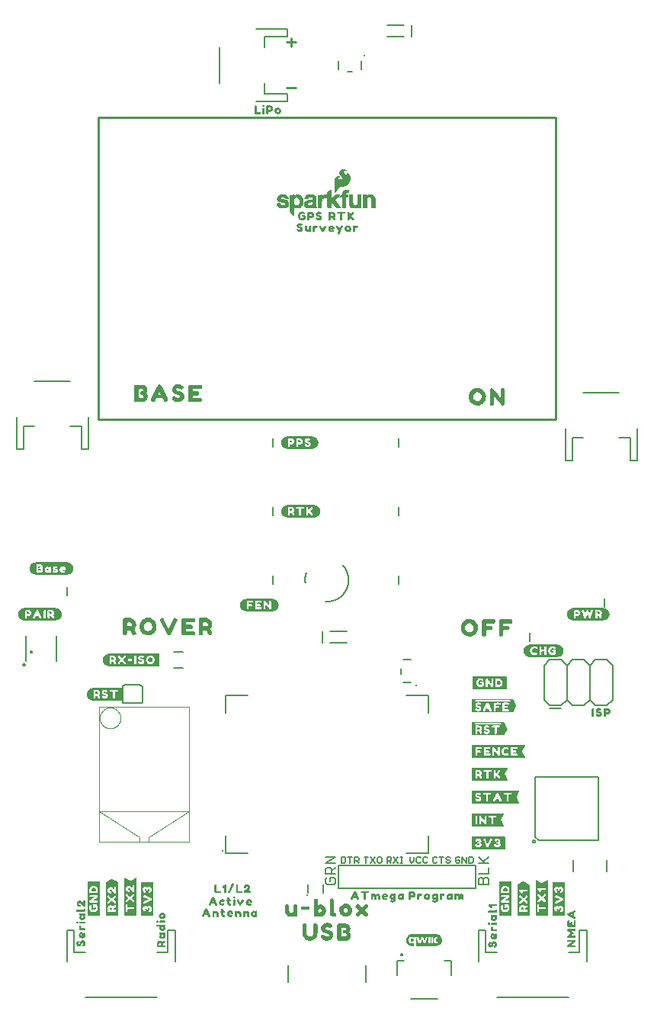
<source format=gto>
G04 EAGLE Gerber RS-274X export*
G75*
%MOMM*%
%FSLAX34Y34*%
%LPD*%
%INSilkscreen Top*%
%IPPOS*%
%AMOC8*
5,1,8,0,0,1.08239X$1,22.5*%
G01*
%ADD10C,0.279400*%
%ADD11C,0.254000*%
%ADD12C,0.203200*%
%ADD13C,0.152400*%
%ADD14C,0.254000*%
%ADD15C,0.282838*%
%ADD16C,0.177800*%
%ADD17C,0.300000*%
%ADD18C,0.127000*%
%ADD19C,0.100000*%

G36*
X168898Y374164D02*
X168898Y374164D01*
X168910Y374161D01*
X169310Y374461D01*
X169314Y374477D01*
X169321Y374482D01*
X169317Y374488D01*
X169319Y374492D01*
X169329Y374500D01*
X169329Y387400D01*
X169316Y387418D01*
X169319Y387430D01*
X169019Y387830D01*
X168988Y387839D01*
X168980Y387849D01*
X113280Y387849D01*
X113276Y387846D01*
X113273Y387849D01*
X111873Y387649D01*
X111870Y387645D01*
X111868Y387645D01*
X111867Y387645D01*
X111864Y387647D01*
X110664Y387247D01*
X110659Y387239D01*
X110653Y387241D01*
X110055Y386843D01*
X109458Y386544D01*
X109455Y386537D01*
X109449Y386538D01*
X108949Y386138D01*
X108948Y386134D01*
X108945Y386135D01*
X107945Y385135D01*
X107944Y385123D01*
X107936Y385122D01*
X107036Y383322D01*
X107037Y383315D01*
X107033Y383314D01*
X106833Y382614D01*
X106834Y382610D01*
X106831Y382608D01*
X106731Y382008D01*
X106732Y382007D01*
X106731Y382007D01*
X106631Y381307D01*
X106634Y381302D01*
X106631Y381300D01*
X106631Y380600D01*
X106634Y380596D01*
X106631Y380593D01*
X106731Y379893D01*
X106732Y379892D01*
X106731Y379892D01*
X106831Y379292D01*
X106835Y379289D01*
X106833Y379286D01*
X107033Y378586D01*
X107038Y378582D01*
X107036Y378578D01*
X107636Y377378D01*
X107643Y377375D01*
X107642Y377369D01*
X108042Y376869D01*
X108042Y376868D01*
X108542Y376268D01*
X108546Y376268D01*
X108545Y376265D01*
X108945Y375865D01*
X108952Y375864D01*
X108953Y375859D01*
X109551Y375460D01*
X110049Y375062D01*
X110059Y375061D01*
X110061Y375055D01*
X110761Y374755D01*
X110764Y374756D01*
X110764Y374753D01*
X111964Y374353D01*
X111971Y374355D01*
X111973Y374351D01*
X113373Y374151D01*
X113378Y374154D01*
X113380Y374151D01*
X168880Y374151D01*
X168898Y374164D01*
G37*
G36*
X575527Y272587D02*
X575527Y272587D01*
X575522Y272594D01*
X575529Y272600D01*
X575529Y273100D01*
X575519Y273113D01*
X575524Y273123D01*
X572431Y279109D01*
X572528Y279785D01*
X575524Y285778D01*
X575523Y285783D01*
X575527Y285786D01*
X575521Y285793D01*
X575520Y285802D01*
X575528Y285812D01*
X575428Y286212D01*
X575381Y286249D01*
X575381Y286248D01*
X575380Y286249D01*
X516980Y286249D01*
X516974Y286245D01*
X516970Y286248D01*
X516470Y286148D01*
X516438Y286112D01*
X516433Y286108D01*
X516433Y286107D01*
X516431Y286104D01*
X516433Y286102D01*
X516431Y286100D01*
X516431Y273200D01*
X516434Y273195D01*
X516431Y273192D01*
X516531Y272592D01*
X516575Y272551D01*
X516578Y272554D01*
X516580Y272551D01*
X575480Y272551D01*
X575527Y272587D01*
G37*
G36*
X569001Y221767D02*
X569001Y221767D01*
X569015Y221765D01*
X569315Y222065D01*
X569317Y222077D01*
X569323Y222082D01*
X569318Y222089D01*
X569322Y222120D01*
X569324Y222123D01*
X566227Y228116D01*
X566131Y228693D01*
X569124Y234778D01*
X569424Y235378D01*
X569424Y235380D01*
X569423Y235383D01*
X569427Y235387D01*
X569421Y235395D01*
X569413Y235436D01*
X569393Y235433D01*
X569380Y235449D01*
X516880Y235449D01*
X516871Y235442D01*
X516862Y235436D01*
X516850Y235439D01*
X516450Y235139D01*
X516445Y235120D01*
X516433Y235111D01*
X516437Y235105D01*
X516431Y235100D01*
X516431Y222200D01*
X516444Y222182D01*
X516441Y222170D01*
X516741Y221770D01*
X516772Y221762D01*
X516780Y221751D01*
X568980Y221751D01*
X569001Y221767D01*
G37*
G36*
X562501Y323367D02*
X562501Y323367D01*
X562515Y323365D01*
X562915Y323765D01*
X562916Y323776D01*
X562924Y323778D01*
X566024Y329878D01*
X566023Y329884D01*
X566027Y329888D01*
X566022Y329895D01*
X566029Y329900D01*
X566029Y330500D01*
X566020Y330513D01*
X566024Y330522D01*
X563024Y336522D01*
X563017Y336525D01*
X563018Y336531D01*
X562618Y337031D01*
X562589Y337038D01*
X562586Y337042D01*
X562585Y337042D01*
X562580Y337049D01*
X516480Y337049D01*
X516433Y337013D01*
X516436Y337009D01*
X516433Y337006D01*
X516435Y337003D01*
X516431Y337000D01*
X516431Y323500D01*
X516467Y323453D01*
X516470Y323455D01*
X516472Y323451D01*
X517072Y323351D01*
X517077Y323354D01*
X517080Y323351D01*
X562480Y323351D01*
X562501Y323367D01*
G37*
G36*
X67204Y475754D02*
X67204Y475754D01*
X67207Y475751D01*
X68607Y475951D01*
X68608Y475952D01*
X68608Y475951D01*
X69208Y476051D01*
X69215Y476059D01*
X69222Y476056D01*
X69821Y476355D01*
X70519Y476655D01*
X70522Y476659D01*
X70525Y476658D01*
X71025Y476958D01*
X71026Y476959D01*
X71027Y476959D01*
X71627Y477359D01*
X71630Y477366D01*
X71635Y477365D01*
X72135Y477865D01*
X72135Y477869D01*
X72138Y477869D01*
X72538Y478369D01*
X72539Y478373D01*
X72541Y478373D01*
X72941Y478973D01*
X72941Y478977D01*
X72944Y478978D01*
X73544Y480178D01*
X73543Y480183D01*
X73547Y480184D01*
X73747Y480784D01*
X73746Y480786D01*
X73747Y480786D01*
X73947Y481486D01*
X73944Y481496D01*
X73949Y481500D01*
X73949Y482097D01*
X74049Y482793D01*
X74044Y482802D01*
X74049Y482807D01*
X73849Y484207D01*
X73844Y484212D01*
X73847Y484216D01*
X73647Y484816D01*
X73642Y484819D01*
X73644Y484822D01*
X73044Y486022D01*
X73040Y486024D01*
X73041Y486027D01*
X72641Y486627D01*
X72638Y486628D01*
X72638Y486631D01*
X72238Y487131D01*
X72234Y487132D01*
X72235Y487135D01*
X71735Y487635D01*
X71731Y487635D01*
X71731Y487638D01*
X70731Y488438D01*
X70723Y488439D01*
X70722Y488444D01*
X70122Y488744D01*
X70120Y488744D01*
X70119Y488745D01*
X69419Y489045D01*
X69416Y489045D01*
X69416Y489047D01*
X68816Y489247D01*
X68811Y489245D01*
X68809Y489245D01*
X68807Y489249D01*
X67407Y489449D01*
X67402Y489446D01*
X67400Y489449D01*
X32100Y489449D01*
X32095Y489446D01*
X32092Y489449D01*
X31492Y489349D01*
X30793Y489249D01*
X30093Y489149D01*
X30085Y489141D01*
X30078Y489144D01*
X28278Y488244D01*
X28275Y488237D01*
X28269Y488238D01*
X27769Y487838D01*
X27768Y487834D01*
X27765Y487835D01*
X26765Y486835D01*
X26764Y486823D01*
X26756Y486822D01*
X26457Y486225D01*
X26059Y485627D01*
X26059Y485623D01*
X26056Y485622D01*
X25756Y485022D01*
X25757Y485017D01*
X25753Y485016D01*
X25553Y484416D01*
X25555Y484409D01*
X25551Y484407D01*
X25351Y483007D01*
X25353Y483004D01*
X25354Y483002D01*
X25351Y483000D01*
X25351Y482400D01*
X25354Y482396D01*
X25351Y482393D01*
X25551Y480993D01*
X25556Y480988D01*
X25553Y480984D01*
X25753Y480385D01*
X25953Y479686D01*
X25962Y479680D01*
X25959Y479673D01*
X26358Y479074D01*
X26658Y478575D01*
X26663Y478573D01*
X26662Y478568D01*
X27162Y477968D01*
X27166Y477968D01*
X27165Y477965D01*
X27565Y477565D01*
X27569Y477565D01*
X27568Y477562D01*
X28168Y477062D01*
X28174Y477062D01*
X28175Y477058D01*
X28675Y476758D01*
X28678Y476758D01*
X28678Y476756D01*
X29278Y476456D01*
X29280Y476456D01*
X29281Y476455D01*
X29981Y476155D01*
X29984Y476156D01*
X29984Y476153D01*
X30584Y475953D01*
X30591Y475955D01*
X30593Y475951D01*
X31292Y475851D01*
X31892Y475751D01*
X31897Y475754D01*
X31900Y475751D01*
X67200Y475751D01*
X67204Y475754D01*
G37*
G36*
X54804Y424954D02*
X54804Y424954D01*
X54807Y424951D01*
X55507Y425051D01*
X55511Y425055D01*
X55514Y425053D01*
X56214Y425253D01*
X56215Y425254D01*
X56216Y425253D01*
X56816Y425453D01*
X56819Y425458D01*
X56822Y425456D01*
X58022Y426056D01*
X58024Y426060D01*
X58027Y426059D01*
X58627Y426459D01*
X58630Y426466D01*
X58635Y426465D01*
X59135Y426965D01*
X59135Y426969D01*
X59138Y426969D01*
X59938Y427969D01*
X59939Y427973D01*
X59941Y427973D01*
X60341Y428573D01*
X60341Y428577D01*
X60344Y428578D01*
X60644Y429178D01*
X60643Y429185D01*
X60647Y429186D01*
X60847Y429886D01*
X60846Y429890D01*
X60849Y429892D01*
X60949Y430492D01*
X60948Y430493D01*
X60949Y430493D01*
X61149Y431893D01*
X61143Y431903D01*
X61149Y431908D01*
X61049Y432508D01*
X60949Y433207D01*
X60945Y433211D01*
X60947Y433214D01*
X60747Y433914D01*
X60746Y433915D01*
X60747Y433916D01*
X60547Y434516D01*
X60542Y434519D01*
X60544Y434522D01*
X60244Y435122D01*
X60240Y435124D01*
X60241Y435127D01*
X59841Y435727D01*
X59838Y435728D01*
X59838Y435731D01*
X59038Y436731D01*
X59028Y436733D01*
X59027Y436741D01*
X58429Y437140D01*
X57931Y437538D01*
X57927Y437539D01*
X57927Y437541D01*
X57327Y437941D01*
X57318Y437940D01*
X57316Y437947D01*
X56716Y438147D01*
X56714Y438146D01*
X56714Y438147D01*
X56015Y438347D01*
X55416Y438547D01*
X55409Y438545D01*
X55407Y438549D01*
X54707Y438649D01*
X54702Y438646D01*
X54700Y438649D01*
X19100Y438649D01*
X19096Y438646D01*
X19093Y438649D01*
X18393Y438549D01*
X18389Y438545D01*
X18386Y438547D01*
X17686Y438347D01*
X17685Y438346D01*
X17684Y438347D01*
X16484Y437947D01*
X16479Y437939D01*
X16473Y437941D01*
X15273Y437141D01*
X15272Y437138D01*
X15269Y437138D01*
X14769Y436738D01*
X14768Y436734D01*
X14765Y436735D01*
X14265Y436235D01*
X14265Y436231D01*
X14262Y436231D01*
X13862Y435731D01*
X13861Y435723D01*
X13856Y435722D01*
X12956Y433922D01*
X12957Y433915D01*
X12953Y433914D01*
X12753Y433214D01*
X12755Y433209D01*
X12751Y433207D01*
X12651Y432507D01*
X12654Y432502D01*
X12651Y432500D01*
X12651Y431200D01*
X12654Y431196D01*
X12651Y431193D01*
X12751Y430493D01*
X12756Y430488D01*
X12753Y430484D01*
X12953Y429885D01*
X13153Y429186D01*
X13158Y429182D01*
X13156Y429178D01*
X13456Y428578D01*
X13460Y428576D01*
X13459Y428573D01*
X13859Y427973D01*
X13862Y427972D01*
X13862Y427969D01*
X14662Y426969D01*
X14666Y426968D01*
X14665Y426965D01*
X15165Y426465D01*
X15172Y426464D01*
X15173Y426459D01*
X15773Y426059D01*
X15777Y426059D01*
X15778Y426056D01*
X16978Y425456D01*
X16983Y425457D01*
X16984Y425453D01*
X17584Y425253D01*
X17586Y425254D01*
X17586Y425253D01*
X18286Y425053D01*
X18290Y425054D01*
X18292Y425051D01*
X18892Y424951D01*
X18897Y424954D01*
X18900Y424951D01*
X54800Y424951D01*
X54804Y424954D01*
G37*
G36*
X662504Y424954D02*
X662504Y424954D01*
X662507Y424951D01*
X663203Y425051D01*
X663900Y425051D01*
X663909Y425058D01*
X663916Y425053D01*
X664515Y425253D01*
X665214Y425453D01*
X665218Y425458D01*
X665222Y425456D01*
X665822Y425756D01*
X665824Y425760D01*
X665827Y425759D01*
X666427Y426159D01*
X666428Y426162D01*
X666431Y426162D01*
X667431Y426962D01*
X667432Y426966D01*
X667435Y426965D01*
X667935Y427465D01*
X667936Y427472D01*
X667941Y427473D01*
X668341Y428073D01*
X668341Y428077D01*
X668344Y428078D01*
X668944Y429278D01*
X668943Y429283D01*
X668947Y429284D01*
X669147Y429884D01*
X669146Y429886D01*
X669147Y429886D01*
X669347Y430586D01*
X669346Y430590D01*
X669349Y430592D01*
X669449Y431192D01*
X669446Y431197D01*
X669449Y431200D01*
X669449Y431900D01*
X669446Y431904D01*
X669449Y431907D01*
X669249Y433307D01*
X669244Y433312D01*
X669247Y433316D01*
X668847Y434516D01*
X668844Y434517D01*
X668845Y434519D01*
X668545Y435219D01*
X668537Y435224D01*
X668538Y435231D01*
X668140Y435729D01*
X667741Y436327D01*
X667731Y436331D01*
X667731Y436338D01*
X667233Y436737D01*
X666735Y437235D01*
X666731Y437235D01*
X666731Y437238D01*
X666231Y437638D01*
X666223Y437639D01*
X666222Y437644D01*
X665622Y437944D01*
X665620Y437944D01*
X665619Y437945D01*
X664919Y438245D01*
X664916Y438245D01*
X664916Y438247D01*
X664316Y438447D01*
X664311Y438445D01*
X664309Y438445D01*
X664307Y438449D01*
X663608Y438549D01*
X663008Y438649D01*
X663003Y438646D01*
X663000Y438649D01*
X628600Y438649D01*
X628596Y438646D01*
X628593Y438649D01*
X627893Y438549D01*
X627889Y438545D01*
X627886Y438547D01*
X627186Y438347D01*
X627185Y438346D01*
X627184Y438347D01*
X626584Y438147D01*
X626581Y438142D01*
X626578Y438144D01*
X625378Y437544D01*
X625376Y437540D01*
X625373Y437541D01*
X624773Y437141D01*
X624770Y437134D01*
X624765Y437135D01*
X624265Y436635D01*
X624265Y436631D01*
X624262Y436631D01*
X623462Y435631D01*
X623461Y435627D01*
X623459Y435627D01*
X623059Y435027D01*
X623059Y435023D01*
X623056Y435022D01*
X622756Y434422D01*
X622756Y434420D01*
X622756Y434419D01*
X622757Y434417D01*
X622753Y434416D01*
X622553Y433816D01*
X622554Y433814D01*
X622553Y433814D01*
X622353Y433114D01*
X622355Y433109D01*
X622351Y433107D01*
X622251Y432407D01*
X622254Y432402D01*
X622251Y432400D01*
X622251Y431100D01*
X622254Y431096D01*
X622251Y431093D01*
X622351Y430393D01*
X622356Y430388D01*
X622353Y430384D01*
X622553Y429785D01*
X622753Y429086D01*
X622758Y429082D01*
X622756Y429078D01*
X623056Y428478D01*
X623060Y428476D01*
X623059Y428473D01*
X623459Y427873D01*
X623462Y427872D01*
X623462Y427869D01*
X623862Y427369D01*
X623866Y427368D01*
X623865Y427365D01*
X624365Y426865D01*
X624369Y426865D01*
X624369Y426862D01*
X625369Y426062D01*
X625373Y426061D01*
X625373Y426059D01*
X625973Y425659D01*
X625984Y425660D01*
X625986Y425653D01*
X626685Y425453D01*
X627284Y425253D01*
X627286Y425254D01*
X627286Y425253D01*
X627986Y425053D01*
X627990Y425054D01*
X627992Y425051D01*
X628592Y424951D01*
X628597Y424954D01*
X628600Y424951D01*
X662500Y424951D01*
X662504Y424954D01*
G37*
G36*
X611444Y384314D02*
X611444Y384314D01*
X611447Y384311D01*
X612143Y384411D01*
X612840Y384411D01*
X612849Y384418D01*
X612856Y384413D01*
X613455Y384613D01*
X614154Y384813D01*
X614158Y384818D01*
X614162Y384816D01*
X614762Y385116D01*
X614764Y385120D01*
X614767Y385119D01*
X615367Y385519D01*
X615368Y385522D01*
X615371Y385522D01*
X616371Y386322D01*
X616372Y386326D01*
X616375Y386325D01*
X616875Y386825D01*
X616876Y386832D01*
X616881Y386833D01*
X617281Y387433D01*
X617281Y387435D01*
X617282Y387435D01*
X617582Y387935D01*
X617582Y387940D01*
X617585Y387941D01*
X617885Y388641D01*
X617885Y388644D01*
X617887Y388644D01*
X618287Y389844D01*
X618285Y389851D01*
X618289Y389853D01*
X618389Y390553D01*
X618386Y390558D01*
X618389Y390560D01*
X618389Y391960D01*
X618382Y391969D01*
X618387Y391976D01*
X618188Y392571D01*
X618089Y393267D01*
X618081Y393275D01*
X618084Y393282D01*
X617184Y395082D01*
X617174Y395087D01*
X617175Y395095D01*
X616677Y395593D01*
X616278Y396091D01*
X616274Y396092D01*
X616275Y396095D01*
X615775Y396595D01*
X615763Y396596D01*
X615762Y396604D01*
X615165Y396903D01*
X614567Y397301D01*
X614558Y397300D01*
X614556Y397307D01*
X613956Y397507D01*
X613954Y397506D01*
X613954Y397507D01*
X613255Y397707D01*
X612656Y397907D01*
X612649Y397905D01*
X612647Y397909D01*
X611947Y398009D01*
X611942Y398006D01*
X611940Y398009D01*
X580340Y398009D01*
X580336Y398006D01*
X580333Y398009D01*
X579633Y397909D01*
X579628Y397904D01*
X579624Y397907D01*
X579025Y397707D01*
X578326Y397507D01*
X578322Y397502D01*
X578318Y397504D01*
X577118Y396904D01*
X577115Y396897D01*
X577109Y396898D01*
X576109Y396098D01*
X576108Y396094D01*
X576105Y396095D01*
X575605Y395595D01*
X575604Y395588D01*
X575599Y395587D01*
X574799Y394387D01*
X574799Y394383D01*
X574796Y394382D01*
X574496Y393782D01*
X574496Y393780D01*
X574496Y393779D01*
X574497Y393777D01*
X574493Y393776D01*
X574293Y393176D01*
X574294Y393174D01*
X574293Y393174D01*
X574093Y392474D01*
X574094Y392470D01*
X574091Y392468D01*
X573991Y391868D01*
X573994Y391863D01*
X573991Y391860D01*
X573991Y390460D01*
X573994Y390455D01*
X573991Y390452D01*
X574091Y389852D01*
X574095Y389849D01*
X574093Y389846D01*
X574293Y389146D01*
X574294Y389145D01*
X574293Y389144D01*
X574493Y388544D01*
X574498Y388541D01*
X574496Y388538D01*
X574796Y387938D01*
X574800Y387936D01*
X574799Y387933D01*
X575599Y386733D01*
X575602Y386732D01*
X575602Y386729D01*
X576002Y386229D01*
X576012Y386227D01*
X576013Y386219D01*
X576611Y385820D01*
X577109Y385422D01*
X577117Y385421D01*
X577118Y385416D01*
X578318Y384816D01*
X578325Y384817D01*
X578326Y384813D01*
X579025Y384613D01*
X579624Y384413D01*
X579631Y384415D01*
X579633Y384411D01*
X580333Y384311D01*
X580338Y384314D01*
X580340Y384311D01*
X611440Y384311D01*
X611444Y384314D01*
G37*
G36*
X342004Y539254D02*
X342004Y539254D01*
X342007Y539251D01*
X342707Y539351D01*
X342712Y539356D01*
X342716Y539353D01*
X343315Y539553D01*
X344014Y539753D01*
X344018Y539758D01*
X344022Y539756D01*
X345222Y540356D01*
X345225Y540363D01*
X345231Y540362D01*
X346231Y541162D01*
X346232Y541166D01*
X346235Y541165D01*
X346735Y541665D01*
X346736Y541672D01*
X346741Y541673D01*
X347140Y542271D01*
X347538Y542769D01*
X347539Y542779D01*
X347545Y542783D01*
X347544Y542785D01*
X347547Y542786D01*
X347746Y543482D01*
X348044Y544078D01*
X348042Y544089D01*
X348049Y544092D01*
X348148Y544689D01*
X348347Y545386D01*
X348345Y545392D01*
X348347Y545394D01*
X348345Y545397D01*
X348349Y545400D01*
X348349Y546800D01*
X348346Y546805D01*
X348349Y546808D01*
X348249Y547408D01*
X348245Y547411D01*
X348247Y547414D01*
X348047Y548114D01*
X348046Y548115D01*
X348047Y548116D01*
X347847Y548716D01*
X347842Y548719D01*
X347844Y548722D01*
X347544Y549322D01*
X347540Y549324D01*
X347541Y549327D01*
X346741Y550527D01*
X346731Y550531D01*
X346731Y550538D01*
X346233Y550937D01*
X345735Y551435D01*
X345731Y551435D01*
X345731Y551438D01*
X345231Y551838D01*
X345223Y551839D01*
X345222Y551844D01*
X344022Y552444D01*
X344015Y552443D01*
X344014Y552447D01*
X343315Y552647D01*
X342716Y552847D01*
X342709Y552845D01*
X342707Y552849D01*
X342007Y552949D01*
X342002Y552946D01*
X342000Y552949D01*
X311300Y552949D01*
X311296Y552946D01*
X311293Y552949D01*
X309893Y552749D01*
X309890Y552745D01*
X309888Y552745D01*
X309887Y552745D01*
X309884Y552747D01*
X309284Y552547D01*
X309281Y552542D01*
X309278Y552544D01*
X308078Y551944D01*
X308076Y551940D01*
X308073Y551941D01*
X307473Y551541D01*
X307472Y551538D01*
X307469Y551538D01*
X306969Y551138D01*
X306968Y551134D01*
X306965Y551135D01*
X306465Y550635D01*
X306465Y550631D01*
X306462Y550631D01*
X306062Y550131D01*
X306061Y550127D01*
X306059Y550127D01*
X305659Y549527D01*
X305659Y549523D01*
X305656Y549522D01*
X305356Y548922D01*
X305357Y548919D01*
X305354Y548917D01*
X305355Y548916D01*
X305353Y548916D01*
X305153Y548316D01*
X305154Y548314D01*
X305153Y548314D01*
X304953Y547614D01*
X304954Y547610D01*
X304951Y547608D01*
X304851Y547008D01*
X304852Y547007D01*
X304851Y547007D01*
X304751Y546307D01*
X304754Y546302D01*
X304751Y546300D01*
X304751Y545600D01*
X304754Y545595D01*
X304751Y545592D01*
X304851Y544992D01*
X304951Y544293D01*
X304959Y544285D01*
X304956Y544278D01*
X305254Y543682D01*
X305453Y542986D01*
X305462Y542980D01*
X305459Y542973D01*
X305859Y542373D01*
X305862Y542372D01*
X305862Y542369D01*
X306662Y541369D01*
X306666Y541368D01*
X306665Y541365D01*
X307165Y540865D01*
X307169Y540865D01*
X307169Y540862D01*
X307669Y540462D01*
X307677Y540461D01*
X307678Y540456D01*
X308878Y539856D01*
X308880Y539856D01*
X308881Y539855D01*
X309581Y539555D01*
X309589Y539557D01*
X309592Y539551D01*
X310192Y539451D01*
X310193Y539452D01*
X310193Y539451D01*
X311593Y539251D01*
X311598Y539254D01*
X311600Y539251D01*
X342000Y539251D01*
X342004Y539254D01*
G37*
G36*
X143365Y97334D02*
X143365Y97334D01*
X143368Y97331D01*
X143968Y97431D01*
X144009Y97475D01*
X144006Y97478D01*
X144009Y97480D01*
X144009Y138780D01*
X144000Y138793D01*
X144004Y138802D01*
X143804Y139202D01*
X143751Y139228D01*
X143747Y139220D01*
X143738Y139224D01*
X137742Y136226D01*
X137065Y136033D01*
X130482Y139324D01*
X130481Y139324D01*
X130481Y139325D01*
X130479Y139323D01*
X130424Y139313D01*
X130427Y139296D01*
X130411Y139288D01*
X130311Y138688D01*
X130314Y138683D01*
X130311Y138680D01*
X130311Y97880D01*
X130315Y97874D01*
X130312Y97870D01*
X130412Y97370D01*
X130456Y97331D01*
X130458Y97333D01*
X130460Y97331D01*
X143360Y97331D01*
X143365Y97334D01*
G37*
G36*
X295584Y435114D02*
X295584Y435114D01*
X295587Y435111D01*
X296287Y435211D01*
X296291Y435215D01*
X296294Y435213D01*
X296994Y435413D01*
X296995Y435414D01*
X296996Y435413D01*
X298196Y435813D01*
X298201Y435821D01*
X298207Y435819D01*
X299407Y436619D01*
X299408Y436622D01*
X299411Y436622D01*
X299911Y437022D01*
X299913Y437029D01*
X299918Y437029D01*
X300317Y437527D01*
X300815Y438025D01*
X300816Y438037D01*
X300824Y438038D01*
X301424Y439238D01*
X301424Y439240D01*
X301425Y439241D01*
X301725Y439941D01*
X301723Y439949D01*
X301729Y439952D01*
X301829Y440552D01*
X301828Y440553D01*
X301829Y440553D01*
X302029Y441953D01*
X302023Y441963D01*
X302029Y441968D01*
X301929Y442568D01*
X301829Y443267D01*
X301729Y443967D01*
X301724Y443972D01*
X301727Y443976D01*
X301527Y444576D01*
X301522Y444579D01*
X301524Y444582D01*
X301224Y445182D01*
X301220Y445184D01*
X301221Y445187D01*
X300821Y445787D01*
X300818Y445788D01*
X300818Y445791D01*
X300418Y446291D01*
X300414Y446292D01*
X300415Y446295D01*
X299415Y447295D01*
X299411Y447295D01*
X299411Y447298D01*
X298911Y447698D01*
X298903Y447699D01*
X298902Y447704D01*
X297702Y448304D01*
X297695Y448303D01*
X297694Y448307D01*
X296995Y448507D01*
X296396Y448707D01*
X296389Y448705D01*
X296387Y448709D01*
X295687Y448809D01*
X295682Y448806D01*
X295680Y448809D01*
X265680Y448809D01*
X265676Y448806D01*
X265673Y448809D01*
X264973Y448709D01*
X264972Y448708D01*
X264972Y448709D01*
X264372Y448609D01*
X264369Y448605D01*
X264366Y448607D01*
X263666Y448407D01*
X263665Y448406D01*
X263664Y448407D01*
X263064Y448207D01*
X263061Y448202D01*
X263058Y448204D01*
X262458Y447904D01*
X262456Y447900D01*
X262453Y447901D01*
X261853Y447501D01*
X261852Y447498D01*
X261849Y447498D01*
X261349Y447098D01*
X261348Y447094D01*
X261345Y447095D01*
X260845Y446595D01*
X260845Y446591D01*
X260842Y446591D01*
X260442Y446091D01*
X260441Y446087D01*
X260439Y446087D01*
X260039Y445487D01*
X260039Y445483D01*
X260036Y445482D01*
X259436Y444282D01*
X259437Y444275D01*
X259433Y444274D01*
X259233Y443574D01*
X259234Y443570D01*
X259231Y443568D01*
X259131Y442968D01*
X259132Y442967D01*
X259131Y442967D01*
X259031Y442267D01*
X259034Y442262D01*
X259031Y442260D01*
X259031Y441560D01*
X259034Y441555D01*
X259031Y441552D01*
X259131Y440952D01*
X259231Y440253D01*
X259235Y440249D01*
X259233Y440246D01*
X259433Y439546D01*
X259438Y439542D01*
X259436Y439538D01*
X260036Y438338D01*
X260043Y438335D01*
X260042Y438329D01*
X260842Y437329D01*
X260846Y437328D01*
X260845Y437325D01*
X261345Y436825D01*
X261352Y436824D01*
X261353Y436819D01*
X261951Y436420D01*
X262449Y436022D01*
X262457Y436021D01*
X262458Y436016D01*
X263058Y435716D01*
X263065Y435717D01*
X263066Y435713D01*
X263765Y435513D01*
X264364Y435313D01*
X264371Y435315D01*
X264373Y435311D01*
X265773Y435111D01*
X265778Y435114D01*
X265780Y435111D01*
X295580Y435111D01*
X295584Y435114D01*
G37*
G36*
X123151Y97339D02*
X123151Y97339D01*
X123158Y97334D01*
X123658Y97534D01*
X123673Y97558D01*
X123680Y97564D01*
X123678Y97567D01*
X123683Y97575D01*
X123689Y97580D01*
X123689Y134180D01*
X123670Y134205D01*
X123671Y134218D01*
X123171Y134618D01*
X123163Y134619D01*
X123162Y134624D01*
X117062Y137624D01*
X117041Y137620D01*
X117032Y137629D01*
X116432Y137529D01*
X116425Y137521D01*
X116418Y137524D01*
X110318Y134524D01*
X110309Y134507D01*
X110298Y134505D01*
X109998Y134005D01*
X109999Y133991D01*
X109993Y133986D01*
X109995Y133983D01*
X109991Y133980D01*
X109991Y97880D01*
X109999Y97869D01*
X109994Y97862D01*
X110194Y97362D01*
X110235Y97337D01*
X110240Y97331D01*
X123140Y97331D01*
X123151Y97339D01*
G37*
G36*
X556327Y247187D02*
X556327Y247187D01*
X556327Y247188D01*
X556328Y247188D01*
X556428Y247588D01*
X556418Y247610D01*
X556424Y247622D01*
X553427Y253615D01*
X553331Y254193D01*
X556324Y260278D01*
X556324Y260281D01*
X556326Y260282D01*
X556526Y260782D01*
X556525Y260785D01*
X556527Y260787D01*
X556523Y260793D01*
X556510Y260839D01*
X556492Y260834D01*
X556480Y260849D01*
X516680Y260849D01*
X516642Y260820D01*
X516634Y260818D01*
X516434Y260318D01*
X516435Y260316D01*
X516433Y260314D01*
X516437Y260308D01*
X516438Y260305D01*
X516431Y260300D01*
X516431Y247400D01*
X516460Y247362D01*
X516462Y247354D01*
X516962Y247154D01*
X516975Y247158D01*
X516980Y247151D01*
X556280Y247151D01*
X556327Y247187D01*
G37*
G36*
X311840Y615481D02*
X311840Y615481D01*
X311846Y615483D01*
X311855Y615508D01*
X311873Y615459D01*
X311889Y615465D01*
X311900Y615451D01*
X339600Y615451D01*
X339604Y615454D01*
X339607Y615451D01*
X341007Y615651D01*
X341012Y615656D01*
X341016Y615653D01*
X341616Y615853D01*
X341619Y615858D01*
X341622Y615856D01*
X342822Y616456D01*
X342824Y616460D01*
X342827Y616459D01*
X343427Y616859D01*
X343428Y616862D01*
X343431Y616862D01*
X343931Y617262D01*
X343932Y617266D01*
X343935Y617265D01*
X344435Y617765D01*
X344435Y617769D01*
X344438Y617769D01*
X344838Y618269D01*
X344839Y618273D01*
X344841Y618273D01*
X345241Y618873D01*
X345241Y618877D01*
X345244Y618878D01*
X345844Y620078D01*
X345842Y620089D01*
X345849Y620093D01*
X345948Y620789D01*
X346147Y621384D01*
X346144Y621394D01*
X346147Y621397D01*
X346146Y621398D01*
X346149Y621400D01*
X346149Y622800D01*
X346146Y622804D01*
X346149Y622807D01*
X346049Y623507D01*
X346048Y623508D01*
X346049Y623508D01*
X345949Y624108D01*
X345945Y624111D01*
X345947Y624114D01*
X345747Y624814D01*
X345742Y624818D01*
X345744Y624822D01*
X345444Y625422D01*
X345440Y625424D01*
X345441Y625427D01*
X345042Y626026D01*
X344742Y626525D01*
X344734Y626529D01*
X344735Y626535D01*
X343735Y627535D01*
X343731Y627535D01*
X343731Y627538D01*
X343231Y627938D01*
X343223Y627939D01*
X343222Y627944D01*
X342022Y628544D01*
X342020Y628544D01*
X342019Y628545D01*
X341319Y628845D01*
X341311Y628843D01*
X341308Y628849D01*
X340708Y628949D01*
X340707Y628948D01*
X340707Y628949D01*
X339307Y629149D01*
X339302Y629146D01*
X339300Y629149D01*
X311000Y629149D01*
X310996Y629146D01*
X310993Y629149D01*
X310293Y629049D01*
X310288Y629044D01*
X310284Y629047D01*
X309685Y628847D01*
X308986Y628647D01*
X308982Y628642D01*
X308978Y628644D01*
X307778Y628044D01*
X307775Y628037D01*
X307769Y628038D01*
X307269Y627638D01*
X307268Y627634D01*
X307265Y627635D01*
X306265Y626635D01*
X306265Y626631D01*
X306262Y626631D01*
X305862Y626131D01*
X305861Y626123D01*
X305856Y626122D01*
X305256Y624922D01*
X305256Y624920D01*
X305256Y624919D01*
X305257Y624915D01*
X305253Y624914D01*
X305053Y624215D01*
X304853Y623616D01*
X304855Y623609D01*
X304851Y623607D01*
X304751Y622907D01*
X304754Y622902D01*
X304751Y622900D01*
X304751Y621500D01*
X304758Y621491D01*
X304753Y621484D01*
X304952Y620889D01*
X305051Y620193D01*
X305059Y620185D01*
X305056Y620178D01*
X305956Y618378D01*
X305963Y618375D01*
X305962Y618369D01*
X306362Y617869D01*
X306366Y617868D01*
X306365Y617865D01*
X307365Y616865D01*
X307377Y616864D01*
X307378Y616856D01*
X307975Y616557D01*
X308573Y616159D01*
X308582Y616160D01*
X308584Y616153D01*
X309784Y615753D01*
X309786Y615754D01*
X309786Y615753D01*
X310486Y615553D01*
X310491Y615555D01*
X310493Y615551D01*
X311193Y615451D01*
X311198Y615454D01*
X311200Y615451D01*
X311800Y615451D01*
X311840Y615481D01*
G37*
G36*
X128326Y336070D02*
X128326Y336070D01*
X128339Y336070D01*
X128639Y336470D01*
X128639Y336478D01*
X128643Y336481D01*
X128639Y336485D01*
X128639Y336492D01*
X128649Y336500D01*
X128649Y349400D01*
X128630Y349426D01*
X128630Y349439D01*
X128230Y349739D01*
X128212Y349739D01*
X128209Y349742D01*
X128205Y349742D01*
X128200Y349749D01*
X95200Y349749D01*
X95195Y349746D01*
X95192Y349749D01*
X94592Y349649D01*
X94589Y349645D01*
X94586Y349647D01*
X93886Y349447D01*
X93885Y349446D01*
X93884Y349447D01*
X93285Y349247D01*
X92586Y349047D01*
X92578Y349036D01*
X92569Y349038D01*
X92071Y348640D01*
X91473Y348241D01*
X91472Y348238D01*
X91469Y348238D01*
X90969Y347838D01*
X90968Y347834D01*
X90965Y347835D01*
X90465Y347335D01*
X90465Y347331D01*
X90462Y347331D01*
X90062Y346831D01*
X90061Y346823D01*
X90056Y346822D01*
X89456Y345622D01*
X89456Y345620D01*
X89455Y345619D01*
X89155Y344919D01*
X89156Y344916D01*
X89153Y344916D01*
X88953Y344316D01*
X88955Y344309D01*
X88951Y344307D01*
X88851Y343607D01*
X88854Y343602D01*
X88851Y343600D01*
X88851Y342300D01*
X88854Y342296D01*
X88851Y342293D01*
X88951Y341593D01*
X88955Y341589D01*
X88953Y341586D01*
X89153Y340886D01*
X89154Y340885D01*
X89153Y340884D01*
X89353Y340284D01*
X89358Y340281D01*
X89356Y340278D01*
X89656Y339678D01*
X89660Y339676D01*
X89659Y339673D01*
X90059Y339073D01*
X90062Y339072D01*
X90062Y339069D01*
X90862Y338069D01*
X90866Y338068D01*
X90865Y338065D01*
X91365Y337565D01*
X91372Y337564D01*
X91373Y337559D01*
X91973Y337159D01*
X91977Y337159D01*
X91978Y337156D01*
X93178Y336556D01*
X93183Y336557D01*
X93184Y336553D01*
X93784Y336353D01*
X93786Y336354D01*
X93786Y336353D01*
X94486Y336153D01*
X94490Y336154D01*
X94492Y336151D01*
X95092Y336051D01*
X95097Y336054D01*
X95100Y336051D01*
X128300Y336051D01*
X128326Y336070D01*
G37*
G36*
X552813Y297976D02*
X552813Y297976D01*
X552824Y297978D01*
X553124Y298578D01*
X556124Y304678D01*
X556123Y304682D01*
X556126Y304685D01*
X556122Y304691D01*
X556119Y304704D01*
X556127Y304716D01*
X555927Y305316D01*
X555922Y305319D01*
X555924Y305322D01*
X552924Y311322D01*
X552907Y311331D01*
X552905Y311342D01*
X552405Y311642D01*
X552393Y311641D01*
X552392Y311642D01*
X552385Y311642D01*
X552380Y311649D01*
X516780Y311649D01*
X516754Y311630D01*
X516741Y311630D01*
X516441Y311230D01*
X516441Y311218D01*
X516433Y311212D01*
X516438Y311205D01*
X516431Y311200D01*
X516431Y298300D01*
X516447Y298279D01*
X516445Y298265D01*
X516745Y297965D01*
X516772Y297962D01*
X516780Y297951D01*
X552780Y297951D01*
X552813Y297976D01*
G37*
G36*
X555597Y348787D02*
X555597Y348787D01*
X555592Y348794D01*
X555599Y348800D01*
X555599Y362300D01*
X555563Y362347D01*
X555560Y362345D01*
X555558Y362349D01*
X554958Y362449D01*
X554953Y362446D01*
X554950Y362449D01*
X517750Y362449D01*
X517703Y362413D01*
X517706Y362409D01*
X517703Y362406D01*
X517705Y362403D01*
X517701Y362400D01*
X517701Y348900D01*
X517737Y348853D01*
X517740Y348855D01*
X517742Y348851D01*
X518342Y348751D01*
X518347Y348754D01*
X518350Y348751D01*
X555550Y348751D01*
X555597Y348787D01*
G37*
G36*
X560467Y97367D02*
X560467Y97367D01*
X560465Y97370D01*
X560469Y97372D01*
X560569Y97972D01*
X560566Y97977D01*
X560569Y97980D01*
X560569Y135180D01*
X560533Y135227D01*
X560526Y135222D01*
X560520Y135229D01*
X547020Y135229D01*
X546973Y135193D01*
X546975Y135190D01*
X546971Y135188D01*
X546871Y134588D01*
X546874Y134583D01*
X546871Y134580D01*
X546871Y97380D01*
X546907Y97333D01*
X546914Y97338D01*
X546920Y97331D01*
X560420Y97331D01*
X560467Y97367D01*
G37*
G36*
X103267Y97367D02*
X103267Y97367D01*
X103265Y97370D01*
X103269Y97372D01*
X103369Y97972D01*
X103366Y97977D01*
X103369Y97980D01*
X103369Y135180D01*
X103333Y135227D01*
X103326Y135222D01*
X103320Y135229D01*
X89820Y135229D01*
X89773Y135193D01*
X89775Y135190D01*
X89771Y135188D01*
X89671Y134588D01*
X89674Y134583D01*
X89671Y134580D01*
X89671Y97380D01*
X89707Y97333D01*
X89714Y97338D01*
X89720Y97331D01*
X103220Y97331D01*
X103267Y97367D01*
G37*
G36*
X601107Y97367D02*
X601107Y97367D01*
X601105Y97370D01*
X601109Y97372D01*
X601209Y97972D01*
X601206Y97977D01*
X601209Y97980D01*
X601209Y135880D01*
X601205Y135886D01*
X601208Y135890D01*
X601108Y136390D01*
X601064Y136429D01*
X601053Y136417D01*
X601038Y136424D01*
X594360Y133135D01*
X593782Y133424D01*
X587782Y136424D01*
X587724Y136413D01*
X587725Y136404D01*
X587716Y136402D01*
X587516Y136002D01*
X587519Y135986D01*
X587511Y135980D01*
X587511Y97480D01*
X587547Y97433D01*
X587550Y97435D01*
X587552Y97431D01*
X588152Y97331D01*
X588157Y97334D01*
X588160Y97331D01*
X601060Y97331D01*
X601107Y97367D01*
G37*
G36*
X553527Y170987D02*
X553527Y170987D01*
X553525Y170990D01*
X553529Y170992D01*
X553629Y171592D01*
X553626Y171597D01*
X553629Y171600D01*
X553629Y184500D01*
X553593Y184547D01*
X553590Y184545D01*
X553588Y184549D01*
X552988Y184649D01*
X552983Y184646D01*
X552980Y184649D01*
X516680Y184649D01*
X516642Y184620D01*
X516634Y184618D01*
X516434Y184118D01*
X516435Y184116D01*
X516433Y184114D01*
X516437Y184108D01*
X516438Y184105D01*
X516431Y184100D01*
X516431Y171200D01*
X516460Y171162D01*
X516462Y171154D01*
X516962Y170954D01*
X516975Y170958D01*
X516980Y170951D01*
X553480Y170951D01*
X553527Y170987D01*
G37*
G36*
X162848Y97360D02*
X162848Y97360D01*
X162856Y97362D01*
X163056Y97862D01*
X163052Y97875D01*
X163059Y97880D01*
X163059Y134380D01*
X163023Y134427D01*
X163020Y134425D01*
X163018Y134429D01*
X162418Y134529D01*
X162413Y134526D01*
X162410Y134529D01*
X149510Y134529D01*
X149463Y134493D01*
X149465Y134490D01*
X149461Y134488D01*
X149361Y133888D01*
X149364Y133883D01*
X149361Y133880D01*
X149361Y97580D01*
X149390Y97542D01*
X149392Y97534D01*
X149892Y97334D01*
X149905Y97338D01*
X149910Y97331D01*
X162810Y97331D01*
X162848Y97360D01*
G37*
G36*
X620048Y97360D02*
X620048Y97360D01*
X620056Y97362D01*
X620256Y97862D01*
X620252Y97875D01*
X620259Y97880D01*
X620259Y134380D01*
X620223Y134427D01*
X620220Y134425D01*
X620218Y134429D01*
X619618Y134529D01*
X619613Y134526D01*
X619610Y134529D01*
X606710Y134529D01*
X606663Y134493D01*
X606665Y134490D01*
X606661Y134488D01*
X606561Y133888D01*
X606564Y133883D01*
X606561Y133880D01*
X606561Y97580D01*
X606590Y97542D01*
X606592Y97534D01*
X607092Y97334D01*
X607105Y97338D01*
X607110Y97331D01*
X620010Y97331D01*
X620048Y97360D01*
G37*
G36*
X580887Y97367D02*
X580887Y97367D01*
X580882Y97374D01*
X580889Y97380D01*
X580889Y131180D01*
X580875Y131198D01*
X580878Y131211D01*
X580478Y131711D01*
X580464Y131715D01*
X580462Y131724D01*
X574362Y134724D01*
X574346Y134721D01*
X574340Y134729D01*
X573740Y134729D01*
X573727Y134720D01*
X573718Y134724D01*
X567618Y131724D01*
X567611Y131711D01*
X567602Y131711D01*
X567202Y131211D01*
X567201Y131188D01*
X567191Y131180D01*
X567191Y97380D01*
X567227Y97333D01*
X567234Y97338D01*
X567240Y97331D01*
X580840Y97331D01*
X580887Y97367D01*
G37*
G36*
X551996Y196363D02*
X551996Y196363D01*
X552007Y196359D01*
X552307Y196559D01*
X552313Y196576D01*
X552323Y196584D01*
X552318Y196590D01*
X552327Y196615D01*
X552322Y196617D01*
X552324Y196622D01*
X549326Y202719D01*
X549133Y203296D01*
X552224Y209378D01*
X552223Y209383D01*
X552227Y209384D01*
X552427Y209984D01*
X552426Y209986D01*
X552427Y209987D01*
X552425Y209990D01*
X552408Y210041D01*
X552391Y210035D01*
X552380Y210049D01*
X516880Y210049D01*
X516871Y210042D01*
X516862Y210036D01*
X516850Y210039D01*
X516450Y209739D01*
X516445Y209720D01*
X516433Y209711D01*
X516437Y209705D01*
X516431Y209700D01*
X516431Y196900D01*
X516439Y196889D01*
X516434Y196882D01*
X516634Y196382D01*
X516675Y196357D01*
X516680Y196351D01*
X551980Y196351D01*
X551996Y196363D01*
G37*
G36*
X451990Y63438D02*
X451990Y63438D01*
X452012Y63441D01*
X452020Y63458D01*
X452029Y63463D01*
X452027Y63473D01*
X452034Y63488D01*
X452046Y63904D01*
X452046Y63905D01*
X452046Y67084D01*
X452040Y67093D01*
X452043Y67104D01*
X452023Y67120D01*
X452010Y67141D01*
X451999Y67139D01*
X451990Y67146D01*
X451947Y67132D01*
X451942Y67131D01*
X451942Y67130D01*
X451941Y67130D01*
X451624Y66832D01*
X451213Y66517D01*
X450748Y66295D01*
X450245Y66175D01*
X449728Y66141D01*
X449210Y66189D01*
X448705Y66307D01*
X448221Y66492D01*
X447772Y66749D01*
X447386Y67094D01*
X447061Y67498D01*
X446796Y67944D01*
X446589Y68420D01*
X446464Y68926D01*
X446391Y69444D01*
X446355Y69965D01*
X446395Y70486D01*
X446478Y71002D01*
X446610Y71506D01*
X446826Y71978D01*
X447108Y72413D01*
X447450Y72801D01*
X447850Y73128D01*
X448303Y73380D01*
X448796Y73539D01*
X449308Y73627D01*
X449827Y73660D01*
X450342Y73604D01*
X450837Y73455D01*
X451295Y73218D01*
X451700Y72889D01*
X451701Y72888D01*
X451702Y72887D01*
X451946Y72702D01*
X451954Y72702D01*
X451958Y72695D01*
X451986Y72699D01*
X452014Y72697D01*
X452017Y72704D01*
X452025Y72705D01*
X452046Y72752D01*
X452046Y73357D01*
X452057Y73583D01*
X454357Y73583D01*
X454353Y73337D01*
X454361Y73325D01*
X454381Y63679D01*
X454381Y63678D01*
X454381Y63676D01*
X454390Y63486D01*
X454402Y63469D01*
X454405Y63448D01*
X454423Y63440D01*
X454430Y63431D01*
X454439Y63433D01*
X454453Y63427D01*
X477031Y63429D01*
X477033Y63430D01*
X477037Y63429D01*
X478091Y63535D01*
X478094Y63537D01*
X478098Y63536D01*
X478613Y63648D01*
X478616Y63650D01*
X478620Y63649D01*
X479625Y63978D01*
X479629Y63982D01*
X479636Y63983D01*
X480567Y64488D01*
X480569Y64492D01*
X480576Y64494D01*
X481405Y65150D01*
X481406Y65153D01*
X481410Y65155D01*
X481787Y65523D01*
X481788Y65526D01*
X481792Y65528D01*
X482459Y66351D01*
X482459Y66356D01*
X482465Y66360D01*
X482971Y67291D01*
X482970Y67296D01*
X482974Y67300D01*
X483158Y67794D01*
X483157Y67796D01*
X483159Y67798D01*
X483316Y68303D01*
X483315Y68305D01*
X483317Y68307D01*
X483441Y68820D01*
X483439Y68824D01*
X483442Y68828D01*
X483549Y69882D01*
X483546Y69887D01*
X483549Y69894D01*
X483459Y70948D01*
X483458Y70950D01*
X483459Y70954D01*
X483368Y71473D01*
X483366Y71476D01*
X483366Y71481D01*
X483052Y72493D01*
X483048Y72496D01*
X483048Y72504D01*
X482547Y73437D01*
X482544Y73438D01*
X482543Y73443D01*
X482240Y73875D01*
X482238Y73876D01*
X482237Y73879D01*
X481900Y74288D01*
X481899Y74288D01*
X481898Y74290D01*
X481868Y74324D01*
X481811Y74386D01*
X481811Y74387D01*
X481754Y74449D01*
X481697Y74512D01*
X481584Y74637D01*
X481584Y74638D01*
X481544Y74681D01*
X481540Y74682D01*
X481537Y74688D01*
X480720Y75362D01*
X480715Y75362D01*
X480711Y75368D01*
X479786Y75883D01*
X479783Y75883D01*
X479779Y75886D01*
X479293Y76088D01*
X479290Y76088D01*
X479286Y76091D01*
X478272Y76392D01*
X478267Y76391D01*
X478261Y76394D01*
X477206Y76501D01*
X477017Y76520D01*
X477014Y76518D01*
X477011Y76520D01*
X449995Y76520D01*
X449993Y76518D01*
X449989Y76520D01*
X448935Y76415D01*
X448932Y76413D01*
X448929Y76414D01*
X448412Y76310D01*
X448410Y76308D01*
X448405Y76309D01*
X447397Y75986D01*
X447393Y75982D01*
X447386Y75982D01*
X446455Y75476D01*
X446453Y75473D01*
X446447Y75472D01*
X446023Y75158D01*
X446022Y75157D01*
X446020Y75156D01*
X445611Y74819D01*
X445611Y74817D01*
X445608Y74816D01*
X445226Y74453D01*
X445225Y74449D01*
X445221Y74447D01*
X444548Y73629D01*
X444548Y73624D01*
X444542Y73619D01*
X444036Y72688D01*
X444036Y72684D01*
X444033Y72680D01*
X443843Y72189D01*
X443843Y72187D01*
X443841Y72184D01*
X443684Y71679D01*
X443685Y71677D01*
X443683Y71676D01*
X443552Y71164D01*
X443554Y71160D01*
X443551Y71155D01*
X443444Y70101D01*
X443446Y70097D01*
X443444Y70091D01*
X443473Y69564D01*
X443474Y69563D01*
X443473Y69561D01*
X443526Y69034D01*
X443527Y69033D01*
X443527Y69031D01*
X443610Y68510D01*
X443613Y68507D01*
X443612Y68501D01*
X443926Y67489D01*
X443930Y67486D01*
X443931Y67479D01*
X444425Y66543D01*
X444428Y66541D01*
X444428Y66537D01*
X444725Y66101D01*
X444728Y66100D01*
X444729Y66095D01*
X444846Y65958D01*
X444900Y65895D01*
X444953Y65833D01*
X445114Y65644D01*
X445167Y65582D01*
X445221Y65519D01*
X445274Y65456D01*
X445416Y65290D01*
X445420Y65289D01*
X445423Y65283D01*
X446241Y64608D01*
X446245Y64608D01*
X446250Y64602D01*
X447171Y64082D01*
X447174Y64082D01*
X447177Y64079D01*
X447661Y63870D01*
X447664Y63870D01*
X447667Y63867D01*
X448680Y63558D01*
X448685Y63560D01*
X448692Y63556D01*
X449746Y63450D01*
X449748Y63451D01*
X449750Y63450D01*
X450278Y63427D01*
X450279Y63427D01*
X450281Y63427D01*
X451972Y63427D01*
X451990Y63438D01*
G37*
G36*
X157403Y408285D02*
X157403Y408285D01*
X157408Y408281D01*
X158708Y408481D01*
X158709Y408483D01*
X158711Y408482D01*
X160011Y408782D01*
X160017Y408789D01*
X160022Y408786D01*
X161222Y409386D01*
X161224Y409389D01*
X161226Y409388D01*
X162326Y410088D01*
X162328Y410093D01*
X162331Y410092D01*
X163431Y410992D01*
X163433Y410997D01*
X163437Y410997D01*
X164337Y411997D01*
X164337Y412005D01*
X164343Y412005D01*
X165043Y413205D01*
X165042Y413206D01*
X165043Y413206D01*
X165643Y414306D01*
X165642Y414314D01*
X165647Y414316D01*
X166047Y415616D01*
X166046Y415618D01*
X166048Y415619D01*
X166348Y416919D01*
X166345Y416927D01*
X166349Y416930D01*
X166349Y418330D01*
X166348Y418332D01*
X166349Y418334D01*
X166249Y419734D01*
X166246Y419737D01*
X166248Y419740D01*
X165948Y421140D01*
X165945Y421143D01*
X165947Y421146D01*
X165547Y422346D01*
X165539Y422351D01*
X165542Y422356D01*
X164842Y423456D01*
X164839Y423457D01*
X164840Y423459D01*
X164040Y424559D01*
X164034Y424561D01*
X164035Y424565D01*
X163035Y425565D01*
X163029Y425566D01*
X163029Y425570D01*
X161929Y426370D01*
X161925Y426370D01*
X161925Y426373D01*
X160725Y427073D01*
X160720Y427072D01*
X160719Y427075D01*
X159519Y427575D01*
X159510Y427573D01*
X159508Y427579D01*
X158208Y427779D01*
X158205Y427777D01*
X158204Y427779D01*
X156804Y427879D01*
X156801Y427878D01*
X156800Y427879D01*
X156000Y427879D01*
X155996Y427876D01*
X155993Y427879D01*
X154593Y427679D01*
X154588Y427674D01*
X154584Y427677D01*
X153384Y427277D01*
X153381Y427272D01*
X153378Y427274D01*
X152178Y426674D01*
X152175Y426669D01*
X152171Y426670D01*
X151071Y425870D01*
X151070Y425868D01*
X151069Y425868D01*
X149969Y424968D01*
X149967Y424961D01*
X149962Y424961D01*
X149162Y423961D01*
X149161Y423955D01*
X149157Y423955D01*
X148457Y422755D01*
X148458Y422749D01*
X148454Y422748D01*
X147954Y421448D01*
X147955Y421445D01*
X147953Y421444D01*
X147954Y421442D01*
X147952Y421441D01*
X147652Y420141D01*
X147653Y420139D01*
X147651Y420138D01*
X147451Y418838D01*
X147453Y418834D01*
X147454Y418832D01*
X147451Y418830D01*
X147451Y417430D01*
X147454Y417426D01*
X147451Y417423D01*
X147651Y416023D01*
X147654Y416020D01*
X147652Y416018D01*
X147952Y414818D01*
X147957Y414815D01*
X147955Y414811D01*
X148455Y413611D01*
X148497Y413586D01*
X148473Y413572D01*
X148453Y413516D01*
X148462Y413512D01*
X148458Y413504D01*
X149158Y412404D01*
X149163Y412402D01*
X149162Y412399D01*
X150062Y411299D01*
X150067Y411297D01*
X150067Y411293D01*
X151067Y410393D01*
X151071Y410393D01*
X151071Y410390D01*
X152171Y409590D01*
X152177Y409590D01*
X152178Y409586D01*
X153378Y408986D01*
X153384Y408987D01*
X153386Y408983D01*
X154686Y408583D01*
X154691Y408585D01*
X154693Y408581D01*
X155993Y408381D01*
X155995Y408383D01*
X155997Y408381D01*
X157397Y408281D01*
X157403Y408285D01*
G37*
G36*
X523213Y663555D02*
X523213Y663555D01*
X523217Y663551D01*
X524617Y663751D01*
X524619Y663754D01*
X524621Y663752D01*
X525921Y664052D01*
X525927Y664059D01*
X525932Y664056D01*
X527132Y664656D01*
X527134Y664659D01*
X527136Y664658D01*
X528236Y665358D01*
X528239Y665364D01*
X528243Y665363D01*
X529243Y666263D01*
X529244Y666267D01*
X529247Y666267D01*
X530147Y667267D01*
X530147Y667272D01*
X530151Y667273D01*
X530951Y668473D01*
X530951Y668479D01*
X530955Y668480D01*
X531455Y669580D01*
X531454Y669584D01*
X531457Y669586D01*
X531857Y670886D01*
X531856Y670888D01*
X531858Y670889D01*
X532158Y672189D01*
X532156Y672194D01*
X532159Y672197D01*
X532259Y673597D01*
X532255Y673603D01*
X532259Y673607D01*
X531859Y676407D01*
X531852Y676413D01*
X531855Y676419D01*
X531355Y677619D01*
X531350Y677622D01*
X531352Y677626D01*
X530652Y678726D01*
X530649Y678727D01*
X530650Y678729D01*
X529850Y679829D01*
X529844Y679831D01*
X529845Y679835D01*
X528845Y680835D01*
X528839Y680836D01*
X528839Y680840D01*
X527739Y681640D01*
X527737Y681640D01*
X527736Y681642D01*
X526636Y682342D01*
X526629Y682341D01*
X526628Y682346D01*
X525328Y682846D01*
X525320Y682844D01*
X525318Y682849D01*
X524018Y683049D01*
X524015Y683047D01*
X524014Y683049D01*
X522714Y683149D01*
X522711Y683148D01*
X522710Y683149D01*
X521810Y683149D01*
X521805Y683146D01*
X521803Y683149D01*
X520503Y682949D01*
X520499Y682945D01*
X520496Y682947D01*
X519196Y682547D01*
X519192Y682542D01*
X519188Y682544D01*
X517988Y681944D01*
X517985Y681939D01*
X517981Y681940D01*
X516881Y681140D01*
X516880Y681136D01*
X516877Y681137D01*
X515877Y680237D01*
X515876Y680231D01*
X515872Y680231D01*
X515072Y679231D01*
X515071Y679225D01*
X515067Y679225D01*
X514367Y678025D01*
X514368Y678019D01*
X514364Y678018D01*
X513864Y676718D01*
X513865Y676715D01*
X513864Y676715D01*
X513863Y676714D01*
X513463Y675414D01*
X513466Y675407D01*
X513461Y675404D01*
X513361Y674104D01*
X513261Y672704D01*
X513265Y672697D01*
X513261Y672693D01*
X513461Y671293D01*
X513464Y671290D01*
X513462Y671288D01*
X513762Y670088D01*
X513768Y670083D01*
X513766Y670078D01*
X514366Y668878D01*
X514408Y668857D01*
X514383Y668841D01*
X514363Y668785D01*
X514372Y668782D01*
X514368Y668774D01*
X515068Y667674D01*
X515071Y667673D01*
X515070Y667671D01*
X515870Y666571D01*
X515879Y666568D01*
X515879Y666562D01*
X516979Y665662D01*
X516981Y665662D01*
X516981Y665660D01*
X518081Y664860D01*
X518086Y664860D01*
X518086Y664857D01*
X519186Y664257D01*
X519194Y664258D01*
X519196Y664253D01*
X520496Y663853D01*
X520501Y663855D01*
X520503Y663851D01*
X521803Y663651D01*
X521805Y663653D01*
X521807Y663651D01*
X523207Y663551D01*
X523213Y663555D01*
G37*
G36*
X514323Y407015D02*
X514323Y407015D01*
X514327Y407011D01*
X515727Y407211D01*
X515729Y407214D01*
X515731Y407212D01*
X517031Y407512D01*
X517037Y407519D01*
X517042Y407516D01*
X518242Y408116D01*
X518244Y408119D01*
X518246Y408118D01*
X519346Y408818D01*
X519349Y408824D01*
X519353Y408823D01*
X520353Y409723D01*
X520354Y409727D01*
X520357Y409727D01*
X521257Y410727D01*
X521257Y410732D01*
X521261Y410733D01*
X522061Y411933D01*
X522061Y411939D01*
X522065Y411940D01*
X522565Y413040D01*
X522564Y413044D01*
X522567Y413046D01*
X522967Y414346D01*
X522966Y414348D01*
X522968Y414349D01*
X523268Y415649D01*
X523266Y415654D01*
X523269Y415657D01*
X523369Y417057D01*
X523365Y417063D01*
X523369Y417067D01*
X522969Y419867D01*
X522962Y419873D01*
X522965Y419879D01*
X522465Y421079D01*
X522460Y421082D01*
X522462Y421086D01*
X521762Y422186D01*
X521759Y422187D01*
X521760Y422189D01*
X520960Y423289D01*
X520954Y423291D01*
X520955Y423295D01*
X519955Y424295D01*
X519949Y424296D01*
X519949Y424300D01*
X518849Y425100D01*
X518847Y425100D01*
X518846Y425102D01*
X517746Y425802D01*
X517739Y425801D01*
X517738Y425806D01*
X516438Y426306D01*
X516430Y426304D01*
X516428Y426309D01*
X515128Y426509D01*
X515125Y426507D01*
X515124Y426509D01*
X513824Y426609D01*
X513821Y426608D01*
X513820Y426609D01*
X512920Y426609D01*
X512915Y426606D01*
X512913Y426609D01*
X511613Y426409D01*
X511609Y426405D01*
X511606Y426407D01*
X510306Y426007D01*
X510302Y426002D01*
X510298Y426004D01*
X509098Y425404D01*
X509095Y425399D01*
X509091Y425400D01*
X507991Y424600D01*
X507990Y424596D01*
X507987Y424597D01*
X506987Y423697D01*
X506986Y423691D01*
X506982Y423691D01*
X506182Y422691D01*
X506181Y422685D01*
X506177Y422685D01*
X505477Y421485D01*
X505478Y421479D01*
X505474Y421478D01*
X504974Y420178D01*
X504975Y420175D01*
X504974Y420175D01*
X504973Y420174D01*
X504573Y418874D01*
X504576Y418867D01*
X504571Y418864D01*
X504471Y417564D01*
X504371Y416164D01*
X504375Y416157D01*
X504371Y416153D01*
X504571Y414753D01*
X504574Y414750D01*
X504572Y414748D01*
X504872Y413548D01*
X504878Y413543D01*
X504876Y413538D01*
X505476Y412338D01*
X505518Y412317D01*
X505493Y412301D01*
X505473Y412245D01*
X505482Y412242D01*
X505478Y412234D01*
X506178Y411134D01*
X506181Y411133D01*
X506180Y411131D01*
X506980Y410031D01*
X506989Y410028D01*
X506989Y410022D01*
X508089Y409122D01*
X508091Y409122D01*
X508091Y409120D01*
X509191Y408320D01*
X509196Y408320D01*
X509196Y408317D01*
X510296Y407717D01*
X510304Y407718D01*
X510306Y407713D01*
X511606Y407313D01*
X511611Y407315D01*
X511613Y407311D01*
X512913Y407111D01*
X512915Y407113D01*
X512917Y407111D01*
X514317Y407011D01*
X514323Y407015D01*
G37*
G36*
X151005Y667364D02*
X151005Y667364D01*
X151008Y667361D01*
X152308Y667561D01*
X152313Y667567D01*
X152318Y667564D01*
X153618Y668064D01*
X153624Y668074D01*
X153631Y668072D01*
X154731Y668972D01*
X154733Y668977D01*
X154737Y668977D01*
X155637Y669977D01*
X155637Y669987D01*
X155644Y669988D01*
X156244Y671188D01*
X156243Y671193D01*
X156247Y671194D01*
X156647Y672394D01*
X156644Y672403D01*
X156649Y672407D01*
X156749Y673907D01*
X156743Y673916D01*
X156748Y673921D01*
X156448Y675221D01*
X156445Y675223D01*
X156447Y675226D01*
X156047Y676426D01*
X156039Y676431D01*
X156041Y676437D01*
X155258Y677611D01*
X155542Y678085D01*
X155541Y678093D01*
X155547Y678096D01*
X155947Y679396D01*
X155945Y679401D01*
X155949Y679403D01*
X156149Y680703D01*
X156145Y680710D01*
X156149Y680714D01*
X156049Y682114D01*
X156043Y682120D01*
X156047Y682126D01*
X155647Y683326D01*
X155640Y683330D01*
X155643Y683335D01*
X154943Y684535D01*
X154932Y684539D01*
X154933Y684547D01*
X153933Y685447D01*
X153925Y685447D01*
X153925Y685453D01*
X152725Y686153D01*
X152714Y686151D01*
X152711Y686158D01*
X151411Y686458D01*
X151406Y686456D01*
X151404Y686459D01*
X150004Y686559D01*
X150001Y686558D01*
X150000Y686559D01*
X144500Y686559D01*
X144498Y686558D01*
X144497Y686559D01*
X142897Y686459D01*
X142886Y686450D01*
X142878Y686454D01*
X141878Y685954D01*
X141865Y685928D01*
X141853Y685923D01*
X141553Y684823D01*
X141556Y684814D01*
X141551Y684810D01*
X141551Y669710D01*
X141554Y669706D01*
X141551Y669703D01*
X141751Y668303D01*
X141768Y668286D01*
X141768Y668273D01*
X142568Y667573D01*
X142588Y667572D01*
X142594Y667561D01*
X144194Y667361D01*
X144198Y667363D01*
X144200Y667361D01*
X151000Y667361D01*
X151005Y667364D01*
G37*
G36*
X376394Y69194D02*
X376394Y69194D01*
X376397Y69191D01*
X377797Y69391D01*
X377803Y69398D01*
X377809Y69395D01*
X379009Y69895D01*
X379014Y69904D01*
X379021Y69902D01*
X380121Y70802D01*
X380123Y70807D01*
X380127Y70807D01*
X381027Y71807D01*
X381027Y71815D01*
X381033Y71815D01*
X381733Y73015D01*
X381732Y73018D01*
X381733Y73019D01*
X381732Y73020D01*
X381731Y73025D01*
X381738Y73028D01*
X382038Y74228D01*
X382035Y74234D01*
X382039Y74237D01*
X382139Y75737D01*
X382135Y75743D01*
X382139Y75748D01*
X381939Y77048D01*
X381932Y77054D01*
X381935Y77059D01*
X381435Y78259D01*
X381429Y78263D01*
X381431Y78267D01*
X380648Y79441D01*
X380932Y79915D01*
X380932Y79921D01*
X380936Y79922D01*
X381436Y81222D01*
X381434Y81230D01*
X381439Y81233D01*
X381639Y82533D01*
X381634Y82542D01*
X381639Y82547D01*
X381439Y83947D01*
X381434Y83952D01*
X381437Y83956D01*
X381037Y85156D01*
X381030Y85160D01*
X381033Y85165D01*
X380333Y86365D01*
X380322Y86369D01*
X380323Y86377D01*
X379323Y87277D01*
X379315Y87277D01*
X379315Y87283D01*
X378115Y87983D01*
X378104Y87981D01*
X378101Y87988D01*
X376801Y88288D01*
X376796Y88286D01*
X376794Y88289D01*
X375394Y88389D01*
X375391Y88388D01*
X375390Y88389D01*
X369990Y88389D01*
X369988Y88388D01*
X369987Y88389D01*
X368387Y88289D01*
X368376Y88280D01*
X368368Y88284D01*
X367368Y87784D01*
X367355Y87758D01*
X367343Y87753D01*
X367043Y86653D01*
X367046Y86644D01*
X367041Y86640D01*
X367041Y71540D01*
X367042Y71538D01*
X367041Y71537D01*
X367141Y70137D01*
X367159Y70116D01*
X367158Y70103D01*
X367958Y69403D01*
X367978Y69402D01*
X367984Y69391D01*
X369584Y69191D01*
X369588Y69193D01*
X369590Y69191D01*
X376390Y69191D01*
X376394Y69194D01*
G37*
G36*
X364636Y899886D02*
X364636Y899886D01*
X364663Y899883D01*
X364720Y899905D01*
X364779Y899919D01*
X364799Y899936D01*
X364825Y899946D01*
X364883Y900005D01*
X364912Y900029D01*
X364917Y900039D01*
X364926Y900049D01*
X365106Y900318D01*
X365379Y900591D01*
X365391Y900611D01*
X365414Y900632D01*
X365698Y901010D01*
X366179Y901491D01*
X366187Y901504D01*
X366202Y901517D01*
X366691Y902103D01*
X367279Y902691D01*
X367293Y902714D01*
X367319Y902739D01*
X367801Y903414D01*
X369079Y904691D01*
X369087Y904704D01*
X369102Y904717D01*
X369578Y905287D01*
X370528Y906047D01*
X370944Y906297D01*
X371441Y906380D01*
X373310Y906380D01*
X373336Y906386D01*
X373373Y906385D01*
X374573Y906585D01*
X374588Y906592D01*
X374610Y906593D01*
X375710Y906893D01*
X375727Y906902D01*
X375751Y906907D01*
X376751Y907307D01*
X376773Y907322D01*
X376806Y907334D01*
X377806Y907934D01*
X377826Y907954D01*
X377860Y907974D01*
X378660Y908674D01*
X378667Y908683D01*
X378679Y908691D01*
X379479Y909491D01*
X379490Y909509D01*
X379510Y909527D01*
X380210Y910427D01*
X380221Y910450D01*
X380242Y910475D01*
X381242Y912275D01*
X381252Y912310D01*
X381276Y912358D01*
X381776Y914158D01*
X381778Y914192D01*
X381790Y914239D01*
X381890Y916039D01*
X381883Y916075D01*
X381884Y916130D01*
X381584Y917730D01*
X381573Y917754D01*
X381568Y917788D01*
X381068Y919188D01*
X381052Y919213D01*
X381038Y919252D01*
X380338Y920452D01*
X380317Y920474D01*
X380294Y920513D01*
X379494Y921413D01*
X379490Y921416D01*
X379380Y921500D01*
X378580Y921900D01*
X378570Y921902D01*
X378564Y921907D01*
X378525Y921914D01*
X378482Y921933D01*
X378447Y921932D01*
X378412Y921940D01*
X378361Y921929D01*
X378309Y921927D01*
X378278Y921910D01*
X378243Y921901D01*
X378203Y921869D01*
X378157Y921844D01*
X378136Y921815D01*
X378109Y921792D01*
X378087Y921745D01*
X378057Y921702D01*
X378049Y921661D01*
X378037Y921634D01*
X378037Y921628D01*
X378037Y921626D01*
X378038Y921601D01*
X378030Y921560D01*
X378030Y920822D01*
X377891Y920404D01*
X377742Y920305D01*
X377548Y920240D01*
X377000Y920240D01*
X376301Y920590D01*
X376030Y920771D01*
X375638Y921064D01*
X375629Y921068D01*
X375621Y921076D01*
X375352Y921256D01*
X375123Y921485D01*
X374950Y921830D01*
X374937Y921846D01*
X374926Y921871D01*
X374763Y922116D01*
X374679Y922452D01*
X374673Y922464D01*
X374671Y922480D01*
X374611Y922660D01*
X374662Y922814D01*
X374750Y922990D01*
X374756Y923013D01*
X374771Y923040D01*
X374855Y923292D01*
X374990Y923495D01*
X375311Y923735D01*
X375590Y923875D01*
X375634Y923897D01*
X376085Y923987D01*
X376092Y923991D01*
X376102Y923991D01*
X376457Y924080D01*
X376648Y924080D01*
X376890Y923999D01*
X376927Y923996D01*
X377010Y923980D01*
X377310Y923980D01*
X377335Y923986D01*
X377361Y923983D01*
X377419Y924005D01*
X377479Y924019D01*
X377499Y924036D01*
X377523Y924045D01*
X377565Y924090D01*
X377612Y924129D01*
X377623Y924153D01*
X377640Y924172D01*
X377658Y924231D01*
X377683Y924288D01*
X377682Y924313D01*
X377690Y924338D01*
X377679Y924399D01*
X377677Y924461D01*
X377664Y924483D01*
X377660Y924509D01*
X377612Y924580D01*
X377594Y924613D01*
X377586Y924619D01*
X377579Y924629D01*
X377479Y924729D01*
X377459Y924741D01*
X377438Y924764D01*
X377038Y925064D01*
X377012Y925076D01*
X376980Y925100D01*
X376380Y925400D01*
X376363Y925404D01*
X376344Y925416D01*
X375544Y925716D01*
X375537Y925717D01*
X375530Y925721D01*
X374630Y926021D01*
X374593Y926024D01*
X374510Y926040D01*
X373510Y926040D01*
X373482Y926034D01*
X373442Y926034D01*
X372342Y925834D01*
X372307Y925819D01*
X372228Y925794D01*
X371128Y925194D01*
X371102Y925171D01*
X371057Y925144D01*
X370157Y924344D01*
X370138Y924316D01*
X370101Y924281D01*
X369601Y923581D01*
X369586Y923545D01*
X369549Y923480D01*
X369249Y922580D01*
X369246Y922543D01*
X369230Y922460D01*
X369230Y921660D01*
X369237Y921627D01*
X369239Y921578D01*
X369439Y920678D01*
X369456Y920642D01*
X369478Y920575D01*
X369978Y919675D01*
X370000Y919651D01*
X370024Y919610D01*
X370724Y918810D01*
X370725Y918809D01*
X370726Y918807D01*
X370875Y918639D01*
X371213Y918259D01*
X371524Y917909D01*
X372184Y917155D01*
X372430Y916582D01*
X372430Y916022D01*
X372271Y915545D01*
X371950Y915144D01*
X371454Y914813D01*
X370763Y914640D01*
X370048Y914640D01*
X369619Y914726D01*
X369188Y914898D01*
X368952Y915056D01*
X368723Y915285D01*
X368562Y915606D01*
X368490Y915822D01*
X368490Y915998D01*
X368555Y916192D01*
X368706Y916418D01*
X369015Y916728D01*
X369230Y916799D01*
X369250Y916812D01*
X369280Y916820D01*
X369680Y917020D01*
X369709Y917044D01*
X369779Y917091D01*
X369879Y917191D01*
X369892Y917212D01*
X369911Y917228D01*
X369937Y917285D01*
X369970Y917338D01*
X369973Y917363D01*
X369983Y917386D01*
X369981Y917449D01*
X369987Y917511D01*
X369978Y917534D01*
X369977Y917559D01*
X369947Y917614D01*
X369925Y917673D01*
X369907Y917690D01*
X369895Y917712D01*
X369825Y917766D01*
X369798Y917790D01*
X369789Y917793D01*
X369780Y917800D01*
X369580Y917900D01*
X369565Y917904D01*
X369552Y917913D01*
X369418Y917939D01*
X369412Y917940D01*
X369411Y917940D01*
X369410Y917940D01*
X369257Y917940D01*
X368902Y918029D01*
X368866Y918029D01*
X368810Y918040D01*
X368010Y918040D01*
X367984Y918034D01*
X367948Y918035D01*
X367348Y917935D01*
X367317Y917922D01*
X367269Y917913D01*
X366269Y917513D01*
X366238Y917491D01*
X366182Y917464D01*
X365798Y917176D01*
X365314Y916886D01*
X365300Y916872D01*
X365281Y916863D01*
X365211Y916786D01*
X365190Y916765D01*
X365188Y916760D01*
X365184Y916756D01*
X364884Y916256D01*
X364880Y916243D01*
X364870Y916230D01*
X364570Y915630D01*
X364564Y915607D01*
X364549Y915580D01*
X364349Y914980D01*
X364346Y914947D01*
X364332Y914902D01*
X364132Y913102D01*
X364134Y913083D01*
X364130Y913060D01*
X364130Y900260D01*
X364141Y900210D01*
X364143Y900159D01*
X364161Y900127D01*
X364169Y900091D01*
X364202Y900052D01*
X364226Y900007D01*
X364256Y899986D01*
X364279Y899958D01*
X364326Y899937D01*
X364368Y899907D01*
X364410Y899899D01*
X364438Y899887D01*
X364468Y899888D01*
X364510Y899880D01*
X364610Y899880D01*
X364636Y899886D01*
G37*
G36*
X318885Y874392D02*
X318885Y874392D01*
X318911Y874393D01*
X318965Y874423D01*
X319023Y874445D01*
X319040Y874464D01*
X319063Y874476D01*
X319098Y874527D01*
X319140Y874572D01*
X319148Y874597D01*
X319163Y874618D01*
X319179Y874702D01*
X319190Y874738D01*
X319188Y874748D01*
X319190Y874760D01*
X319190Y884001D01*
X319413Y883722D01*
X319436Y883705D01*
X319514Y883634D01*
X320514Y883034D01*
X320527Y883030D01*
X320540Y883020D01*
X321140Y882720D01*
X321178Y882711D01*
X321248Y882685D01*
X323048Y882385D01*
X323086Y882387D01*
X323160Y882383D01*
X324660Y882583D01*
X324688Y882594D01*
X324730Y882599D01*
X325930Y882999D01*
X325963Y883020D01*
X326034Y883052D01*
X327134Y883852D01*
X327151Y883872D01*
X327179Y883891D01*
X328079Y884791D01*
X328099Y884824D01*
X328144Y884878D01*
X328744Y885978D01*
X328749Y885995D01*
X328761Y886014D01*
X329261Y887214D01*
X329266Y887241D01*
X329281Y887275D01*
X329581Y888575D01*
X329580Y888600D01*
X329589Y888633D01*
X329689Y890033D01*
X329686Y890056D01*
X329689Y890085D01*
X329589Y891585D01*
X329582Y891608D01*
X329582Y891640D01*
X329282Y893040D01*
X329275Y893053D01*
X329273Y893072D01*
X328873Y894372D01*
X328854Y894405D01*
X328831Y894464D01*
X328131Y895564D01*
X328111Y895583D01*
X328093Y895614D01*
X327193Y896614D01*
X327161Y896636D01*
X327114Y896681D01*
X326014Y897381D01*
X325982Y897392D01*
X325938Y897418D01*
X324538Y897918D01*
X324499Y897922D01*
X324435Y897939D01*
X322935Y898039D01*
X322924Y898038D01*
X322910Y898040D01*
X322210Y898040D01*
X322184Y898034D01*
X322148Y898035D01*
X320948Y897835D01*
X320936Y897830D01*
X320814Y897786D01*
X319814Y897186D01*
X319798Y897171D01*
X319772Y897157D01*
X319272Y896757D01*
X319261Y896742D01*
X319241Y896729D01*
X319090Y896578D01*
X319090Y897360D01*
X319090Y897361D01*
X319090Y897362D01*
X319070Y897445D01*
X319051Y897529D01*
X319050Y897530D01*
X319050Y897531D01*
X318996Y897595D01*
X318941Y897662D01*
X318940Y897663D01*
X318939Y897664D01*
X318860Y897699D01*
X318782Y897733D01*
X318781Y897733D01*
X318780Y897734D01*
X318635Y897733D01*
X317635Y897533D01*
X317628Y897529D01*
X317618Y897529D01*
X317227Y897431D01*
X316735Y897333D01*
X316728Y897329D01*
X316718Y897329D01*
X316363Y897240D01*
X315910Y897240D01*
X315880Y897233D01*
X315835Y897233D01*
X315335Y897133D01*
X315328Y897129D01*
X315318Y897129D01*
X314918Y897029D01*
X314914Y897027D01*
X314909Y897027D01*
X314837Y896987D01*
X314764Y896950D01*
X314761Y896946D01*
X314757Y896944D01*
X314710Y896877D01*
X314661Y896810D01*
X314660Y896806D01*
X314657Y896802D01*
X314630Y896660D01*
X314630Y878160D01*
X314632Y878150D01*
X314630Y878140D01*
X314643Y878097D01*
X314643Y878082D01*
X314652Y878066D01*
X314669Y877991D01*
X314676Y877983D01*
X314679Y877974D01*
X314772Y877863D01*
X315256Y877476D01*
X316141Y876591D01*
X316157Y876581D01*
X316172Y876563D01*
X317656Y875376D01*
X318541Y874491D01*
X318563Y874478D01*
X318579Y874458D01*
X318636Y874432D01*
X318688Y874400D01*
X318714Y874397D01*
X318738Y874387D01*
X318799Y874389D01*
X318861Y874383D01*
X318885Y874392D01*
G37*
G36*
X141912Y408582D02*
X141912Y408582D01*
X141918Y408589D01*
X141923Y408587D01*
X143423Y409387D01*
X143433Y409408D01*
X143446Y409412D01*
X143846Y410412D01*
X143840Y410433D01*
X143842Y410434D01*
X143841Y410436D01*
X143847Y410444D01*
X143447Y411744D01*
X143445Y411746D01*
X143446Y411747D01*
X143146Y412547D01*
X143145Y412548D01*
X143145Y412549D01*
X142545Y413949D01*
X142545Y413950D01*
X142048Y415043D01*
X141951Y416015D01*
X142738Y416999D01*
X142739Y417007D01*
X142744Y417008D01*
X143344Y418208D01*
X143343Y418213D01*
X143347Y418216D01*
X143346Y418218D01*
X143348Y418219D01*
X143648Y419519D01*
X143646Y419524D01*
X143649Y419527D01*
X143749Y421027D01*
X143745Y421033D01*
X143749Y421038D01*
X143549Y422338D01*
X143543Y422343D01*
X143546Y422348D01*
X143046Y423648D01*
X143041Y423651D01*
X143043Y423655D01*
X142343Y424855D01*
X142334Y424858D01*
X142335Y424865D01*
X141435Y425765D01*
X141428Y425766D01*
X141427Y425771D01*
X140227Y426571D01*
X140225Y426571D01*
X140225Y426573D01*
X139025Y427273D01*
X139014Y427271D01*
X139011Y427278D01*
X137711Y427578D01*
X137706Y427576D01*
X137704Y427579D01*
X136404Y427679D01*
X136401Y427677D01*
X136399Y427679D01*
X130799Y427579D01*
X130793Y427575D01*
X130789Y427578D01*
X129489Y427278D01*
X129471Y427257D01*
X129458Y427255D01*
X128858Y426255D01*
X128860Y426237D01*
X128851Y426230D01*
X128851Y411230D01*
X128852Y411228D01*
X128851Y411227D01*
X128951Y409827D01*
X128959Y409817D01*
X128955Y409810D01*
X129355Y408910D01*
X129382Y408895D01*
X129386Y408883D01*
X130786Y408483D01*
X130798Y408487D01*
X130803Y408481D01*
X132503Y408581D01*
X132520Y408596D01*
X132532Y408593D01*
X133332Y409293D01*
X133337Y409316D01*
X133349Y409323D01*
X133549Y410623D01*
X133546Y410628D01*
X133549Y410630D01*
X133549Y413393D01*
X134507Y413681D01*
X137272Y413681D01*
X138156Y412207D01*
X138855Y410610D01*
X139555Y409010D01*
X139573Y409000D01*
X139574Y408988D01*
X140674Y408288D01*
X140701Y408291D01*
X140712Y408282D01*
X141912Y408582D01*
G37*
G36*
X226312Y408582D02*
X226312Y408582D01*
X226318Y408589D01*
X226323Y408587D01*
X227823Y409387D01*
X227833Y409408D01*
X227846Y409412D01*
X228246Y410412D01*
X228240Y410433D01*
X228242Y410434D01*
X228241Y410436D01*
X228247Y410444D01*
X227847Y411744D01*
X227845Y411746D01*
X227846Y411747D01*
X227546Y412547D01*
X227545Y412548D01*
X227545Y412549D01*
X226945Y413949D01*
X226945Y413950D01*
X226448Y415043D01*
X226351Y416015D01*
X227138Y416999D01*
X227139Y417007D01*
X227144Y417008D01*
X227744Y418208D01*
X227743Y418213D01*
X227747Y418216D01*
X227746Y418218D01*
X227748Y418219D01*
X228048Y419519D01*
X228046Y419524D01*
X228049Y419527D01*
X228149Y421027D01*
X228145Y421033D01*
X228149Y421038D01*
X227949Y422338D01*
X227943Y422343D01*
X227946Y422348D01*
X227446Y423648D01*
X227441Y423651D01*
X227443Y423655D01*
X226743Y424855D01*
X226734Y424858D01*
X226735Y424865D01*
X225835Y425765D01*
X225828Y425766D01*
X225827Y425771D01*
X224627Y426571D01*
X224625Y426571D01*
X224625Y426573D01*
X223425Y427273D01*
X223414Y427271D01*
X223411Y427278D01*
X222111Y427578D01*
X222106Y427576D01*
X222104Y427579D01*
X220804Y427679D01*
X220801Y427677D01*
X220799Y427679D01*
X215199Y427579D01*
X215193Y427575D01*
X215189Y427578D01*
X213889Y427278D01*
X213871Y427257D01*
X213858Y427255D01*
X213258Y426255D01*
X213260Y426237D01*
X213251Y426230D01*
X213251Y411230D01*
X213252Y411228D01*
X213251Y411227D01*
X213351Y409827D01*
X213359Y409817D01*
X213355Y409810D01*
X213755Y408910D01*
X213782Y408895D01*
X213786Y408883D01*
X215186Y408483D01*
X215198Y408487D01*
X215203Y408481D01*
X216903Y408581D01*
X216920Y408596D01*
X216932Y408593D01*
X217732Y409293D01*
X217737Y409316D01*
X217749Y409323D01*
X217949Y410623D01*
X217946Y410628D01*
X217949Y410630D01*
X217949Y413393D01*
X218907Y413681D01*
X221672Y413681D01*
X222556Y412207D01*
X223754Y409612D01*
X223953Y409014D01*
X223973Y409001D01*
X223974Y408988D01*
X225074Y408288D01*
X225101Y408291D01*
X225112Y408282D01*
X226312Y408582D01*
G37*
G36*
X539419Y663559D02*
X539419Y663559D01*
X539428Y663554D01*
X540728Y664054D01*
X540743Y664078D01*
X540756Y664082D01*
X541156Y665082D01*
X541152Y665095D01*
X541159Y665100D01*
X541159Y674260D01*
X543472Y671369D01*
X548371Y664870D01*
X548376Y664869D01*
X548375Y664865D01*
X549475Y663765D01*
X549497Y663762D01*
X549503Y663751D01*
X550803Y663551D01*
X550811Y663556D01*
X550816Y663551D01*
X552416Y663751D01*
X552435Y663770D01*
X552449Y663770D01*
X553149Y664670D01*
X553149Y664687D01*
X553159Y664693D01*
X553359Y665993D01*
X553356Y665998D01*
X553359Y666000D01*
X553359Y680900D01*
X553352Y680909D01*
X553357Y680916D01*
X552957Y682116D01*
X552936Y682130D01*
X552934Y682143D01*
X551834Y682743D01*
X551817Y682741D01*
X551810Y682749D01*
X550310Y682749D01*
X550301Y682742D01*
X550294Y682747D01*
X549094Y682347D01*
X549077Y682321D01*
X549064Y682317D01*
X548664Y681217D01*
X548667Y681205D01*
X548661Y681200D01*
X548661Y671744D01*
X547049Y673830D01*
X545550Y675829D01*
X541550Y681329D01*
X541546Y681330D01*
X541547Y681333D01*
X540647Y682333D01*
X540628Y682336D01*
X540624Y682347D01*
X539324Y682747D01*
X539312Y682743D01*
X539307Y682749D01*
X537907Y682649D01*
X537894Y682638D01*
X537884Y682642D01*
X536784Y681942D01*
X536773Y681914D01*
X536761Y681908D01*
X536561Y680608D01*
X536563Y680605D01*
X536564Y680603D01*
X536564Y680602D01*
X536561Y680600D01*
X536561Y665700D01*
X536564Y665695D01*
X536561Y665693D01*
X536761Y664393D01*
X536780Y664375D01*
X536780Y664361D01*
X537680Y663661D01*
X537700Y663661D01*
X537707Y663651D01*
X539407Y663551D01*
X539419Y663559D01*
G37*
G36*
X213902Y667362D02*
X213902Y667362D01*
X213904Y667361D01*
X215304Y667461D01*
X215312Y667468D01*
X215318Y667464D01*
X216318Y667864D01*
X216335Y667892D01*
X216347Y667896D01*
X216747Y669296D01*
X216742Y669309D01*
X216749Y669316D01*
X216549Y671016D01*
X216535Y671031D01*
X216537Y671042D01*
X215837Y671842D01*
X215814Y671847D01*
X215808Y671859D01*
X214508Y672059D01*
X214502Y672056D01*
X214500Y672059D01*
X206449Y672059D01*
X206449Y673408D01*
X206545Y674561D01*
X212100Y674561D01*
X212111Y674569D01*
X212118Y674564D01*
X213118Y674964D01*
X213129Y674983D01*
X213142Y674984D01*
X213842Y676084D01*
X213840Y676103D01*
X213849Y676110D01*
X213849Y677810D01*
X213839Y677824D01*
X213843Y677834D01*
X213243Y678934D01*
X213217Y678945D01*
X213212Y678958D01*
X212012Y679258D01*
X212004Y679254D01*
X212000Y679259D01*
X206642Y679259D01*
X206449Y680414D01*
X206449Y681668D01*
X207604Y681861D01*
X214300Y681861D01*
X214302Y681862D01*
X214304Y681861D01*
X215704Y681961D01*
X215722Y681977D01*
X215735Y681975D01*
X216535Y682775D01*
X216538Y682798D01*
X216549Y682804D01*
X216749Y684404D01*
X216743Y684414D01*
X216748Y684420D01*
X216448Y685820D01*
X216427Y685839D01*
X216425Y685852D01*
X215425Y686452D01*
X215409Y686450D01*
X215404Y686459D01*
X214104Y686559D01*
X214101Y686558D01*
X214100Y686559D01*
X204600Y686559D01*
X204598Y686558D01*
X204597Y686559D01*
X202997Y686459D01*
X202985Y686449D01*
X202976Y686453D01*
X202076Y685953D01*
X202064Y685927D01*
X202052Y685921D01*
X201752Y684621D01*
X201755Y684614D01*
X201753Y684612D01*
X201753Y684611D01*
X201751Y684610D01*
X201751Y669510D01*
X201753Y669507D01*
X201751Y669506D01*
X201851Y668306D01*
X201870Y668285D01*
X201870Y668271D01*
X202770Y667571D01*
X202788Y667571D01*
X202794Y667561D01*
X204394Y667361D01*
X204398Y667363D01*
X204400Y667361D01*
X213900Y667361D01*
X213902Y667362D01*
G37*
G36*
X206502Y408282D02*
X206502Y408282D01*
X206504Y408281D01*
X207904Y408381D01*
X207913Y408389D01*
X207920Y408385D01*
X208820Y408785D01*
X208835Y408812D01*
X208847Y408816D01*
X209247Y410216D01*
X209243Y410228D01*
X209249Y410233D01*
X209149Y411933D01*
X209135Y411950D01*
X209137Y411962D01*
X208437Y412762D01*
X208414Y412767D01*
X208408Y412779D01*
X207108Y412979D01*
X207102Y412976D01*
X207100Y412979D01*
X199049Y412979D01*
X199049Y414328D01*
X199145Y415481D01*
X204600Y415481D01*
X204610Y415488D01*
X204617Y415484D01*
X205717Y415884D01*
X205730Y415904D01*
X205743Y415906D01*
X206343Y417006D01*
X206341Y417024D01*
X206349Y417030D01*
X206349Y418730D01*
X206340Y418742D01*
X206345Y418750D01*
X205845Y419850D01*
X205817Y419865D01*
X205812Y419878D01*
X204612Y420178D01*
X204604Y420174D01*
X204600Y420179D01*
X199145Y420179D01*
X199049Y421332D01*
X199049Y422589D01*
X200105Y422781D01*
X206900Y422781D01*
X206902Y422782D01*
X206904Y422781D01*
X208304Y422881D01*
X208324Y422899D01*
X208337Y422898D01*
X209037Y423698D01*
X209038Y423716D01*
X209048Y423721D01*
X209348Y425321D01*
X209342Y425333D01*
X209348Y425340D01*
X209048Y426740D01*
X209027Y426759D01*
X209025Y426772D01*
X208025Y427372D01*
X208009Y427370D01*
X208004Y427379D01*
X206604Y427479D01*
X206601Y427478D01*
X206600Y427479D01*
X197100Y427479D01*
X197098Y427478D01*
X197097Y427479D01*
X195597Y427379D01*
X195585Y427369D01*
X195576Y427373D01*
X194676Y426873D01*
X194664Y426847D01*
X194652Y426841D01*
X194352Y425541D01*
X194355Y425534D01*
X194353Y425532D01*
X194353Y425531D01*
X194351Y425530D01*
X194351Y410430D01*
X194353Y410427D01*
X194351Y410426D01*
X194451Y409226D01*
X194470Y409205D01*
X194470Y409191D01*
X195370Y408491D01*
X195388Y408491D01*
X195394Y408481D01*
X196994Y408281D01*
X196998Y408283D01*
X197000Y408281D01*
X206500Y408281D01*
X206502Y408282D01*
G37*
G36*
X349544Y95961D02*
X349544Y95961D01*
X349552Y95968D01*
X349559Y95965D01*
X350759Y96465D01*
X350763Y96471D01*
X350767Y96469D01*
X351967Y97269D01*
X351970Y97276D01*
X351975Y97275D01*
X353075Y98375D01*
X353076Y98383D01*
X353082Y98384D01*
X353782Y99484D01*
X353781Y99487D01*
X353784Y99488D01*
X354384Y100688D01*
X354382Y100696D01*
X354388Y100699D01*
X354688Y101999D01*
X354686Y102003D01*
X354687Y102004D01*
X354685Y102007D01*
X354689Y102010D01*
X354689Y103410D01*
X354684Y103417D01*
X354688Y103421D01*
X354388Y104721D01*
X354384Y104724D01*
X354386Y104728D01*
X353886Y106028D01*
X353880Y106032D01*
X353882Y106036D01*
X353182Y107136D01*
X353174Y107139D01*
X353175Y107145D01*
X352075Y108245D01*
X352069Y108246D01*
X352069Y108250D01*
X350969Y109050D01*
X350957Y109050D01*
X350954Y109057D01*
X349654Y109457D01*
X349650Y109455D01*
X349648Y109459D01*
X348448Y109659D01*
X348439Y109654D01*
X348435Y109659D01*
X347535Y109559D01*
X347530Y109554D01*
X347526Y109557D01*
X346226Y109157D01*
X346220Y109149D01*
X346214Y109152D01*
X345489Y108699D01*
X345489Y114210D01*
X345484Y114217D01*
X345488Y114222D01*
X345188Y115422D01*
X345165Y115441D01*
X345162Y115454D01*
X344162Y115954D01*
X344151Y115952D01*
X344149Y115955D01*
X344143Y115955D01*
X344140Y115959D01*
X342340Y115959D01*
X342334Y115955D01*
X342330Y115955D01*
X342326Y115952D01*
X342320Y115955D01*
X341220Y115455D01*
X341208Y115433D01*
X341199Y115426D01*
X341200Y115425D01*
X341192Y115422D01*
X340892Y114222D01*
X340896Y114214D01*
X340891Y114210D01*
X340891Y97710D01*
X340896Y97703D01*
X340892Y97698D01*
X341192Y96498D01*
X341217Y96478D01*
X341220Y96465D01*
X342320Y95965D01*
X342334Y95968D01*
X342340Y95961D01*
X344040Y95961D01*
X344054Y95971D01*
X344064Y95967D01*
X345163Y96566D01*
X345737Y96853D01*
X346814Y96168D01*
X346826Y96169D01*
X346830Y96162D01*
X348230Y95862D01*
X348239Y95866D01*
X348244Y95861D01*
X349544Y95961D01*
G37*
G36*
X163114Y667373D02*
X163114Y667373D01*
X163126Y667368D01*
X164226Y668068D01*
X164232Y668084D01*
X164243Y668085D01*
X164943Y669285D01*
X164942Y669290D01*
X164945Y669291D01*
X165445Y670490D01*
X166032Y671761D01*
X172826Y671761D01*
X172854Y671691D01*
X172863Y671686D01*
X172861Y671680D01*
X173558Y670784D01*
X174156Y669588D01*
X174157Y669587D01*
X174857Y668287D01*
X174868Y668282D01*
X174867Y668273D01*
X175767Y667473D01*
X175795Y667471D01*
X175804Y667461D01*
X177104Y667561D01*
X177115Y667571D01*
X177124Y667567D01*
X178524Y668367D01*
X178531Y668383D01*
X178542Y668385D01*
X179142Y669385D01*
X179140Y669409D01*
X179149Y669418D01*
X178949Y670618D01*
X178942Y670625D01*
X178945Y670631D01*
X178345Y671931D01*
X178344Y671931D01*
X178344Y671932D01*
X171744Y685432D01*
X171741Y685433D01*
X171742Y685436D01*
X171242Y686236D01*
X171225Y686242D01*
X171224Y686253D01*
X170124Y686853D01*
X170102Y686850D01*
X170093Y686859D01*
X168693Y686659D01*
X168679Y686644D01*
X168667Y686647D01*
X167667Y685747D01*
X167665Y685734D01*
X167656Y685732D01*
X167056Y684532D01*
X160456Y671032D01*
X160457Y671026D01*
X160453Y671024D01*
X160053Y669724D01*
X160061Y669704D01*
X160054Y669693D01*
X160454Y668593D01*
X160474Y668580D01*
X160476Y668567D01*
X161876Y667767D01*
X161883Y667768D01*
X161884Y667763D01*
X163084Y667363D01*
X163114Y667373D01*
G37*
G36*
X336893Y69195D02*
X336893Y69195D01*
X336897Y69191D01*
X338297Y69391D01*
X338299Y69394D01*
X338301Y69392D01*
X339601Y69692D01*
X339607Y69699D01*
X339612Y69696D01*
X340812Y70296D01*
X340815Y70301D01*
X340819Y70300D01*
X341919Y71100D01*
X341921Y71106D01*
X341925Y71105D01*
X342925Y72105D01*
X342926Y72111D01*
X342930Y72111D01*
X343730Y73211D01*
X343730Y73217D01*
X343734Y73218D01*
X344334Y74418D01*
X344333Y74423D01*
X344337Y74424D01*
X344737Y75624D01*
X344736Y75627D01*
X344737Y75629D01*
X344738Y75629D01*
X345038Y76929D01*
X345036Y76934D01*
X345039Y76937D01*
X345139Y78337D01*
X345138Y78339D01*
X345139Y78340D01*
X345139Y86540D01*
X345136Y86545D01*
X345139Y86548D01*
X344939Y87848D01*
X344918Y87868D01*
X344916Y87882D01*
X343816Y88582D01*
X343799Y88580D01*
X343793Y88589D01*
X342293Y88689D01*
X342284Y88683D01*
X342278Y88688D01*
X341078Y88388D01*
X341058Y88363D01*
X341045Y88360D01*
X340545Y87260D01*
X340548Y87248D01*
X340541Y87243D01*
X340441Y85743D01*
X340442Y85741D01*
X340441Y85740D01*
X340441Y77547D01*
X340045Y76261D01*
X339351Y75171D01*
X338464Y74283D01*
X337184Y73890D01*
X335701Y73989D01*
X334522Y74480D01*
X333733Y75564D01*
X333237Y76755D01*
X332939Y78145D01*
X332939Y86240D01*
X332938Y86242D01*
X332939Y86244D01*
X332839Y87644D01*
X332823Y87662D01*
X332825Y87675D01*
X331925Y88575D01*
X331901Y88578D01*
X331894Y88589D01*
X330494Y88689D01*
X330487Y88685D01*
X330483Y88689D01*
X329083Y88489D01*
X329065Y88470D01*
X329052Y88471D01*
X328252Y87471D01*
X328251Y87448D01*
X328241Y87440D01*
X328241Y77940D01*
X328244Y77936D01*
X328241Y77933D01*
X328441Y76533D01*
X328444Y76531D01*
X328442Y76529D01*
X328742Y75229D01*
X328746Y75226D01*
X328744Y75222D01*
X329244Y73922D01*
X329250Y73918D01*
X329248Y73914D01*
X329948Y72814D01*
X329951Y72813D01*
X329950Y72811D01*
X330750Y71711D01*
X330758Y71709D01*
X330757Y71703D01*
X331757Y70803D01*
X331765Y70803D01*
X331765Y70797D01*
X332965Y70097D01*
X332970Y70098D01*
X332971Y70095D01*
X334171Y69595D01*
X334177Y69596D01*
X334179Y69592D01*
X335479Y69292D01*
X335484Y69294D01*
X335487Y69291D01*
X336887Y69191D01*
X336893Y69195D01*
G37*
G36*
X335947Y882388D02*
X335947Y882388D01*
X336030Y882399D01*
X336272Y882480D01*
X336610Y882480D01*
X336647Y882488D01*
X336730Y882499D01*
X336972Y882580D01*
X337210Y882580D01*
X337247Y882588D01*
X337330Y882599D01*
X338530Y882999D01*
X338563Y883019D01*
X338621Y883044D01*
X338879Y883215D01*
X339130Y883299D01*
X339163Y883319D01*
X339221Y883344D01*
X339521Y883544D01*
X339542Y883567D01*
X339579Y883591D01*
X339716Y883728D01*
X339730Y883708D01*
X339730Y883560D01*
X339747Y883486D01*
X339760Y883411D01*
X339767Y883401D01*
X339769Y883391D01*
X339793Y883362D01*
X339841Y883291D01*
X339847Y883285D01*
X339860Y883211D01*
X339867Y883201D01*
X339869Y883191D01*
X339893Y883162D01*
X339941Y883091D01*
X339942Y883090D01*
X339943Y883059D01*
X339961Y883027D01*
X339969Y882991D01*
X340002Y882952D01*
X340026Y882907D01*
X340056Y882886D01*
X340079Y882858D01*
X340126Y882837D01*
X340168Y882807D01*
X340210Y882799D01*
X340238Y882787D01*
X340268Y882788D01*
X340310Y882780D01*
X344210Y882780D01*
X344260Y882791D01*
X344311Y882793D01*
X344343Y882811D01*
X344379Y882819D01*
X344418Y882852D01*
X344463Y882876D01*
X344484Y882906D01*
X344512Y882929D01*
X344533Y882976D01*
X344563Y883018D01*
X344571Y883060D01*
X344583Y883088D01*
X344582Y883118D01*
X344590Y883160D01*
X344590Y883260D01*
X344573Y883334D01*
X344560Y883409D01*
X344553Y883419D01*
X344551Y883429D01*
X344527Y883458D01*
X344479Y883529D01*
X344423Y883585D01*
X344390Y883650D01*
X344390Y883860D01*
X344387Y883875D01*
X344389Y883890D01*
X344352Y884022D01*
X344351Y884029D01*
X344350Y884029D01*
X344350Y884030D01*
X344290Y884150D01*
X344290Y884260D01*
X344287Y884275D01*
X344289Y884290D01*
X344267Y884371D01*
X344266Y884382D01*
X344261Y884392D01*
X344252Y884422D01*
X344251Y884429D01*
X344250Y884429D01*
X344250Y884430D01*
X344190Y884550D01*
X344190Y885360D01*
X344187Y885375D01*
X344189Y885390D01*
X344152Y885522D01*
X344151Y885529D01*
X344150Y885529D01*
X344150Y885530D01*
X344090Y885650D01*
X344090Y894260D01*
X344083Y894290D01*
X344083Y894335D01*
X343983Y894835D01*
X343971Y894861D01*
X343963Y894901D01*
X343763Y895401D01*
X343755Y895413D01*
X343750Y895430D01*
X343550Y895830D01*
X343532Y895852D01*
X343514Y895888D01*
X343214Y896288D01*
X343189Y896309D01*
X343182Y896322D01*
X343167Y896333D01*
X343138Y896364D01*
X341938Y897264D01*
X341903Y897279D01*
X341851Y897313D01*
X341351Y897513D01*
X341322Y897517D01*
X341285Y897533D01*
X340819Y897626D01*
X340351Y897813D01*
X340322Y897817D01*
X340285Y897833D01*
X339785Y897933D01*
X339753Y897932D01*
X339710Y897940D01*
X339148Y897940D01*
X338685Y898033D01*
X338653Y898032D01*
X338610Y898040D01*
X336310Y898040D01*
X336280Y898033D01*
X336235Y898033D01*
X335741Y897934D01*
X335148Y897835D01*
X335124Y897825D01*
X335090Y897821D01*
X334512Y897628D01*
X334035Y897533D01*
X334009Y897521D01*
X333969Y897513D01*
X333469Y897313D01*
X333447Y897298D01*
X333414Y897286D01*
X332414Y896686D01*
X332402Y896674D01*
X332382Y896664D01*
X331982Y896364D01*
X331957Y896334D01*
X331906Y896288D01*
X331606Y895888D01*
X331599Y895872D01*
X331584Y895856D01*
X331294Y895372D01*
X331006Y894988D01*
X330991Y894954D01*
X330949Y894880D01*
X330749Y894280D01*
X330747Y894258D01*
X330739Y894240D01*
X330739Y894235D01*
X330735Y894223D01*
X330535Y893023D01*
X330540Y892941D01*
X330543Y892859D01*
X330546Y892855D01*
X330546Y892850D01*
X330587Y892779D01*
X330626Y892707D01*
X330630Y892704D01*
X330633Y892700D01*
X330701Y892654D01*
X330768Y892607D01*
X330773Y892606D01*
X330777Y892604D01*
X330805Y892600D01*
X330910Y892580D01*
X334810Y892580D01*
X334860Y892591D01*
X334911Y892593D01*
X334943Y892611D01*
X334979Y892619D01*
X335018Y892652D01*
X335063Y892676D01*
X335084Y892706D01*
X335112Y892729D01*
X335133Y892776D01*
X335163Y892818D01*
X335171Y892860D01*
X335183Y892888D01*
X335182Y892918D01*
X335190Y892960D01*
X335190Y893370D01*
X335250Y893490D01*
X335256Y893513D01*
X335271Y893540D01*
X335362Y893814D01*
X335423Y893935D01*
X335735Y894248D01*
X336415Y894587D01*
X336600Y894680D01*
X338220Y894680D01*
X338340Y894620D01*
X338355Y894616D01*
X338368Y894607D01*
X338502Y894581D01*
X338509Y894580D01*
X338510Y894580D01*
X338620Y894580D01*
X339027Y894377D01*
X339070Y894290D01*
X339094Y894261D01*
X339141Y894191D01*
X339198Y894135D01*
X339430Y893670D01*
X339430Y892787D01*
X339251Y892548D01*
X338850Y892308D01*
X338297Y892123D01*
X337631Y891933D01*
X336962Y891837D01*
X335168Y891638D01*
X334268Y891538D01*
X334247Y891530D01*
X334218Y891529D01*
X333418Y891329D01*
X333401Y891320D01*
X333377Y891316D01*
X332577Y891016D01*
X332555Y891001D01*
X332521Y890990D01*
X331821Y890590D01*
X331799Y890570D01*
X331763Y890549D01*
X331063Y889949D01*
X331043Y889922D01*
X330980Y889849D01*
X330580Y889149D01*
X330571Y889119D01*
X330549Y889080D01*
X330249Y888180D01*
X330248Y888163D01*
X330245Y888156D01*
X330245Y888151D01*
X330236Y888128D01*
X330036Y887028D01*
X330036Y887018D01*
X330037Y886885D01*
X330130Y886422D01*
X330130Y885960D01*
X330133Y885945D01*
X330131Y885930D01*
X330168Y885798D01*
X330169Y885791D01*
X330170Y885791D01*
X330170Y885790D01*
X330347Y885436D01*
X330437Y884985D01*
X330438Y884984D01*
X330438Y884983D01*
X330494Y884849D01*
X330694Y884549D01*
X330701Y884542D01*
X330706Y884532D01*
X331000Y884140D01*
X331194Y883849D01*
X331217Y883828D01*
X331241Y883791D01*
X331541Y883491D01*
X331573Y883471D01*
X331640Y883420D01*
X332019Y883231D01*
X332299Y883044D01*
X332319Y883036D01*
X332340Y883020D01*
X332740Y882820D01*
X332754Y882817D01*
X332769Y882807D01*
X333269Y882607D01*
X333291Y882604D01*
X333318Y882591D01*
X333718Y882491D01*
X333754Y882491D01*
X333810Y882480D01*
X334272Y882480D01*
X334735Y882387D01*
X334767Y882388D01*
X334810Y882380D01*
X335910Y882380D01*
X335947Y882388D01*
G37*
G36*
X356594Y69291D02*
X356594Y69291D01*
X356596Y69293D01*
X356598Y69291D01*
X357898Y69491D01*
X357903Y69497D01*
X357908Y69494D01*
X359208Y69994D01*
X359212Y70000D01*
X359216Y69998D01*
X360316Y70698D01*
X360319Y70704D01*
X360323Y70703D01*
X361323Y71603D01*
X361325Y71613D01*
X361332Y71614D01*
X362032Y72714D01*
X362031Y72720D01*
X362035Y72723D01*
X362034Y72725D01*
X362037Y72726D01*
X362437Y74026D01*
X362435Y74031D01*
X362439Y74033D01*
X362639Y75433D01*
X362635Y75440D01*
X362639Y75444D01*
X362539Y76844D01*
X362533Y76850D01*
X362537Y76856D01*
X362137Y78056D01*
X362129Y78061D01*
X362131Y78067D01*
X361331Y79267D01*
X361321Y79271D01*
X361321Y79278D01*
X360321Y80078D01*
X360311Y80079D01*
X360309Y80085D01*
X359109Y80585D01*
X359105Y80585D01*
X359104Y80587D01*
X357804Y80987D01*
X357803Y80987D01*
X357803Y80988D01*
X355208Y81686D01*
X354033Y82274D01*
X353744Y83526D01*
X354516Y84395D01*
X355885Y84689D01*
X357067Y84196D01*
X358263Y83399D01*
X358277Y83400D01*
X358281Y83392D01*
X359381Y83192D01*
X359404Y83203D01*
X359416Y83198D01*
X360516Y83898D01*
X360522Y83913D01*
X360531Y83913D01*
X361431Y85313D01*
X361430Y85326D01*
X361437Y85331D01*
X361434Y85336D01*
X361439Y85340D01*
X361439Y86340D01*
X361423Y86361D01*
X361425Y86375D01*
X360425Y87375D01*
X360420Y87375D01*
X360420Y87379D01*
X359520Y88079D01*
X359508Y88079D01*
X359506Y88087D01*
X358006Y88587D01*
X358003Y88586D01*
X358002Y88588D01*
X356802Y88888D01*
X356796Y88885D01*
X356793Y88889D01*
X355293Y88989D01*
X355287Y88985D01*
X355283Y88989D01*
X353883Y88789D01*
X353881Y88786D01*
X353879Y88788D01*
X352579Y88488D01*
X352573Y88480D01*
X352566Y88483D01*
X351466Y87883D01*
X351463Y87875D01*
X351457Y87877D01*
X350457Y86977D01*
X350456Y86969D01*
X350450Y86969D01*
X349650Y85869D01*
X349650Y85860D01*
X349645Y85859D01*
X349145Y84659D01*
X349147Y84648D01*
X349141Y84644D01*
X349041Y83244D01*
X349044Y83239D01*
X349041Y83237D01*
X349141Y81837D01*
X349147Y81830D01*
X349143Y81824D01*
X349543Y80624D01*
X349551Y80619D01*
X349549Y80613D01*
X350349Y79413D01*
X350359Y79409D01*
X350359Y79402D01*
X351359Y78602D01*
X351366Y78601D01*
X351366Y78597D01*
X352466Y77997D01*
X352471Y77998D01*
X352472Y77994D01*
X353772Y77494D01*
X353778Y77496D01*
X353780Y77492D01*
X355179Y77192D01*
X356473Y76893D01*
X357647Y76306D01*
X357938Y75048D01*
X357357Y74082D01*
X356086Y73690D01*
X354706Y73887D01*
X353520Y74579D01*
X352425Y75675D01*
X352410Y75677D01*
X352407Y75686D01*
X351307Y76086D01*
X351301Y76084D01*
X351300Y76086D01*
X351280Y76086D01*
X351278Y76084D01*
X351274Y76087D01*
X350074Y75687D01*
X350065Y75672D01*
X350054Y75673D01*
X348954Y74473D01*
X348952Y74455D01*
X348942Y74450D01*
X348742Y73450D01*
X348753Y73427D01*
X348747Y73415D01*
X349447Y72215D01*
X349454Y72212D01*
X349453Y72207D01*
X350253Y71307D01*
X350259Y71306D01*
X350259Y71302D01*
X351359Y70402D01*
X351367Y70402D01*
X351368Y70396D01*
X352568Y69796D01*
X352574Y69797D01*
X352576Y69793D01*
X353876Y69393D01*
X353881Y69395D01*
X353883Y69391D01*
X355183Y69191D01*
X355190Y69195D01*
X355194Y69191D01*
X356594Y69291D01*
G37*
G36*
X191304Y667461D02*
X191304Y667461D01*
X191306Y667463D01*
X191308Y667461D01*
X192608Y667661D01*
X192613Y667667D01*
X192618Y667664D01*
X193918Y668164D01*
X193922Y668170D01*
X193926Y668168D01*
X195026Y668868D01*
X195029Y668874D01*
X195033Y668873D01*
X196033Y669773D01*
X196035Y669783D01*
X196042Y669784D01*
X196742Y670884D01*
X196741Y670890D01*
X196745Y670893D01*
X196744Y670895D01*
X196747Y670896D01*
X197147Y672196D01*
X197145Y672201D01*
X197149Y672203D01*
X197349Y673603D01*
X197345Y673610D01*
X197349Y673614D01*
X197249Y675014D01*
X197243Y675020D01*
X197247Y675026D01*
X196847Y676226D01*
X196839Y676231D01*
X196841Y676237D01*
X196041Y677437D01*
X196031Y677441D01*
X196031Y677448D01*
X195031Y678248D01*
X195021Y678249D01*
X195019Y678255D01*
X193819Y678755D01*
X193815Y678755D01*
X193814Y678757D01*
X192514Y679157D01*
X192513Y679157D01*
X192513Y679158D01*
X189918Y679856D01*
X188743Y680444D01*
X188454Y681696D01*
X189226Y682565D01*
X190595Y682859D01*
X191777Y682366D01*
X192973Y681569D01*
X192987Y681570D01*
X192991Y681562D01*
X194091Y681362D01*
X194114Y681373D01*
X194126Y681368D01*
X195226Y682068D01*
X195232Y682083D01*
X195241Y682083D01*
X196141Y683483D01*
X196140Y683496D01*
X196147Y683501D01*
X196144Y683506D01*
X196149Y683510D01*
X196149Y684510D01*
X196133Y684531D01*
X196135Y684545D01*
X195135Y685545D01*
X195130Y685545D01*
X195130Y685549D01*
X194230Y686249D01*
X194218Y686249D01*
X194216Y686257D01*
X192716Y686757D01*
X192713Y686756D01*
X192712Y686758D01*
X191512Y687058D01*
X191506Y687055D01*
X191503Y687059D01*
X190003Y687159D01*
X189997Y687155D01*
X189993Y687159D01*
X188593Y686959D01*
X188591Y686956D01*
X188589Y686958D01*
X187289Y686658D01*
X187283Y686650D01*
X187276Y686653D01*
X186176Y686053D01*
X186173Y686045D01*
X186167Y686047D01*
X185167Y685147D01*
X185166Y685139D01*
X185160Y685139D01*
X184360Y684039D01*
X184360Y684030D01*
X184355Y684029D01*
X183855Y682829D01*
X183857Y682818D01*
X183851Y682814D01*
X183751Y681414D01*
X183754Y681409D01*
X183751Y681407D01*
X183851Y680007D01*
X183857Y680000D01*
X183853Y679994D01*
X184253Y678794D01*
X184261Y678789D01*
X184259Y678783D01*
X185059Y677583D01*
X185069Y677579D01*
X185069Y677572D01*
X186069Y676772D01*
X186077Y676771D01*
X186078Y676766D01*
X187278Y676166D01*
X187282Y676167D01*
X187282Y676164D01*
X188582Y675664D01*
X188587Y675666D01*
X188589Y675662D01*
X189889Y675362D01*
X191183Y675063D01*
X192357Y674476D01*
X192648Y673218D01*
X192067Y672252D01*
X190796Y671860D01*
X189416Y672057D01*
X188230Y672749D01*
X187135Y673845D01*
X187120Y673847D01*
X187117Y673856D01*
X186017Y674256D01*
X186011Y674254D01*
X186010Y674256D01*
X185990Y674256D01*
X185988Y674254D01*
X185984Y674257D01*
X184784Y673857D01*
X184775Y673842D01*
X184764Y673843D01*
X183664Y672643D01*
X183662Y672625D01*
X183652Y672620D01*
X183452Y671620D01*
X183463Y671597D01*
X183457Y671585D01*
X184157Y670385D01*
X184164Y670382D01*
X184163Y670377D01*
X184963Y669477D01*
X184969Y669476D01*
X184969Y669472D01*
X186069Y668572D01*
X186077Y668572D01*
X186078Y668566D01*
X187278Y667966D01*
X187284Y667967D01*
X187286Y667963D01*
X188586Y667563D01*
X188591Y667565D01*
X188593Y667561D01*
X189893Y667361D01*
X189900Y667365D01*
X189904Y667361D01*
X191304Y667461D01*
G37*
G36*
X360460Y882791D02*
X360460Y882791D01*
X360511Y882793D01*
X360543Y882811D01*
X360579Y882819D01*
X360618Y882852D01*
X360663Y882876D01*
X360684Y882906D01*
X360712Y882929D01*
X360733Y882976D01*
X360763Y883018D01*
X360771Y883060D01*
X360783Y883088D01*
X360782Y883118D01*
X360790Y883160D01*
X360790Y887895D01*
X361831Y888866D01*
X365487Y882960D01*
X365510Y882936D01*
X365526Y882907D01*
X365571Y882876D01*
X365609Y882837D01*
X365641Y882827D01*
X365668Y882807D01*
X365736Y882794D01*
X365773Y882782D01*
X365790Y882784D01*
X365810Y882780D01*
X370510Y882780D01*
X370582Y882797D01*
X370654Y882808D01*
X370665Y882816D01*
X370679Y882819D01*
X370735Y882866D01*
X370795Y882909D01*
X370802Y882921D01*
X370812Y882929D01*
X370842Y882997D01*
X370877Y883061D01*
X370878Y883075D01*
X370883Y883088D01*
X370880Y883161D01*
X370883Y883234D01*
X370877Y883248D01*
X370877Y883261D01*
X370858Y883295D01*
X370828Y883368D01*
X365099Y892107D01*
X370176Y897089D01*
X370191Y897112D01*
X370212Y897129D01*
X370237Y897184D01*
X370269Y897235D01*
X370272Y897262D01*
X370283Y897288D01*
X370281Y897348D01*
X370287Y897407D01*
X370278Y897433D01*
X370277Y897461D01*
X370248Y897513D01*
X370227Y897570D01*
X370207Y897589D01*
X370194Y897613D01*
X370145Y897647D01*
X370101Y897689D01*
X370075Y897697D01*
X370052Y897713D01*
X369972Y897728D01*
X369936Y897739D01*
X369924Y897738D01*
X369910Y897740D01*
X365310Y897740D01*
X365232Y897722D01*
X365154Y897707D01*
X365148Y897702D01*
X365141Y897701D01*
X365116Y897680D01*
X365036Y897623D01*
X360790Y893205D01*
X360790Y902660D01*
X360777Y902716D01*
X360773Y902773D01*
X360758Y902799D01*
X360751Y902829D01*
X360714Y902873D01*
X360685Y902923D01*
X360660Y902939D01*
X360641Y902962D01*
X360588Y902986D01*
X360540Y903017D01*
X360510Y903021D01*
X360482Y903033D01*
X360425Y903031D01*
X360368Y903038D01*
X360335Y903028D01*
X360309Y903027D01*
X360279Y903010D01*
X360230Y902995D01*
X356330Y900895D01*
X356296Y900865D01*
X356257Y900844D01*
X356232Y900809D01*
X356200Y900780D01*
X356183Y900739D01*
X356157Y900702D01*
X356148Y900652D01*
X356134Y900620D01*
X356136Y900594D01*
X356130Y900560D01*
X356130Y883160D01*
X356141Y883110D01*
X356143Y883059D01*
X356161Y883027D01*
X356169Y882991D01*
X356202Y882952D01*
X356226Y882907D01*
X356256Y882886D01*
X356279Y882858D01*
X356326Y882837D01*
X356368Y882807D01*
X356410Y882799D01*
X356438Y882787D01*
X356468Y882788D01*
X356510Y882780D01*
X360410Y882780D01*
X360460Y882791D01*
G37*
G36*
X549123Y407018D02*
X549123Y407018D01*
X549130Y407012D01*
X550630Y407312D01*
X550649Y407333D01*
X550662Y407335D01*
X551262Y408335D01*
X551260Y408351D01*
X551269Y408356D01*
X551369Y409656D01*
X551368Y409659D01*
X551369Y409660D01*
X551369Y413731D01*
X552233Y414211D01*
X556220Y414211D01*
X556222Y414212D01*
X556224Y414211D01*
X557624Y414311D01*
X557642Y414327D01*
X557655Y414325D01*
X558455Y415125D01*
X558458Y415148D01*
X558469Y415154D01*
X558669Y416754D01*
X558663Y416764D01*
X558668Y416770D01*
X558368Y418170D01*
X558350Y418186D01*
X558350Y418199D01*
X557450Y418899D01*
X557428Y418899D01*
X557420Y418909D01*
X551943Y418909D01*
X551369Y419578D01*
X551369Y420937D01*
X552038Y421511D01*
X560220Y421511D01*
X560236Y421523D01*
X560246Y421518D01*
X561346Y422218D01*
X561356Y422243D01*
X561368Y422249D01*
X561668Y423549D01*
X561664Y423559D01*
X561669Y423564D01*
X561569Y424964D01*
X561554Y424981D01*
X561557Y424993D01*
X560657Y425993D01*
X560634Y425997D01*
X560628Y426009D01*
X559328Y426209D01*
X559322Y426206D01*
X559320Y426209D01*
X548220Y426209D01*
X548207Y426200D01*
X548198Y426204D01*
X547198Y425704D01*
X547188Y425683D01*
X547175Y425680D01*
X546675Y424580D01*
X546678Y424566D01*
X546671Y424560D01*
X546671Y409460D01*
X546672Y409458D01*
X546671Y409457D01*
X546771Y408057D01*
X546787Y408038D01*
X546785Y408025D01*
X547485Y407325D01*
X547506Y407322D01*
X547511Y407312D01*
X549111Y407012D01*
X549123Y407018D01*
G37*
G36*
X530224Y407018D02*
X530224Y407018D01*
X530230Y407012D01*
X531630Y407312D01*
X531649Y407333D01*
X531662Y407335D01*
X532262Y408335D01*
X532260Y408351D01*
X532269Y408356D01*
X532369Y409656D01*
X532368Y409659D01*
X532369Y409660D01*
X532369Y413731D01*
X533233Y414211D01*
X537320Y414211D01*
X537322Y414213D01*
X537324Y414211D01*
X538624Y414311D01*
X538642Y414327D01*
X538655Y414325D01*
X539455Y415125D01*
X539458Y415148D01*
X539469Y415154D01*
X539669Y416754D01*
X539663Y416764D01*
X539668Y416770D01*
X539368Y418170D01*
X539350Y418186D01*
X539350Y418199D01*
X538450Y418899D01*
X538428Y418899D01*
X538420Y418909D01*
X533040Y418909D01*
X532369Y419580D01*
X532369Y420935D01*
X533136Y421511D01*
X541220Y421511D01*
X541236Y421523D01*
X541246Y421518D01*
X542346Y422218D01*
X542356Y422243D01*
X542368Y422249D01*
X542668Y423549D01*
X542664Y423559D01*
X542669Y423564D01*
X542569Y424964D01*
X542554Y424981D01*
X542557Y424993D01*
X541657Y425993D01*
X541634Y425997D01*
X541628Y426009D01*
X540328Y426209D01*
X540322Y426206D01*
X540320Y426209D01*
X529320Y426209D01*
X529308Y426200D01*
X529300Y426205D01*
X528200Y425705D01*
X528187Y425681D01*
X528174Y425677D01*
X527774Y424577D01*
X527777Y424567D01*
X527771Y424563D01*
X527671Y423063D01*
X527672Y423061D01*
X527671Y423060D01*
X527671Y409460D01*
X527672Y409458D01*
X527671Y409457D01*
X527771Y408057D01*
X527787Y408038D01*
X527785Y408025D01*
X528485Y407325D01*
X528506Y407322D01*
X528511Y407312D01*
X530211Y407012D01*
X530224Y407018D01*
G37*
G36*
X377344Y95961D02*
X377344Y95961D01*
X377348Y95965D01*
X377351Y95962D01*
X378651Y96262D01*
X378654Y96266D01*
X378658Y96264D01*
X379958Y96764D01*
X379962Y96770D01*
X379966Y96768D01*
X381066Y97468D01*
X381069Y97476D01*
X381075Y97475D01*
X382075Y98475D01*
X382076Y98481D01*
X382080Y98481D01*
X382880Y99581D01*
X382880Y99588D01*
X382883Y99590D01*
X382882Y99591D01*
X382886Y99592D01*
X383386Y100892D01*
X383385Y100897D01*
X383388Y100899D01*
X383688Y102199D01*
X383687Y102201D01*
X383685Y102207D01*
X383689Y102210D01*
X383689Y103610D01*
X383686Y103614D01*
X383689Y103617D01*
X383489Y105017D01*
X383483Y105023D01*
X383486Y105028D01*
X382986Y106328D01*
X382980Y106332D01*
X382982Y106336D01*
X382282Y107436D01*
X382276Y107439D01*
X382277Y107443D01*
X381377Y108443D01*
X381369Y108444D01*
X381369Y108450D01*
X380269Y109250D01*
X380260Y109250D01*
X380259Y109255D01*
X379059Y109755D01*
X379055Y109755D01*
X379054Y109757D01*
X377754Y110157D01*
X377744Y110153D01*
X377740Y110159D01*
X376340Y110159D01*
X376338Y110158D01*
X376337Y110159D01*
X374937Y110059D01*
X374930Y110053D01*
X374924Y110057D01*
X373724Y109657D01*
X373720Y109650D01*
X373715Y109653D01*
X372515Y108953D01*
X372513Y108947D01*
X372509Y108948D01*
X371409Y108048D01*
X371408Y108046D01*
X371407Y108047D01*
X369407Y106247D01*
X369403Y106224D01*
X369393Y106217D01*
X369395Y106213D01*
X369391Y106210D01*
X369391Y103310D01*
X369392Y103308D01*
X369391Y103307D01*
X369491Y101907D01*
X369495Y101902D01*
X369492Y101899D01*
X369792Y100599D01*
X369799Y100593D01*
X369796Y100588D01*
X370396Y99388D01*
X370401Y99385D01*
X370400Y99381D01*
X371200Y98281D01*
X371208Y98279D01*
X371207Y98273D01*
X372207Y97373D01*
X372215Y97373D01*
X372215Y97367D01*
X373415Y96667D01*
X373421Y96668D01*
X373422Y96664D01*
X374722Y96164D01*
X374727Y96166D01*
X374729Y96162D01*
X376029Y95862D01*
X376039Y95866D01*
X376044Y95861D01*
X377344Y95961D01*
G37*
G36*
X181008Y408481D02*
X181008Y408481D01*
X181021Y408496D01*
X181033Y408493D01*
X182033Y409393D01*
X182035Y409406D01*
X182044Y409408D01*
X189244Y423808D01*
X189243Y423815D01*
X189247Y423816D01*
X189647Y425216D01*
X189640Y425235D01*
X189647Y425244D01*
X189347Y426244D01*
X189330Y426257D01*
X189330Y426269D01*
X188130Y427169D01*
X188117Y427169D01*
X188114Y427177D01*
X186814Y427577D01*
X186794Y427569D01*
X186783Y427576D01*
X185683Y427176D01*
X185669Y427154D01*
X185655Y427151D01*
X179981Y415006D01*
X179640Y415262D01*
X174845Y425850D01*
X174842Y425852D01*
X174843Y425854D01*
X174343Y426754D01*
X174332Y426759D01*
X174333Y426767D01*
X173433Y427567D01*
X173405Y427569D01*
X173396Y427579D01*
X172196Y427479D01*
X172184Y427468D01*
X172175Y427472D01*
X170675Y426572D01*
X170668Y426557D01*
X170658Y426555D01*
X170058Y425555D01*
X170060Y425535D01*
X170056Y425532D01*
X170060Y425526D01*
X170053Y425517D01*
X170353Y424417D01*
X170358Y424413D01*
X170356Y424408D01*
X177556Y409808D01*
X177563Y409805D01*
X177562Y409799D01*
X178362Y408799D01*
X178379Y408795D01*
X178382Y408784D01*
X179682Y408284D01*
X179700Y408289D01*
X179708Y408281D01*
X181008Y408481D01*
G37*
G36*
X399860Y882791D02*
X399860Y882791D01*
X399911Y882793D01*
X399943Y882811D01*
X399979Y882819D01*
X400018Y882852D01*
X400063Y882876D01*
X400084Y882906D01*
X400112Y882929D01*
X400133Y882976D01*
X400163Y883018D01*
X400171Y883060D01*
X400183Y883088D01*
X400182Y883118D01*
X400190Y883160D01*
X400190Y891539D01*
X400282Y892362D01*
X400549Y892987D01*
X400823Y893442D01*
X401164Y893869D01*
X401544Y894097D01*
X402065Y894184D01*
X402802Y894276D01*
X403341Y894186D01*
X403771Y894100D01*
X404151Y893872D01*
X404394Y893548D01*
X404647Y893126D01*
X404734Y892603D01*
X404833Y891909D01*
X404930Y891136D01*
X404930Y883160D01*
X404941Y883110D01*
X404943Y883059D01*
X404961Y883027D01*
X404969Y882991D01*
X405002Y882952D01*
X405026Y882907D01*
X405056Y882886D01*
X405079Y882858D01*
X405126Y882837D01*
X405168Y882807D01*
X405210Y882799D01*
X405238Y882787D01*
X405268Y882788D01*
X405310Y882780D01*
X409210Y882780D01*
X409260Y882791D01*
X409311Y882793D01*
X409343Y882811D01*
X409379Y882819D01*
X409418Y882852D01*
X409463Y882876D01*
X409484Y882906D01*
X409512Y882929D01*
X409533Y882976D01*
X409563Y883018D01*
X409571Y883060D01*
X409583Y883088D01*
X409582Y883118D01*
X409590Y883160D01*
X409590Y891860D01*
X409587Y891873D01*
X409589Y891889D01*
X409489Y893189D01*
X409484Y893206D01*
X409484Y893228D01*
X409284Y894328D01*
X409277Y894345D01*
X409274Y894369D01*
X408974Y895369D01*
X408955Y895402D01*
X408932Y895462D01*
X408432Y896262D01*
X408408Y896286D01*
X408379Y896329D01*
X407679Y897029D01*
X407646Y897049D01*
X407595Y897092D01*
X406695Y897592D01*
X406660Y897602D01*
X406610Y897627D01*
X405510Y897927D01*
X405479Y897928D01*
X405437Y897939D01*
X404037Y898039D01*
X404025Y898037D01*
X404010Y898040D01*
X403410Y898040D01*
X403384Y898034D01*
X403348Y898035D01*
X402748Y897935D01*
X402724Y897925D01*
X402690Y897921D01*
X401490Y897521D01*
X401457Y897501D01*
X401399Y897476D01*
X400799Y897076D01*
X400789Y897066D01*
X400772Y897057D01*
X400272Y896657D01*
X400261Y896642D01*
X400241Y896629D01*
X399990Y896378D01*
X399990Y897360D01*
X399979Y897410D01*
X399977Y897461D01*
X399959Y897493D01*
X399951Y897529D01*
X399918Y897568D01*
X399894Y897613D01*
X399864Y897634D01*
X399841Y897662D01*
X399794Y897683D01*
X399752Y897713D01*
X399710Y897721D01*
X399682Y897733D01*
X399652Y897732D01*
X399610Y897740D01*
X395910Y897740D01*
X395860Y897729D01*
X395809Y897727D01*
X395777Y897709D01*
X395741Y897701D01*
X395702Y897668D01*
X395657Y897644D01*
X395636Y897614D01*
X395608Y897591D01*
X395587Y897544D01*
X395557Y897502D01*
X395549Y897460D01*
X395537Y897432D01*
X395538Y897402D01*
X395530Y897360D01*
X395530Y883160D01*
X395541Y883110D01*
X395543Y883059D01*
X395561Y883027D01*
X395569Y882991D01*
X395602Y882952D01*
X395626Y882907D01*
X395656Y882886D01*
X395679Y882858D01*
X395726Y882837D01*
X395768Y882807D01*
X395810Y882799D01*
X395838Y882787D01*
X395868Y882788D01*
X395910Y882780D01*
X399810Y882780D01*
X399860Y882791D01*
G37*
G36*
X385718Y882386D02*
X385718Y882386D01*
X385773Y882385D01*
X386367Y882484D01*
X387064Y882584D01*
X387091Y882594D01*
X387130Y882599D01*
X387730Y882799D01*
X387739Y882805D01*
X387751Y882807D01*
X388251Y883007D01*
X388263Y883015D01*
X388280Y883020D01*
X388600Y883180D01*
X388880Y883320D01*
X388905Y883341D01*
X388948Y883363D01*
X389448Y883763D01*
X389469Y883790D01*
X389507Y883822D01*
X389730Y884101D01*
X389730Y883160D01*
X389741Y883110D01*
X389743Y883059D01*
X389761Y883027D01*
X389769Y882991D01*
X389802Y882952D01*
X389826Y882907D01*
X389856Y882886D01*
X389879Y882858D01*
X389926Y882837D01*
X389968Y882807D01*
X390010Y882799D01*
X390038Y882787D01*
X390068Y882788D01*
X390110Y882780D01*
X393810Y882780D01*
X393860Y882791D01*
X393911Y882793D01*
X393943Y882811D01*
X393979Y882819D01*
X394018Y882852D01*
X394063Y882876D01*
X394084Y882906D01*
X394112Y882929D01*
X394133Y882976D01*
X394163Y883018D01*
X394171Y883060D01*
X394183Y883088D01*
X394182Y883118D01*
X394190Y883160D01*
X394190Y897360D01*
X394179Y897410D01*
X394177Y897461D01*
X394159Y897493D01*
X394151Y897529D01*
X394118Y897568D01*
X394094Y897613D01*
X394064Y897634D01*
X394041Y897662D01*
X393994Y897683D01*
X393952Y897713D01*
X393910Y897721D01*
X393882Y897733D01*
X393852Y897732D01*
X393810Y897740D01*
X389910Y897740D01*
X389860Y897729D01*
X389809Y897727D01*
X389777Y897709D01*
X389741Y897701D01*
X389702Y897668D01*
X389657Y897644D01*
X389636Y897614D01*
X389608Y897591D01*
X389587Y897544D01*
X389557Y897502D01*
X389549Y897460D01*
X389537Y897432D01*
X389538Y897402D01*
X389530Y897360D01*
X389530Y888884D01*
X389439Y888160D01*
X389165Y887520D01*
X388898Y886985D01*
X388574Y886662D01*
X388176Y886423D01*
X387655Y886336D01*
X386918Y886244D01*
X386379Y886334D01*
X385949Y886420D01*
X385570Y886648D01*
X385070Y887314D01*
X384986Y887815D01*
X384790Y889384D01*
X384790Y897360D01*
X384779Y897410D01*
X384777Y897461D01*
X384759Y897493D01*
X384751Y897529D01*
X384718Y897568D01*
X384694Y897613D01*
X384664Y897634D01*
X384641Y897662D01*
X384594Y897683D01*
X384552Y897713D01*
X384510Y897721D01*
X384482Y897733D01*
X384452Y897732D01*
X384410Y897740D01*
X380610Y897740D01*
X380560Y897729D01*
X380509Y897727D01*
X380477Y897709D01*
X380441Y897701D01*
X380402Y897668D01*
X380357Y897644D01*
X380336Y897614D01*
X380308Y897591D01*
X380287Y897544D01*
X380257Y897502D01*
X380249Y897460D01*
X380237Y897432D01*
X380238Y897402D01*
X380230Y897360D01*
X380230Y887360D01*
X380236Y887332D01*
X380236Y887292D01*
X380436Y886192D01*
X380443Y886175D01*
X380446Y886151D01*
X380746Y885151D01*
X380762Y885122D01*
X380778Y885075D01*
X381278Y884175D01*
X381297Y884154D01*
X381363Y884071D01*
X382063Y883471D01*
X382091Y883457D01*
X382125Y883428D01*
X383025Y882928D01*
X383050Y882920D01*
X383080Y882903D01*
X384180Y882503D01*
X384219Y882498D01*
X384283Y882481D01*
X385683Y882381D01*
X385718Y882386D01*
G37*
G36*
X308142Y882481D02*
X308142Y882481D01*
X308155Y882485D01*
X308173Y882485D01*
X309373Y882685D01*
X309388Y882692D01*
X309410Y882693D01*
X310510Y882993D01*
X310538Y883008D01*
X310580Y883020D01*
X310900Y883180D01*
X311580Y883520D01*
X311609Y883544D01*
X311660Y883574D01*
X312460Y884274D01*
X312479Y884300D01*
X312514Y884332D01*
X313114Y885132D01*
X313130Y885168D01*
X313167Y885230D01*
X313567Y886330D01*
X313571Y886361D01*
X313586Y886402D01*
X313786Y887702D01*
X313783Y887740D01*
X313788Y887802D01*
X313688Y888702D01*
X313675Y888739D01*
X313660Y888810D01*
X313360Y889510D01*
X313342Y889534D01*
X313326Y889571D01*
X312926Y890171D01*
X312898Y890198D01*
X312853Y890252D01*
X312253Y890752D01*
X312228Y890765D01*
X312199Y890790D01*
X310799Y891590D01*
X310761Y891601D01*
X310693Y891631D01*
X309798Y891830D01*
X307402Y892429D01*
X307382Y892429D01*
X307357Y892437D01*
X306595Y892533D01*
X306056Y892712D01*
X305511Y892985D01*
X305182Y893232D01*
X304960Y893527D01*
X304890Y893807D01*
X304890Y894045D01*
X305154Y894441D01*
X305316Y894495D01*
X305702Y894591D01*
X305714Y894597D01*
X305730Y894599D01*
X305972Y894680D01*
X307537Y894680D01*
X307954Y894513D01*
X308319Y894331D01*
X308536Y894186D01*
X308672Y893982D01*
X308844Y893551D01*
X308937Y893085D01*
X308943Y893073D01*
X308943Y893059D01*
X308979Y892995D01*
X309009Y892928D01*
X309020Y892919D01*
X309026Y892907D01*
X309086Y892865D01*
X309143Y892818D01*
X309157Y892815D01*
X309168Y892807D01*
X309310Y892780D01*
X313010Y892780D01*
X313090Y892798D01*
X313170Y892815D01*
X313174Y892818D01*
X313179Y892819D01*
X313242Y892872D01*
X313306Y892922D01*
X313308Y892926D01*
X313312Y892929D01*
X313346Y893004D01*
X313381Y893078D01*
X313381Y893083D01*
X313383Y893088D01*
X313382Y893115D01*
X313385Y893223D01*
X313185Y894423D01*
X313170Y894459D01*
X313150Y894530D01*
X312650Y895530D01*
X312632Y895552D01*
X312614Y895588D01*
X312014Y896388D01*
X311984Y896413D01*
X311938Y896464D01*
X311138Y897064D01*
X311106Y897078D01*
X311064Y897107D01*
X310164Y897507D01*
X310144Y897511D01*
X310119Y897524D01*
X309119Y897824D01*
X309100Y897825D01*
X309078Y897834D01*
X307978Y898034D01*
X307949Y898033D01*
X307910Y898040D01*
X305610Y898040D01*
X305582Y898034D01*
X305542Y898034D01*
X304442Y897834D01*
X304439Y897833D01*
X304435Y897833D01*
X303435Y897633D01*
X303401Y897617D01*
X303340Y897600D01*
X303240Y897550D01*
X302480Y897170D01*
X302340Y897100D01*
X302312Y897077D01*
X302263Y897049D01*
X301563Y896449D01*
X301548Y896430D01*
X301524Y896410D01*
X300824Y895610D01*
X300808Y895580D01*
X300757Y895501D01*
X300357Y894501D01*
X300351Y894462D01*
X300331Y894392D01*
X300231Y893192D01*
X300236Y893161D01*
X300232Y893118D01*
X300332Y892218D01*
X300342Y892191D01*
X300343Y892166D01*
X300352Y892148D01*
X300361Y892110D01*
X300661Y891410D01*
X300678Y891387D01*
X300694Y891349D01*
X301094Y890749D01*
X301095Y890748D01*
X301096Y890746D01*
X301199Y890644D01*
X301799Y890244D01*
X301810Y890239D01*
X301821Y890230D01*
X302521Y889830D01*
X302540Y889824D01*
X302560Y889811D01*
X303260Y889511D01*
X303268Y889509D01*
X303277Y889504D01*
X304077Y889204D01*
X304100Y889201D01*
X304128Y889189D01*
X305028Y888989D01*
X305031Y888989D01*
X305035Y888987D01*
X306027Y888789D01*
X307604Y888395D01*
X308150Y888212D01*
X308598Y887944D01*
X308910Y887710D01*
X309051Y887427D01*
X309118Y887160D01*
X308967Y886554D01*
X308760Y886348D01*
X308409Y886085D01*
X308077Y885919D01*
X307763Y885840D01*
X307410Y885840D01*
X307374Y885832D01*
X307318Y885829D01*
X306994Y885748D01*
X306479Y885834D01*
X305985Y885933D01*
X305979Y885933D01*
X305973Y885935D01*
X305464Y886020D01*
X304782Y886532D01*
X304544Y886848D01*
X304390Y887233D01*
X304390Y887760D01*
X304379Y887810D01*
X304377Y887861D01*
X304359Y887893D01*
X304351Y887929D01*
X304318Y887968D01*
X304294Y888013D01*
X304264Y888034D01*
X304241Y888062D01*
X304194Y888083D01*
X304152Y888113D01*
X304110Y888121D01*
X304082Y888133D01*
X304052Y888132D01*
X304010Y888140D01*
X300310Y888140D01*
X300233Y888122D01*
X300155Y888107D01*
X300149Y888103D01*
X300141Y888101D01*
X300080Y888050D01*
X300017Y888002D01*
X300013Y887995D01*
X300008Y887991D01*
X299975Y887918D01*
X299940Y887847D01*
X299940Y887839D01*
X299937Y887832D01*
X299938Y887799D01*
X299934Y887702D01*
X300134Y886402D01*
X300147Y886370D01*
X300157Y886319D01*
X300557Y885319D01*
X300579Y885287D01*
X300610Y885227D01*
X301310Y884327D01*
X301334Y884307D01*
X301360Y884274D01*
X302160Y883574D01*
X302193Y883556D01*
X302240Y883520D01*
X303240Y883020D01*
X303270Y883013D01*
X303310Y882993D01*
X304410Y882693D01*
X304427Y882693D01*
X304448Y882685D01*
X305648Y882485D01*
X305662Y882486D01*
X305678Y882481D01*
X306878Y882381D01*
X306905Y882385D01*
X306942Y882381D01*
X308142Y882481D01*
G37*
G36*
X322046Y96061D02*
X322046Y96061D01*
X322064Y96079D01*
X322077Y96078D01*
X322777Y96878D01*
X322778Y96897D01*
X322789Y96903D01*
X322989Y98203D01*
X322986Y98208D01*
X322989Y98210D01*
X322989Y107810D01*
X322984Y107817D01*
X322988Y107822D01*
X322688Y109022D01*
X322665Y109041D01*
X322662Y109054D01*
X321662Y109554D01*
X321652Y109552D01*
X321647Y109552D01*
X321643Y109559D01*
X319843Y109659D01*
X319830Y109651D01*
X319827Y109651D01*
X319820Y109655D01*
X318720Y109155D01*
X318709Y109135D01*
X318699Y109128D01*
X318693Y109126D01*
X318293Y107926D01*
X318297Y107915D01*
X318291Y107910D01*
X318291Y102420D01*
X317801Y101245D01*
X316727Y100659D01*
X315254Y100659D01*
X314182Y101342D01*
X313789Y102617D01*
X313789Y108210D01*
X313780Y108222D01*
X313785Y108230D01*
X313385Y109130D01*
X313361Y109143D01*
X313358Y109156D01*
X312058Y109656D01*
X312044Y109652D01*
X312037Y109659D01*
X310237Y109559D01*
X310220Y109545D01*
X310208Y109547D01*
X309408Y108847D01*
X309405Y108833D01*
X309397Y108827D01*
X309400Y108822D01*
X309391Y108818D01*
X309191Y107518D01*
X309194Y107512D01*
X309191Y107510D01*
X309191Y103410D01*
X309192Y103408D01*
X309191Y103407D01*
X309291Y102007D01*
X309293Y102004D01*
X309291Y102003D01*
X309491Y100603D01*
X309498Y100597D01*
X309495Y100591D01*
X309995Y99391D01*
X310000Y99388D01*
X309998Y99384D01*
X310698Y98284D01*
X310704Y98281D01*
X310703Y98277D01*
X311603Y97277D01*
X311611Y97276D01*
X311611Y97270D01*
X312711Y96470D01*
X312722Y96470D01*
X312724Y96463D01*
X313924Y96063D01*
X313931Y96065D01*
X313933Y96061D01*
X315333Y95861D01*
X315344Y95868D01*
X315351Y95862D01*
X316651Y96162D01*
X316659Y96171D01*
X316666Y96168D01*
X317764Y96867D01*
X318321Y97146D01*
X318898Y96185D01*
X318924Y96174D01*
X318930Y96162D01*
X320330Y95862D01*
X320340Y95867D01*
X320346Y95861D01*
X322046Y96061D01*
G37*
G36*
X399051Y95872D02*
X399051Y95872D01*
X399064Y95867D01*
X400164Y96467D01*
X400168Y96477D01*
X400176Y96477D01*
X401276Y97677D01*
X401278Y97699D01*
X401289Y97706D01*
X401389Y98806D01*
X401376Y98827D01*
X401379Y98840D01*
X400479Y100040D01*
X400476Y100041D01*
X400476Y100044D01*
X397708Y103009D01*
X400575Y105875D01*
X400576Y105882D01*
X400581Y105883D01*
X401381Y107083D01*
X401379Y107110D01*
X401388Y107120D01*
X401188Y108120D01*
X401176Y108130D01*
X401179Y108140D01*
X400179Y109440D01*
X400165Y109444D01*
X400164Y109453D01*
X399064Y110053D01*
X399035Y110049D01*
X399023Y110056D01*
X397923Y109656D01*
X397915Y109643D01*
X397905Y109645D01*
X394920Y106659D01*
X394060Y106659D01*
X392074Y108546D01*
X390975Y109645D01*
X390961Y109647D01*
X390958Y109656D01*
X389958Y110056D01*
X389929Y110048D01*
X389916Y110053D01*
X388816Y109453D01*
X388812Y109444D01*
X388805Y109445D01*
X387605Y108245D01*
X387602Y108224D01*
X387592Y108219D01*
X387392Y107119D01*
X387404Y107094D01*
X387400Y107081D01*
X388200Y105981D01*
X388205Y105980D01*
X388205Y105976D01*
X391074Y103007D01*
X390303Y102043D01*
X388405Y100145D01*
X388404Y100140D01*
X388401Y100140D01*
X387501Y98940D01*
X387501Y98931D01*
X387496Y98928D01*
X387501Y98921D01*
X387501Y98918D01*
X387491Y98910D01*
X387491Y97810D01*
X387505Y97791D01*
X387502Y97778D01*
X388502Y96578D01*
X388514Y96576D01*
X388515Y96567D01*
X389715Y95867D01*
X389747Y95871D01*
X389758Y95864D01*
X390758Y96264D01*
X390764Y96274D01*
X390772Y96272D01*
X391972Y97272D01*
X391972Y97275D01*
X391974Y97274D01*
X393962Y99163D01*
X394922Y99259D01*
X397905Y96275D01*
X397920Y96273D01*
X397923Y96264D01*
X399023Y95864D01*
X399051Y95872D01*
G37*
G36*
X376760Y882791D02*
X376760Y882791D01*
X376811Y882793D01*
X376843Y882811D01*
X376879Y882819D01*
X376918Y882852D01*
X376963Y882876D01*
X376984Y882906D01*
X377012Y882929D01*
X377033Y882976D01*
X377063Y883018D01*
X377071Y883060D01*
X377083Y883088D01*
X377082Y883118D01*
X377090Y883160D01*
X377090Y894380D01*
X379410Y894380D01*
X379460Y894391D01*
X379511Y894393D01*
X379543Y894411D01*
X379579Y894419D01*
X379618Y894452D01*
X379663Y894476D01*
X379684Y894506D01*
X379712Y894529D01*
X379733Y894576D01*
X379763Y894618D01*
X379771Y894660D01*
X379783Y894688D01*
X379782Y894718D01*
X379790Y894760D01*
X379790Y897360D01*
X379779Y897410D01*
X379777Y897461D01*
X379759Y897493D01*
X379751Y897529D01*
X379718Y897568D01*
X379694Y897613D01*
X379664Y897634D01*
X379641Y897662D01*
X379594Y897683D01*
X379552Y897713D01*
X379510Y897721D01*
X379482Y897733D01*
X379452Y897732D01*
X379410Y897740D01*
X377090Y897740D01*
X377090Y898113D01*
X377179Y898468D01*
X377179Y898504D01*
X377190Y898560D01*
X377190Y898870D01*
X377240Y898969D01*
X377370Y899165D01*
X377380Y899170D01*
X377643Y899301D01*
X377957Y899380D01*
X379610Y899380D01*
X379660Y899391D01*
X379711Y899393D01*
X379743Y899411D01*
X379779Y899419D01*
X379818Y899452D01*
X379863Y899476D01*
X379884Y899506D01*
X379912Y899529D01*
X379933Y899576D01*
X379963Y899618D01*
X379971Y899660D01*
X379983Y899688D01*
X379982Y899718D01*
X379990Y899760D01*
X379990Y902560D01*
X379979Y902609D01*
X379977Y902659D01*
X379959Y902692D01*
X379951Y902729D01*
X379919Y902768D01*
X379895Y902812D01*
X379860Y902838D01*
X379841Y902862D01*
X379813Y902875D01*
X379780Y902900D01*
X379580Y903000D01*
X379565Y903004D01*
X379552Y903013D01*
X379418Y903039D01*
X379412Y903040D01*
X379411Y903040D01*
X379410Y903040D01*
X376510Y903040D01*
X376472Y903031D01*
X376401Y903024D01*
X375401Y902724D01*
X375377Y902710D01*
X375340Y902700D01*
X374966Y902513D01*
X374540Y902300D01*
X374520Y902284D01*
X374489Y902269D01*
X373789Y901769D01*
X373764Y901741D01*
X373718Y901703D01*
X373218Y901103D01*
X373200Y901068D01*
X373161Y901010D01*
X372861Y900310D01*
X372859Y900302D01*
X372854Y900294D01*
X372554Y899494D01*
X372551Y899467D01*
X372530Y899360D01*
X372530Y897740D01*
X371710Y897740D01*
X371694Y897737D01*
X371678Y897739D01*
X371611Y897717D01*
X371541Y897701D01*
X371529Y897690D01*
X371513Y897685D01*
X371417Y897598D01*
X371408Y897591D01*
X371407Y897589D01*
X371406Y897588D01*
X371138Y897232D01*
X370782Y896964D01*
X370767Y896946D01*
X370741Y896929D01*
X369160Y895348D01*
X368782Y895064D01*
X368748Y895024D01*
X368708Y894991D01*
X368693Y894958D01*
X368671Y894931D01*
X368658Y894880D01*
X368637Y894832D01*
X368638Y894797D01*
X368630Y894763D01*
X368641Y894712D01*
X368643Y894659D01*
X368660Y894628D01*
X368668Y894594D01*
X368701Y894553D01*
X368726Y894507D01*
X368755Y894487D01*
X368777Y894459D01*
X368825Y894438D01*
X368868Y894407D01*
X368908Y894400D01*
X368935Y894387D01*
X368966Y894388D01*
X369010Y894380D01*
X372530Y894380D01*
X372530Y883160D01*
X372541Y883110D01*
X372543Y883059D01*
X372561Y883027D01*
X372569Y882991D01*
X372602Y882952D01*
X372626Y882907D01*
X372656Y882886D01*
X372679Y882858D01*
X372726Y882837D01*
X372768Y882807D01*
X372810Y882799D01*
X372838Y882787D01*
X372868Y882788D01*
X372910Y882780D01*
X376710Y882780D01*
X376760Y882791D01*
G37*
%LPC*%
G36*
X530787Y274749D02*
X530787Y274749D01*
X530114Y274941D01*
X529929Y275312D01*
X529929Y282800D01*
X529893Y282847D01*
X529884Y282840D01*
X529880Y282844D01*
X529875Y282849D01*
X529864Y282848D01*
X529887Y282851D01*
X529928Y282893D01*
X529929Y282893D01*
X530028Y283585D01*
X530214Y283959D01*
X530887Y284151D01*
X536376Y284151D01*
X536950Y284055D01*
X537231Y283586D01*
X537231Y282708D01*
X537041Y282137D01*
X536571Y281949D01*
X532480Y281949D01*
X532454Y281930D01*
X532441Y281930D01*
X532141Y281530D01*
X532141Y281508D01*
X532131Y281500D01*
X532131Y280800D01*
X532156Y280767D01*
X532158Y280756D01*
X532558Y280556D01*
X532573Y280559D01*
X532578Y280551D01*
X535266Y280451D01*
X535735Y280170D01*
X535830Y279500D01*
X535734Y278727D01*
X535358Y278445D01*
X534673Y278249D01*
X532680Y278249D01*
X532669Y278241D01*
X532662Y278246D01*
X532162Y278046D01*
X532137Y278005D01*
X532131Y278000D01*
X532131Y277300D01*
X532147Y277279D01*
X532145Y277265D01*
X532445Y276965D01*
X532472Y276962D01*
X532480Y276951D01*
X535877Y276951D01*
X536569Y276852D01*
X537136Y276663D01*
X537231Y276092D01*
X537275Y276051D01*
X537276Y276053D01*
X537278Y276051D01*
X539378Y275951D01*
X539427Y275984D01*
X539421Y275993D01*
X539429Y276000D01*
X539429Y283491D01*
X539617Y283959D01*
X540287Y284151D01*
X540966Y284151D01*
X541448Y283862D01*
X542041Y283170D01*
X543940Y280472D01*
X543941Y280471D01*
X543941Y280470D01*
X545241Y278770D01*
X545246Y278769D01*
X545247Y278764D01*
X545257Y278766D01*
X545272Y278762D01*
X545276Y278756D01*
X545283Y278756D01*
X545285Y278758D01*
X545298Y278754D01*
X545303Y278772D01*
X545307Y278775D01*
X545324Y278778D01*
X545424Y278978D01*
X545423Y278986D01*
X545427Y278989D01*
X545423Y278995D01*
X545429Y279000D01*
X545429Y282997D01*
X545528Y283685D01*
X545713Y284055D01*
X546380Y284150D01*
X547063Y284053D01*
X547535Y283770D01*
X547631Y283097D01*
X547631Y275608D01*
X547438Y275030D01*
X547064Y274749D01*
X546184Y274749D01*
X545608Y274845D01*
X545120Y275529D01*
X545119Y275529D01*
X545119Y275530D01*
X541819Y279930D01*
X541788Y279939D01*
X541780Y279949D01*
X541580Y279949D01*
X541533Y279913D01*
X541538Y279906D01*
X541533Y279902D01*
X541531Y279900D01*
X541531Y275220D01*
X541157Y274847D01*
X540380Y274750D01*
X539710Y274845D01*
X539429Y275314D01*
X539429Y275900D01*
X539393Y275947D01*
X539387Y275943D01*
X539382Y275949D01*
X537282Y276049D01*
X537233Y276016D01*
X537235Y276013D01*
X537233Y276012D01*
X537238Y276005D01*
X537231Y276000D01*
X537231Y275217D01*
X536856Y274749D01*
X530787Y274749D01*
G37*
%LPD*%
G36*
X364450Y95968D02*
X364450Y95968D01*
X364457Y95964D01*
X365257Y96264D01*
X365271Y96286D01*
X365284Y96288D01*
X365784Y97288D01*
X365781Y97304D01*
X365789Y97310D01*
X365789Y99110D01*
X365778Y99125D01*
X365782Y99135D01*
X365182Y100135D01*
X365154Y100147D01*
X365148Y100159D01*
X363869Y100355D01*
X363288Y101226D01*
X363189Y102712D01*
X363189Y114810D01*
X363178Y114825D01*
X363182Y114835D01*
X362582Y115835D01*
X362556Y115846D01*
X362550Y115858D01*
X361150Y116158D01*
X361140Y116153D01*
X361139Y116153D01*
X361134Y116159D01*
X359534Y115959D01*
X359516Y115942D01*
X359503Y115942D01*
X358803Y115142D01*
X358802Y115134D01*
X358800Y115132D01*
X358802Y115130D01*
X358801Y115121D01*
X358791Y115114D01*
X358691Y113814D01*
X358693Y113811D01*
X358691Y113810D01*
X358691Y100010D01*
X358694Y100005D01*
X358691Y100003D01*
X358891Y98703D01*
X358897Y98697D01*
X358894Y98693D01*
X359294Y97593D01*
X359303Y97587D01*
X359301Y97580D01*
X359901Y96780D01*
X359917Y96776D01*
X359919Y96765D01*
X361219Y96165D01*
X361231Y96168D01*
X361235Y96161D01*
X363035Y95961D01*
X363038Y95963D01*
X363040Y95961D01*
X364440Y95961D01*
X364450Y95968D01*
G37*
%LPC*%
G36*
X120058Y110529D02*
X120058Y110529D01*
X119472Y111017D01*
X116973Y113316D01*
X116948Y113319D01*
X116940Y113329D01*
X116440Y113329D01*
X116421Y113315D01*
X116408Y113318D01*
X113808Y111118D01*
X113218Y110626D01*
X112753Y110533D01*
X112275Y110915D01*
X111789Y111498D01*
X111789Y111965D01*
X112177Y112547D01*
X114772Y114742D01*
X114778Y114772D01*
X114789Y114780D01*
X114789Y115280D01*
X114772Y115303D01*
X114773Y115317D01*
X112275Y117514D01*
X111789Y118098D01*
X111789Y118564D01*
X112276Y119246D01*
X112754Y119628D01*
X113319Y119534D01*
X113908Y119043D01*
X116407Y116744D01*
X116430Y116742D01*
X116435Y116735D01*
X116437Y116735D01*
X116440Y116731D01*
X116840Y116731D01*
X116860Y116746D01*
X116873Y116744D01*
X119372Y119043D01*
X119958Y119531D01*
X120440Y119531D01*
X120487Y119567D01*
X120482Y119574D01*
X120487Y119578D01*
X120486Y119580D01*
X120489Y119582D01*
X120389Y121782D01*
X120358Y121820D01*
X120356Y121827D01*
X119759Y122026D01*
X119169Y122321D01*
X118677Y122813D01*
X118281Y123308D01*
X117283Y125104D01*
X117274Y125108D01*
X117275Y125115D01*
X116777Y125613D01*
X116378Y126111D01*
X116364Y126114D01*
X116362Y126124D01*
X115762Y126424D01*
X115752Y126422D01*
X115748Y126429D01*
X115148Y126529D01*
X115125Y126517D01*
X115113Y126521D01*
X114513Y126121D01*
X114508Y126106D01*
X114498Y126105D01*
X114198Y125605D01*
X114200Y125587D01*
X114191Y125580D01*
X114191Y124880D01*
X114205Y124861D01*
X114202Y124848D01*
X114702Y124248D01*
X114726Y124243D01*
X114732Y124231D01*
X115332Y124131D01*
X115333Y124132D01*
X115333Y124131D01*
X116017Y124034D01*
X116394Y123657D01*
X116490Y122980D01*
X116394Y122207D01*
X116021Y121927D01*
X115340Y121830D01*
X114651Y121928D01*
X114059Y122126D01*
X113467Y122422D01*
X112875Y122915D01*
X112480Y123408D01*
X112186Y123900D01*
X111989Y124587D01*
X111989Y125973D01*
X112186Y126662D01*
X112482Y127253D01*
X112874Y127743D01*
X113466Y128138D01*
X113960Y128434D01*
X114651Y128632D01*
X115244Y128731D01*
X115933Y128731D01*
X116622Y128534D01*
X117213Y128238D01*
X117705Y127845D01*
X118202Y127248D01*
X118206Y127248D01*
X118205Y127245D01*
X118699Y126751D01*
X118995Y126160D01*
X119194Y125662D01*
X119213Y125650D01*
X119227Y125633D01*
X119234Y125638D01*
X119245Y125631D01*
X119263Y125660D01*
X119289Y125680D01*
X119289Y128077D01*
X119386Y128754D01*
X119857Y129131D01*
X120537Y129131D01*
X121210Y129035D01*
X121491Y128566D01*
X121491Y123183D01*
X121393Y122500D01*
X121011Y122022D01*
X120424Y121827D01*
X120391Y121778D01*
X120491Y119578D01*
X120510Y119555D01*
X120509Y119542D01*
X121005Y119145D01*
X121491Y118562D01*
X121491Y118100D01*
X121006Y117616D01*
X118407Y115317D01*
X118402Y115288D01*
X118391Y115280D01*
X118391Y114880D01*
X118409Y114856D01*
X118408Y114842D01*
X121005Y112645D01*
X121491Y112062D01*
X121491Y111595D01*
X121103Y111013D01*
X120522Y110529D01*
X120058Y110529D01*
G37*
%LPD*%
%LPC*%
G36*
X148883Y376349D02*
X148883Y376349D01*
X148190Y376448D01*
X147503Y376645D01*
X147011Y377038D01*
X146513Y377437D01*
X146123Y377827D01*
X145931Y378403D01*
X146025Y378876D01*
X146604Y379454D01*
X147175Y379549D01*
X147654Y379357D01*
X148248Y378862D01*
X148253Y378862D01*
X148253Y378859D01*
X148853Y378459D01*
X148873Y378460D01*
X148880Y378451D01*
X149580Y378451D01*
X149589Y378458D01*
X149596Y378453D01*
X150196Y378653D01*
X150209Y378673D01*
X150222Y378675D01*
X150522Y379175D01*
X150518Y379210D01*
X150524Y379222D01*
X150224Y379822D01*
X150204Y379832D01*
X150202Y379844D01*
X149602Y380144D01*
X149597Y380143D01*
X149596Y380147D01*
X148996Y380347D01*
X148989Y380345D01*
X148987Y380349D01*
X148293Y380448D01*
X147602Y380744D01*
X147108Y381040D01*
X146617Y381434D01*
X146225Y382021D01*
X146029Y382707D01*
X146029Y383396D01*
X146127Y383985D01*
X146423Y384575D01*
X146817Y385166D01*
X147308Y385560D01*
X147797Y385853D01*
X148486Y385951D01*
X149280Y386050D01*
X149972Y385951D01*
X150566Y385852D01*
X151254Y385557D01*
X151745Y385165D01*
X152127Y384687D01*
X152034Y384220D01*
X151547Y383539D01*
X150976Y383253D01*
X150404Y383444D01*
X149911Y383838D01*
X149897Y383839D01*
X149894Y383847D01*
X149194Y384047D01*
X149174Y384040D01*
X149164Y384047D01*
X148564Y383847D01*
X148549Y383825D01*
X148536Y383822D01*
X148236Y383222D01*
X148243Y383187D01*
X148238Y383175D01*
X148538Y382675D01*
X148556Y382667D01*
X148558Y382656D01*
X149158Y382356D01*
X149164Y382357D01*
X149166Y382353D01*
X150466Y381953D01*
X151165Y381753D01*
X151751Y381558D01*
X152140Y381071D01*
X152533Y380482D01*
X152631Y379892D01*
X152675Y379851D01*
X152681Y379857D01*
X152687Y379851D01*
X154887Y380151D01*
X154929Y380193D01*
X154923Y380199D01*
X154922Y380201D01*
X154928Y380208D01*
X157043Y380544D01*
X157232Y379788D01*
X157247Y379776D01*
X157245Y379765D01*
X157745Y379265D01*
X157749Y379265D01*
X157749Y379262D01*
X158249Y378862D01*
X158259Y378861D01*
X158261Y378855D01*
X158961Y378555D01*
X158974Y378558D01*
X158980Y378551D01*
X159580Y378551D01*
X159584Y378554D01*
X159587Y378551D01*
X160287Y378651D01*
X160297Y378661D01*
X160305Y378658D01*
X160805Y378958D01*
X160806Y378959D01*
X160807Y378959D01*
X161407Y379359D01*
X161413Y379376D01*
X161424Y379378D01*
X161724Y379978D01*
X161723Y379985D01*
X161727Y379986D01*
X161731Y379998D01*
X161745Y380047D01*
X161787Y380195D01*
X161829Y380343D01*
X161843Y380392D01*
X161885Y380540D01*
X161886Y380540D01*
X161885Y380540D01*
X161927Y380686D01*
X161927Y380687D01*
X161927Y380688D01*
X161926Y380689D01*
X161924Y380696D01*
X161929Y380700D01*
X161929Y381400D01*
X161926Y381404D01*
X161929Y381407D01*
X161829Y382107D01*
X161821Y382115D01*
X161824Y382122D01*
X161524Y382722D01*
X161511Y382729D01*
X161511Y382738D01*
X161011Y383138D01*
X161007Y383139D01*
X161007Y383141D01*
X160407Y383541D01*
X160398Y383540D01*
X160396Y383547D01*
X159796Y383747D01*
X159785Y383743D01*
X159780Y383749D01*
X159080Y383749D01*
X159071Y383742D01*
X159064Y383747D01*
X158464Y383547D01*
X158459Y383539D01*
X158453Y383541D01*
X157853Y383141D01*
X157849Y383131D01*
X157842Y383131D01*
X157442Y382631D01*
X157441Y382623D01*
X157436Y382622D01*
X157136Y382022D01*
X157138Y382011D01*
X157131Y382007D01*
X157031Y381307D01*
X157034Y381302D01*
X157031Y381300D01*
X157031Y380642D01*
X154912Y380305D01*
X154829Y380804D01*
X154829Y381497D01*
X154928Y382189D01*
X155127Y382784D01*
X155126Y382786D01*
X155127Y382786D01*
X155325Y383479D01*
X155720Y384071D01*
X156115Y384565D01*
X156609Y384960D01*
X157205Y385357D01*
X157799Y385654D01*
X158391Y385852D01*
X159083Y385951D01*
X160073Y385951D01*
X160765Y385753D01*
X161361Y385554D01*
X161951Y385259D01*
X163439Y383771D01*
X163734Y383181D01*
X164131Y381992D01*
X164131Y380603D01*
X164032Y379915D01*
X163736Y379322D01*
X163737Y379317D01*
X163733Y379316D01*
X163535Y378722D01*
X163142Y378131D01*
X162151Y377141D01*
X160961Y376546D01*
X160372Y376349D01*
X158984Y376349D01*
X158391Y376448D01*
X157698Y376646D01*
X157107Y376942D01*
X156613Y377337D01*
X155621Y378329D01*
X155027Y379515D01*
X154929Y380108D01*
X154885Y380149D01*
X154879Y380143D01*
X154873Y380149D01*
X152673Y379849D01*
X152631Y379807D01*
X152635Y379803D01*
X152631Y379800D01*
X152631Y379104D01*
X152532Y378512D01*
X152335Y377922D01*
X151943Y377334D01*
X151453Y376942D01*
X150862Y376646D01*
X150169Y376448D01*
X149576Y376349D01*
X148883Y376349D01*
G37*
%LPD*%
G36*
X349860Y882791D02*
X349860Y882791D01*
X349911Y882793D01*
X349943Y882811D01*
X349979Y882819D01*
X350018Y882852D01*
X350063Y882876D01*
X350084Y882906D01*
X350112Y882929D01*
X350133Y882976D01*
X350163Y883018D01*
X350171Y883060D01*
X350183Y883088D01*
X350182Y883118D01*
X350190Y883160D01*
X350190Y890418D01*
X350379Y891266D01*
X350563Y891911D01*
X350924Y892542D01*
X351358Y893064D01*
X351953Y893404D01*
X352675Y893584D01*
X353629Y893680D01*
X354620Y893680D01*
X354740Y893620D01*
X354755Y893616D01*
X354768Y893607D01*
X354902Y893581D01*
X354909Y893580D01*
X354910Y893580D01*
X355010Y893580D01*
X355060Y893591D01*
X355111Y893593D01*
X355143Y893611D01*
X355179Y893619D01*
X355218Y893652D01*
X355263Y893676D01*
X355284Y893706D01*
X355312Y893729D01*
X355333Y893776D01*
X355363Y893818D01*
X355371Y893860D01*
X355383Y893888D01*
X355382Y893918D01*
X355390Y893960D01*
X355390Y897560D01*
X355379Y897610D01*
X355377Y897661D01*
X355359Y897693D01*
X355351Y897729D01*
X355318Y897768D01*
X355294Y897813D01*
X355264Y897834D01*
X355241Y897862D01*
X355194Y897883D01*
X355152Y897913D01*
X355110Y897921D01*
X355082Y897933D01*
X355072Y897933D01*
X355014Y897969D01*
X354952Y898013D01*
X354940Y898015D01*
X354932Y898020D01*
X354895Y898024D01*
X354810Y898040D01*
X353410Y898040D01*
X353372Y898031D01*
X353306Y898026D01*
X352606Y897826D01*
X352599Y897822D01*
X352590Y897821D01*
X351990Y897621D01*
X351963Y897604D01*
X351921Y897590D01*
X351221Y897190D01*
X351203Y897173D01*
X351172Y897157D01*
X350672Y896757D01*
X350653Y896732D01*
X350618Y896703D01*
X350118Y896103D01*
X350116Y896100D01*
X350113Y896098D01*
X349990Y895944D01*
X349990Y897360D01*
X349988Y897370D01*
X349990Y897380D01*
X349968Y897454D01*
X349951Y897529D01*
X349944Y897537D01*
X349941Y897547D01*
X349890Y897603D01*
X349841Y897662D01*
X349831Y897667D01*
X349824Y897674D01*
X349753Y897702D01*
X349682Y897733D01*
X349672Y897733D01*
X349662Y897737D01*
X349518Y897729D01*
X349127Y897631D01*
X348135Y897433D01*
X348128Y897429D01*
X348118Y897429D01*
X347727Y897331D01*
X347272Y897240D01*
X346810Y897240D01*
X346774Y897232D01*
X346718Y897229D01*
X346327Y897131D01*
X345835Y897033D01*
X345823Y897027D01*
X345809Y897027D01*
X345745Y896992D01*
X345678Y896961D01*
X345669Y896950D01*
X345657Y896944D01*
X345615Y896884D01*
X345568Y896827D01*
X345565Y896813D01*
X345557Y896802D01*
X345530Y896660D01*
X345530Y883160D01*
X345541Y883110D01*
X345543Y883059D01*
X345561Y883027D01*
X345569Y882991D01*
X345602Y882952D01*
X345626Y882907D01*
X345656Y882886D01*
X345679Y882858D01*
X345726Y882837D01*
X345768Y882807D01*
X345810Y882799D01*
X345838Y882787D01*
X345868Y882788D01*
X345910Y882780D01*
X349810Y882780D01*
X349860Y882791D01*
G37*
%LPC*%
G36*
X525300Y198549D02*
X525300Y198549D01*
X524926Y198924D01*
X524829Y199504D01*
X524829Y206996D01*
X524926Y207573D01*
X525397Y207951D01*
X526073Y207951D01*
X526749Y207758D01*
X527139Y207173D01*
X527141Y207172D01*
X527141Y207170D01*
X530241Y203070D01*
X530541Y202670D01*
X530546Y202669D01*
X530545Y202665D01*
X530745Y202465D01*
X530759Y202463D01*
X530767Y202453D01*
X530774Y202458D01*
X530780Y202458D01*
X530783Y202460D01*
X530804Y202457D01*
X530807Y202478D01*
X530827Y202494D01*
X530825Y202497D01*
X530829Y202500D01*
X530829Y207377D01*
X531498Y207951D01*
X532172Y207951D01*
X532743Y207761D01*
X532934Y207282D01*
X532972Y207259D01*
X532977Y207251D01*
X534777Y207151D01*
X534827Y207184D01*
X534823Y207189D01*
X534829Y207192D01*
X534924Y207763D01*
X535488Y207951D01*
X543168Y207951D01*
X543736Y207667D01*
X543830Y207099D01*
X543735Y206433D01*
X543168Y206149D01*
X540480Y206149D01*
X540433Y206113D01*
X540438Y206106D01*
X540431Y206100D01*
X540431Y199312D01*
X540145Y198740D01*
X539572Y198549D01*
X538892Y198549D01*
X538324Y198833D01*
X538229Y199404D01*
X538229Y205500D01*
X538226Y205505D01*
X538229Y205508D01*
X538129Y206108D01*
X538085Y206149D01*
X538083Y206146D01*
X538080Y206149D01*
X535397Y206149D01*
X534926Y206527D01*
X534829Y207108D01*
X534785Y207149D01*
X534784Y207147D01*
X534783Y207149D01*
X532983Y207249D01*
X532933Y207216D01*
X532941Y207204D01*
X532935Y207199D01*
X532936Y207198D01*
X532931Y207193D01*
X533031Y206497D01*
X533031Y199704D01*
X532933Y199117D01*
X532650Y198645D01*
X531977Y198549D01*
X531200Y198549D01*
X530717Y199033D01*
X527019Y203830D01*
X527003Y203834D01*
X526993Y203847D01*
X526983Y203840D01*
X526962Y203846D01*
X526954Y203818D01*
X526931Y203800D01*
X526931Y199209D01*
X526743Y198740D01*
X526172Y198549D01*
X525300Y198549D01*
G37*
%LPD*%
%LPC*%
G36*
X132977Y101029D02*
X132977Y101029D01*
X132507Y101406D01*
X132409Y102283D01*
X132409Y108977D01*
X132506Y109653D01*
X132890Y109941D01*
X132897Y109966D01*
X132908Y109975D01*
X132909Y109975D01*
X133109Y112075D01*
X133090Y112105D01*
X133091Y112118D01*
X132595Y112515D01*
X132109Y113098D01*
X132109Y113565D01*
X132497Y114147D01*
X135092Y116342D01*
X135098Y116370D01*
X135107Y116377D01*
X135107Y116378D01*
X135109Y116380D01*
X135109Y116880D01*
X135092Y116903D01*
X135093Y116917D01*
X132595Y119114D01*
X132109Y119698D01*
X132109Y120165D01*
X132497Y120747D01*
X133073Y121227D01*
X133541Y121134D01*
X134129Y120741D01*
X136627Y118444D01*
X136652Y118441D01*
X136660Y118431D01*
X137160Y118431D01*
X137180Y118446D01*
X137193Y118444D01*
X139691Y120741D01*
X140279Y121134D01*
X140750Y121228D01*
X141327Y120843D01*
X141811Y120262D01*
X141811Y119700D01*
X141326Y119216D01*
X138827Y117017D01*
X138825Y117003D01*
X138814Y116995D01*
X138816Y116992D01*
X138812Y116990D01*
X138712Y116490D01*
X138728Y116455D01*
X138727Y116443D01*
X141226Y114244D01*
X141811Y113660D01*
X141811Y113195D01*
X141423Y112613D01*
X140842Y112129D01*
X140378Y112129D01*
X139792Y112617D01*
X137293Y114916D01*
X137268Y114919D01*
X137260Y114929D01*
X136760Y114929D01*
X136740Y114914D01*
X136727Y114917D01*
X134228Y112718D01*
X133638Y112226D01*
X133150Y112128D01*
X133113Y112086D01*
X133111Y112085D01*
X132911Y109985D01*
X132942Y109934D01*
X132953Y109940D01*
X132960Y109931D01*
X133646Y109931D01*
X134115Y109650D01*
X134211Y108977D01*
X134211Y106980D01*
X134227Y106959D01*
X134225Y106945D01*
X134525Y106645D01*
X134550Y106642D01*
X134552Y106639D01*
X134554Y106639D01*
X134560Y106631D01*
X140657Y106631D01*
X141340Y106533D01*
X141811Y106156D01*
X141811Y104806D01*
X141245Y104429D01*
X134560Y104429D01*
X134534Y104410D01*
X134521Y104410D01*
X134221Y104010D01*
X134221Y103999D01*
X134213Y103993D01*
X134218Y103986D01*
X134211Y103980D01*
X134211Y101983D01*
X134115Y101310D01*
X133646Y101029D01*
X132977Y101029D01*
G37*
%LPD*%
%LPC*%
G36*
X512733Y411908D02*
X512733Y411908D01*
X511546Y412403D01*
X510452Y413298D01*
X509454Y414196D01*
X509069Y414580D01*
X509069Y417255D01*
X509367Y418643D01*
X509961Y419731D01*
X510853Y420723D01*
X511942Y421515D01*
X513227Y421911D01*
X514512Y421911D01*
X515698Y421515D01*
X516888Y420722D01*
X517779Y419731D01*
X518373Y418644D01*
X518571Y417257D01*
X518571Y415767D01*
X518175Y414481D01*
X517482Y413392D01*
X516492Y412501D01*
X515305Y411908D01*
X514020Y411710D01*
X512733Y411908D01*
G37*
%LPD*%
%LPC*%
G36*
X521623Y668448D02*
X521623Y668448D01*
X520436Y668943D01*
X519342Y669838D01*
X518344Y670736D01*
X517959Y671120D01*
X517959Y673795D01*
X518257Y675183D01*
X518851Y676271D01*
X519743Y677263D01*
X520832Y678055D01*
X522117Y678451D01*
X523402Y678451D01*
X524588Y678055D01*
X525778Y677262D01*
X526669Y676271D01*
X527263Y675184D01*
X527461Y673797D01*
X527461Y672307D01*
X527065Y671021D01*
X526372Y669932D01*
X525382Y669041D01*
X524195Y668448D01*
X522910Y668250D01*
X521623Y668448D01*
G37*
%LPD*%
%LPC*%
G36*
X155813Y413178D02*
X155813Y413178D01*
X154525Y413673D01*
X153433Y414567D01*
X152149Y415850D01*
X152149Y418525D01*
X152447Y419914D01*
X152941Y421002D01*
X153932Y421992D01*
X155022Y422785D01*
X156307Y423181D01*
X157592Y423181D01*
X158778Y422785D01*
X159968Y421992D01*
X160858Y421003D01*
X161353Y419914D01*
X161650Y418526D01*
X161551Y417037D01*
X161254Y415749D01*
X160563Y414663D01*
X159473Y413772D01*
X158285Y413177D01*
X157100Y412980D01*
X155813Y413178D01*
G37*
%LPD*%
%LPC*%
G36*
X647215Y427149D02*
X647215Y427149D01*
X646641Y427532D01*
X645147Y432016D01*
X645140Y432020D01*
X645140Y432029D01*
X645127Y432029D01*
X645098Y432049D01*
X645091Y432040D01*
X645078Y432030D01*
X645062Y432031D01*
X644662Y431531D01*
X644661Y431520D01*
X644657Y431517D01*
X644653Y431516D01*
X643455Y427921D01*
X643165Y427438D01*
X642592Y427151D01*
X641920Y427247D01*
X641442Y427629D01*
X641247Y428216D01*
X641246Y428216D01*
X641247Y428216D01*
X639047Y434615D01*
X638847Y435314D01*
X638800Y435349D01*
X638795Y435342D01*
X638786Y435342D01*
X638784Y435341D01*
X638778Y435344D01*
X637208Y434559D01*
X638723Y435356D01*
X638740Y435393D01*
X638749Y435400D01*
X638749Y435880D01*
X639127Y436258D01*
X639909Y436551D01*
X640476Y436551D01*
X640856Y436076D01*
X642353Y431584D01*
X642364Y431577D01*
X642367Y431564D01*
X642380Y431566D01*
X642402Y431551D01*
X642418Y431573D01*
X642444Y431578D01*
X642644Y431978D01*
X642644Y431980D01*
X642644Y431981D01*
X642643Y431983D01*
X642647Y431984D01*
X643747Y435184D01*
X643746Y435186D01*
X643747Y435186D01*
X643945Y435877D01*
X644329Y436358D01*
X644901Y436548D01*
X645571Y436357D01*
X645956Y435876D01*
X647253Y431984D01*
X647255Y431983D01*
X647254Y431982D01*
X647454Y431482D01*
X647467Y431474D01*
X647472Y431459D01*
X647485Y431463D01*
X647496Y431457D01*
X647500Y431452D01*
X647502Y431453D01*
X647505Y431451D01*
X647510Y431459D01*
X647541Y431482D01*
X647547Y431484D01*
X648847Y435384D01*
X648846Y435386D01*
X648847Y435386D01*
X649045Y436077D01*
X649427Y436555D01*
X649992Y436649D01*
X650968Y436161D01*
X651248Y435787D01*
X651152Y435212D01*
X648655Y428121D01*
X648361Y427631D01*
X647880Y427149D01*
X647215Y427149D01*
G37*
%LPD*%
G36*
X631598Y72275D02*
X631598Y72275D01*
X631611Y72272D01*
X632111Y72672D01*
X632115Y72687D01*
X632120Y72691D01*
X632117Y72695D01*
X632118Y72702D01*
X632129Y72710D01*
X632129Y73610D01*
X632126Y73615D01*
X632129Y73618D01*
X632029Y74218D01*
X632007Y74239D01*
X632005Y74252D01*
X631505Y74552D01*
X631487Y74550D01*
X631480Y74559D01*
X626760Y74559D01*
X626819Y74677D01*
X629208Y76370D01*
X629212Y76382D01*
X629221Y76383D01*
X629621Y76983D01*
X629620Y76997D01*
X629629Y77002D01*
X629729Y77602D01*
X629717Y77625D01*
X629721Y77637D01*
X629321Y78237D01*
X629314Y78240D01*
X629315Y78245D01*
X628915Y78645D01*
X628908Y78646D01*
X628908Y78650D01*
X626737Y80161D01*
X631380Y80161D01*
X631395Y80172D01*
X631405Y80168D01*
X631905Y80468D01*
X631914Y80490D01*
X631927Y80494D01*
X632127Y81094D01*
X632123Y81105D01*
X632129Y81110D01*
X632129Y81810D01*
X632118Y81825D01*
X632122Y81835D01*
X631822Y82335D01*
X631798Y82345D01*
X631794Y82357D01*
X631094Y82557D01*
X631085Y82554D01*
X631084Y82554D01*
X631080Y82559D01*
X623580Y82559D01*
X623575Y82556D01*
X623572Y82559D01*
X622972Y82459D01*
X622954Y82440D01*
X622941Y82440D01*
X622641Y82040D01*
X622641Y82030D01*
X622634Y82026D01*
X622639Y82020D01*
X622631Y82015D01*
X622531Y81115D01*
X622539Y81102D01*
X622533Y81094D01*
X622733Y80494D01*
X622749Y80483D01*
X622749Y80472D01*
X624349Y79172D01*
X624350Y79172D01*
X624350Y79171D01*
X626339Y77679D01*
X626520Y77227D01*
X623350Y74849D01*
X623350Y74848D01*
X623349Y74848D01*
X622849Y74448D01*
X622845Y74432D01*
X622835Y74429D01*
X622535Y73729D01*
X622538Y73716D01*
X622531Y73710D01*
X622531Y72910D01*
X622542Y72895D01*
X622538Y72885D01*
X622838Y72385D01*
X622866Y72374D01*
X622872Y72361D01*
X623472Y72261D01*
X623477Y72264D01*
X623480Y72261D01*
X631580Y72261D01*
X631598Y72275D01*
G37*
G36*
X175465Y61872D02*
X175465Y61872D01*
X175475Y61868D01*
X175975Y62168D01*
X175983Y62187D01*
X175990Y62192D01*
X175989Y62193D01*
X175997Y62196D01*
X176197Y62896D01*
X176192Y62910D01*
X176199Y62916D01*
X176099Y63716D01*
X176083Y63732D01*
X176085Y63745D01*
X175685Y64145D01*
X175664Y64148D01*
X175658Y64159D01*
X175058Y64259D01*
X175053Y64256D01*
X175050Y64259D01*
X173683Y64259D01*
X173499Y64719D01*
X173499Y66083D01*
X174273Y66566D01*
X175870Y67265D01*
X175880Y67283D01*
X175892Y67285D01*
X176192Y67785D01*
X176190Y67803D01*
X176196Y67807D01*
X176192Y67811D01*
X176199Y67818D01*
X176099Y68418D01*
X176089Y68427D01*
X176093Y68434D01*
X175693Y69134D01*
X175677Y69141D01*
X175675Y69152D01*
X175175Y69452D01*
X175147Y69449D01*
X175136Y69457D01*
X174436Y69257D01*
X174430Y69249D01*
X174423Y69251D01*
X174127Y69054D01*
X172836Y68557D01*
X172363Y68463D01*
X171881Y68848D01*
X171873Y68849D01*
X171872Y68854D01*
X171272Y69154D01*
X171265Y69153D01*
X171264Y69157D01*
X170564Y69357D01*
X170554Y69354D01*
X170550Y69359D01*
X169850Y69359D01*
X169846Y69356D01*
X169843Y69359D01*
X169143Y69259D01*
X169138Y69254D01*
X169134Y69257D01*
X168534Y69057D01*
X168529Y69049D01*
X168523Y69051D01*
X167923Y68651D01*
X167919Y68641D01*
X167912Y68641D01*
X167512Y68141D01*
X167511Y68132D01*
X167507Y68129D01*
X167511Y68123D01*
X167511Y68122D01*
X167483Y68147D01*
X167423Y68151D01*
X167422Y68138D01*
X167409Y68137D01*
X167009Y67537D01*
X167009Y67533D01*
X167006Y67532D01*
X166706Y66932D01*
X166708Y66922D01*
X166701Y66918D01*
X166501Y65718D01*
X166503Y65716D01*
X166503Y65715D01*
X166504Y65713D01*
X166501Y65710D01*
X166501Y62910D01*
X166507Y62902D01*
X166503Y62896D01*
X166703Y62196D01*
X166723Y62181D01*
X166725Y62168D01*
X167225Y61868D01*
X167243Y61870D01*
X167250Y61861D01*
X175450Y61861D01*
X175465Y61872D01*
G37*
G36*
X359626Y869111D02*
X359626Y869111D01*
X359642Y869127D01*
X359655Y869125D01*
X360055Y869525D01*
X360056Y869537D01*
X360060Y869539D01*
X360057Y869543D01*
X360058Y869546D01*
X360069Y869552D01*
X360169Y870152D01*
X360166Y870157D01*
X360169Y870160D01*
X360169Y871527D01*
X360629Y871711D01*
X361993Y871711D01*
X362476Y870937D01*
X363175Y869340D01*
X363193Y869330D01*
X363195Y869318D01*
X363695Y869018D01*
X363719Y869020D01*
X363728Y869011D01*
X364328Y869111D01*
X364337Y869121D01*
X364344Y869117D01*
X365044Y869517D01*
X365051Y869533D01*
X365062Y869535D01*
X365362Y870035D01*
X365359Y870063D01*
X365367Y870074D01*
X365167Y870774D01*
X365159Y870780D01*
X365161Y870787D01*
X364964Y871083D01*
X364467Y872374D01*
X364373Y872847D01*
X364758Y873329D01*
X364759Y873337D01*
X364764Y873338D01*
X365064Y873938D01*
X365063Y873945D01*
X365067Y873946D01*
X365267Y874646D01*
X365264Y874656D01*
X365269Y874660D01*
X365269Y875360D01*
X365266Y875364D01*
X365269Y875367D01*
X365169Y876067D01*
X365164Y876072D01*
X365167Y876076D01*
X364967Y876676D01*
X364959Y876681D01*
X364961Y876687D01*
X364561Y877287D01*
X364551Y877291D01*
X364551Y877298D01*
X364051Y877698D01*
X364032Y877699D01*
X364057Y877727D01*
X364061Y877787D01*
X364048Y877788D01*
X364047Y877801D01*
X363447Y878201D01*
X363443Y878201D01*
X363442Y878204D01*
X362842Y878504D01*
X362832Y878502D01*
X362828Y878509D01*
X361628Y878709D01*
X361623Y878706D01*
X361620Y878709D01*
X358820Y878709D01*
X358812Y878703D01*
X358806Y878707D01*
X358106Y878507D01*
X358091Y878487D01*
X358078Y878485D01*
X357778Y877985D01*
X357780Y877967D01*
X357771Y877960D01*
X357771Y869760D01*
X357782Y869745D01*
X357778Y869735D01*
X358078Y869235D01*
X358102Y869225D01*
X358106Y869213D01*
X358806Y869013D01*
X358820Y869018D01*
X358826Y869011D01*
X359626Y869111D01*
G37*
G36*
X631085Y61864D02*
X631085Y61864D01*
X631088Y61861D01*
X631688Y61961D01*
X631703Y61977D01*
X631715Y61975D01*
X632115Y62375D01*
X632116Y62387D01*
X632120Y62389D01*
X632117Y62393D01*
X632119Y62402D01*
X632129Y62410D01*
X632129Y63310D01*
X632122Y63319D01*
X632127Y63326D01*
X631927Y63926D01*
X631907Y63939D01*
X631905Y63952D01*
X631405Y64252D01*
X631387Y64250D01*
X631380Y64259D01*
X626828Y64259D01*
X631510Y67771D01*
X631510Y67773D01*
X631512Y67772D01*
X632112Y68272D01*
X632116Y68290D01*
X632127Y68299D01*
X632123Y68305D01*
X632129Y68310D01*
X632129Y69010D01*
X632126Y69014D01*
X632129Y69016D01*
X632029Y69816D01*
X632013Y69832D01*
X632015Y69845D01*
X631615Y70245D01*
X631588Y70249D01*
X631580Y70259D01*
X623480Y70259D01*
X623475Y70256D01*
X623472Y70259D01*
X622872Y70159D01*
X622849Y70135D01*
X622836Y70132D01*
X622536Y69532D01*
X622539Y69516D01*
X622531Y69510D01*
X622531Y68810D01*
X622537Y68802D01*
X622533Y68796D01*
X622733Y68096D01*
X622767Y68071D01*
X622772Y68061D01*
X623372Y67961D01*
X623373Y67962D01*
X623373Y67961D01*
X624073Y67861D01*
X624078Y67864D01*
X624080Y67861D01*
X627926Y67861D01*
X625951Y66450D01*
X625951Y66449D01*
X625950Y66449D01*
X623250Y64349D01*
X623250Y64348D01*
X623249Y64348D01*
X622749Y63948D01*
X622744Y63928D01*
X622733Y63924D01*
X622533Y63224D01*
X622536Y63214D01*
X622531Y63210D01*
X622531Y62510D01*
X622545Y62492D01*
X622542Y62479D01*
X622942Y61979D01*
X622967Y61973D01*
X622973Y61961D01*
X623673Y61861D01*
X623678Y61864D01*
X623680Y61861D01*
X631080Y61861D01*
X631085Y61864D01*
G37*
G36*
X631085Y84464D02*
X631085Y84464D01*
X631088Y84461D01*
X631688Y84561D01*
X631703Y84577D01*
X631715Y84575D01*
X632115Y84975D01*
X632116Y84987D01*
X632120Y84989D01*
X632117Y84993D01*
X632119Y85002D01*
X632129Y85010D01*
X632129Y91310D01*
X632121Y91321D01*
X632126Y91328D01*
X631926Y91828D01*
X631898Y91845D01*
X631894Y91857D01*
X631194Y92057D01*
X631180Y92052D01*
X631174Y92059D01*
X630374Y91959D01*
X630363Y91949D01*
X630355Y91952D01*
X629855Y91652D01*
X629844Y91624D01*
X629840Y91622D01*
X629831Y91617D01*
X629731Y90917D01*
X629734Y90912D01*
X629731Y90910D01*
X629731Y86859D01*
X629184Y86859D01*
X628629Y86952D01*
X628629Y88910D01*
X628626Y88914D01*
X628629Y88916D01*
X628529Y89716D01*
X628522Y89723D01*
X628526Y89728D01*
X628326Y90228D01*
X628307Y90240D01*
X628305Y90252D01*
X627805Y90552D01*
X627787Y90550D01*
X627780Y90559D01*
X626880Y90559D01*
X626865Y90548D01*
X626855Y90552D01*
X626355Y90252D01*
X626346Y90232D01*
X626334Y90228D01*
X626134Y89728D01*
X626138Y89715D01*
X626131Y89710D01*
X626131Y86950D01*
X625675Y86859D01*
X625022Y86859D01*
X624929Y87414D01*
X624929Y90810D01*
X624926Y90814D01*
X624929Y90817D01*
X624829Y91517D01*
X624816Y91529D01*
X624819Y91540D01*
X624519Y91940D01*
X624492Y91947D01*
X624485Y91959D01*
X623585Y92059D01*
X623574Y92052D01*
X623566Y92057D01*
X622866Y91857D01*
X622851Y91837D01*
X622838Y91835D01*
X622538Y91335D01*
X622539Y91325D01*
X622533Y91320D01*
X622537Y91314D01*
X622531Y91310D01*
X622531Y85210D01*
X622542Y85195D01*
X622538Y85185D01*
X622838Y84685D01*
X622862Y84675D01*
X622866Y84663D01*
X623566Y84463D01*
X623576Y84466D01*
X623580Y84461D01*
X631080Y84461D01*
X631085Y84464D01*
G37*
G36*
X328634Y869014D02*
X328634Y869014D01*
X328637Y869011D01*
X330037Y869211D01*
X330045Y869219D01*
X330052Y869216D01*
X330652Y869516D01*
X330653Y869519D01*
X330655Y869518D01*
X331155Y869818D01*
X331160Y869829D01*
X331168Y869829D01*
X331568Y870329D01*
X331569Y870342D01*
X331577Y870344D01*
X331777Y870944D01*
X331773Y870955D01*
X331779Y870960D01*
X331779Y873760D01*
X331776Y873764D01*
X331779Y873767D01*
X331679Y874467D01*
X331660Y874486D01*
X331660Y874499D01*
X331260Y874799D01*
X331247Y874799D01*
X331244Y874807D01*
X330544Y875007D01*
X330534Y875004D01*
X330530Y875009D01*
X328530Y875009D01*
X328522Y875003D01*
X328516Y875007D01*
X327816Y874807D01*
X327796Y874780D01*
X327783Y874776D01*
X327583Y874176D01*
X327587Y874165D01*
X327581Y874160D01*
X327581Y873460D01*
X327597Y873439D01*
X327595Y873425D01*
X327995Y873025D01*
X328019Y873022D01*
X328027Y873011D01*
X329381Y872914D01*
X329381Y871688D01*
X328916Y871409D01*
X327542Y871409D01*
X326957Y871702D01*
X326365Y872195D01*
X325974Y872684D01*
X325778Y873271D01*
X325680Y873960D01*
X325778Y874650D01*
X325975Y875337D01*
X326364Y875823D01*
X326952Y876215D01*
X327541Y876412D01*
X328230Y876510D01*
X328915Y876412D01*
X330108Y875816D01*
X330130Y875820D01*
X330140Y875812D01*
X330640Y875912D01*
X330653Y875927D01*
X330665Y875925D01*
X331265Y876525D01*
X331267Y876541D01*
X331277Y876544D01*
X331477Y877144D01*
X331470Y877165D01*
X331477Y877176D01*
X331277Y877776D01*
X331258Y877788D01*
X331257Y877801D01*
X330657Y878201D01*
X330653Y878201D01*
X330652Y878204D01*
X330052Y878504D01*
X330047Y878503D01*
X330046Y878507D01*
X329446Y878707D01*
X329444Y878706D01*
X329444Y878707D01*
X328744Y878907D01*
X328734Y878904D01*
X328730Y878909D01*
X328030Y878909D01*
X328025Y878906D01*
X328022Y878909D01*
X327422Y878809D01*
X326723Y878709D01*
X326715Y878701D01*
X326708Y878704D01*
X325508Y878104D01*
X325505Y878097D01*
X325499Y878098D01*
X324999Y877698D01*
X324998Y877694D01*
X324995Y877695D01*
X324495Y877195D01*
X324494Y877188D01*
X324489Y877187D01*
X324090Y876589D01*
X323692Y876091D01*
X323691Y876077D01*
X323683Y876074D01*
X323483Y875374D01*
X323484Y875370D01*
X323481Y875368D01*
X323381Y874768D01*
X323382Y874767D01*
X323381Y874767D01*
X323281Y874067D01*
X323286Y874058D01*
X323281Y874053D01*
X323481Y872653D01*
X323486Y872648D01*
X323483Y872644D01*
X323683Y872044D01*
X323688Y872041D01*
X323686Y872038D01*
X323986Y871438D01*
X323990Y871436D01*
X323989Y871433D01*
X324389Y870833D01*
X324392Y870832D01*
X324392Y870829D01*
X324792Y870329D01*
X324802Y870327D01*
X324803Y870319D01*
X325401Y869920D01*
X325899Y869522D01*
X325907Y869521D01*
X325908Y869516D01*
X326508Y869216D01*
X326515Y869217D01*
X326516Y869213D01*
X327216Y869013D01*
X327226Y869016D01*
X327230Y869011D01*
X328630Y869011D01*
X328634Y869014D01*
G37*
G36*
X476055Y111734D02*
X476055Y111734D01*
X476058Y111731D01*
X476658Y111831D01*
X476665Y111839D01*
X476672Y111836D01*
X477272Y112136D01*
X477274Y112140D01*
X477277Y112139D01*
X477877Y112539D01*
X477878Y112542D01*
X477881Y112542D01*
X478381Y112942D01*
X478384Y112956D01*
X478394Y112958D01*
X478994Y114158D01*
X478992Y114169D01*
X478999Y114173D01*
X479099Y114873D01*
X479096Y114878D01*
X479099Y114880D01*
X479099Y120280D01*
X479096Y120284D01*
X479099Y120287D01*
X478999Y120987D01*
X478986Y121000D01*
X478988Y121011D01*
X478588Y121511D01*
X478564Y121517D01*
X478558Y121529D01*
X477958Y121629D01*
X477948Y121623D01*
X477943Y121629D01*
X477243Y121529D01*
X477228Y121513D01*
X477215Y121515D01*
X476835Y121135D01*
X476466Y121227D01*
X475769Y121525D01*
X475761Y121523D01*
X475758Y121529D01*
X475158Y121629D01*
X475143Y121621D01*
X475134Y121627D01*
X473934Y121227D01*
X473927Y121216D01*
X473918Y121218D01*
X473318Y120718D01*
X473318Y120714D01*
X473315Y120715D01*
X472815Y120215D01*
X472814Y120203D01*
X472806Y120202D01*
X472506Y119602D01*
X472507Y119597D01*
X472503Y119596D01*
X472303Y118996D01*
X472305Y118989D01*
X472301Y118987D01*
X472201Y118287D01*
X472206Y118278D01*
X472201Y118273D01*
X472301Y117573D01*
X472302Y117572D01*
X472301Y117572D01*
X472401Y116972D01*
X472409Y116965D01*
X472406Y116958D01*
X472706Y116358D01*
X472716Y116353D01*
X472715Y116345D01*
X473715Y115345D01*
X473727Y115344D01*
X473728Y115336D01*
X474328Y115036D01*
X474333Y115037D01*
X474334Y115033D01*
X474934Y114833D01*
X474940Y114835D01*
X474942Y114834D01*
X474954Y114834D01*
X474956Y114831D01*
X475756Y114931D01*
X475761Y114936D01*
X475766Y114933D01*
X476366Y115133D01*
X476375Y115147D01*
X476385Y115145D01*
X476701Y115461D01*
X476701Y115184D01*
X476603Y114598D01*
X476218Y114021D01*
X475650Y113832D01*
X475068Y114026D01*
X474369Y114325D01*
X474366Y114325D01*
X474366Y114327D01*
X473766Y114527D01*
X473732Y114515D01*
X473719Y114518D01*
X473219Y114118D01*
X473216Y114104D01*
X473206Y114102D01*
X472906Y113502D01*
X472909Y113486D01*
X472901Y113480D01*
X472901Y112980D01*
X472915Y112962D01*
X472912Y112949D01*
X473312Y112449D01*
X473324Y112446D01*
X473326Y112437D01*
X474026Y112037D01*
X474033Y112038D01*
X474034Y112033D01*
X474634Y111833D01*
X474641Y111835D01*
X474643Y111831D01*
X475343Y111731D01*
X475348Y111734D01*
X475350Y111731D01*
X476050Y111731D01*
X476055Y111734D01*
G37*
G36*
X429054Y111734D02*
X429054Y111734D01*
X429057Y111731D01*
X429757Y111831D01*
X429765Y111839D01*
X429772Y111836D01*
X430372Y112136D01*
X430374Y112140D01*
X430377Y112139D01*
X430977Y112539D01*
X430978Y112542D01*
X430981Y112542D01*
X431481Y112942D01*
X431484Y112956D01*
X431494Y112958D01*
X431794Y113558D01*
X431793Y113563D01*
X431797Y113564D01*
X431997Y114164D01*
X431995Y114171D01*
X431999Y114173D01*
X432099Y114873D01*
X432096Y114878D01*
X432099Y114880D01*
X432099Y120980D01*
X432085Y120998D01*
X432088Y121011D01*
X431688Y121511D01*
X431664Y121517D01*
X431658Y121529D01*
X431058Y121629D01*
X431049Y121624D01*
X431044Y121629D01*
X430244Y121529D01*
X430228Y121513D01*
X430215Y121515D01*
X429837Y121136D01*
X429568Y121226D01*
X428869Y121525D01*
X428860Y121523D01*
X428857Y121529D01*
X428157Y121629D01*
X428143Y121621D01*
X428134Y121627D01*
X426934Y121227D01*
X426925Y121213D01*
X426915Y121215D01*
X425915Y120215D01*
X425914Y120203D01*
X425906Y120202D01*
X425306Y119002D01*
X425309Y118988D01*
X425303Y118984D01*
X425304Y118982D01*
X425301Y118980D01*
X425301Y117580D01*
X425308Y117571D01*
X425303Y117564D01*
X425503Y116964D01*
X425508Y116961D01*
X425506Y116958D01*
X425806Y116358D01*
X425813Y116355D01*
X425812Y116349D01*
X426212Y115849D01*
X426219Y115847D01*
X426218Y115842D01*
X426818Y115342D01*
X426827Y115342D01*
X426828Y115336D01*
X427428Y115036D01*
X427433Y115037D01*
X427434Y115033D01*
X428034Y114833D01*
X428040Y114835D01*
X428042Y114834D01*
X428055Y114834D01*
X428057Y114831D01*
X428757Y114931D01*
X428761Y114935D01*
X428764Y114933D01*
X429464Y115133D01*
X429474Y115147D01*
X429485Y115145D01*
X429801Y115461D01*
X429801Y115184D01*
X429703Y114598D01*
X429319Y114022D01*
X428651Y113832D01*
X428069Y114026D01*
X427472Y114324D01*
X427467Y114323D01*
X427466Y114327D01*
X426866Y114527D01*
X426832Y114515D01*
X426819Y114518D01*
X426319Y114118D01*
X426317Y114108D01*
X426309Y114107D01*
X425909Y113507D01*
X425910Y113487D01*
X425901Y113480D01*
X425901Y112980D01*
X425917Y112959D01*
X425915Y112945D01*
X426415Y112445D01*
X426425Y112444D01*
X426426Y112437D01*
X427126Y112037D01*
X427133Y112038D01*
X427134Y112033D01*
X427734Y111833D01*
X427741Y111835D01*
X427743Y111831D01*
X428443Y111731D01*
X428448Y111734D01*
X428450Y111731D01*
X429050Y111731D01*
X429054Y111734D01*
G37*
%LPC*%
G36*
X92728Y111729D02*
X92728Y111729D01*
X92149Y111922D01*
X91769Y112397D01*
X91769Y113072D01*
X91962Y113651D01*
X92551Y114141D01*
X96250Y116941D01*
X97050Y117541D01*
X97051Y117546D01*
X97055Y117545D01*
X97255Y117745D01*
X97256Y117756D01*
X97257Y117756D01*
X97256Y117757D01*
X97257Y117759D01*
X97267Y117767D01*
X97259Y117777D01*
X97263Y117804D01*
X97236Y117808D01*
X97220Y117829D01*
X92440Y117829D01*
X91769Y118500D01*
X91769Y119266D01*
X92056Y119744D01*
X92534Y120031D01*
X100020Y120031D01*
X100067Y120067D01*
X100065Y120069D01*
X100068Y120071D01*
X100065Y120075D01*
X100069Y120078D01*
X100071Y120109D01*
X100071Y120080D01*
X100107Y120033D01*
X100110Y120035D01*
X100112Y120031D01*
X100696Y119934D01*
X101074Y119557D01*
X101171Y118877D01*
X101171Y118200D01*
X100588Y117617D01*
X95790Y114019D01*
X95786Y114003D01*
X95773Y113993D01*
X95780Y113983D01*
X95774Y113962D01*
X95802Y113954D01*
X95820Y113931D01*
X100511Y113931D01*
X100979Y113743D01*
X101171Y113073D01*
X101171Y112200D01*
X100796Y111826D01*
X100216Y111729D01*
X92728Y111729D01*
G37*
%LPD*%
%LPC*%
G36*
X549928Y111729D02*
X549928Y111729D01*
X549349Y111922D01*
X548969Y112397D01*
X548969Y113072D01*
X549162Y113651D01*
X549751Y114141D01*
X553450Y116941D01*
X554250Y117541D01*
X554251Y117546D01*
X554255Y117545D01*
X554455Y117745D01*
X554456Y117756D01*
X554457Y117756D01*
X554456Y117757D01*
X554457Y117759D01*
X554467Y117767D01*
X554459Y117777D01*
X554463Y117804D01*
X554436Y117808D01*
X554420Y117829D01*
X549640Y117829D01*
X548969Y118500D01*
X548969Y119266D01*
X549256Y119744D01*
X549734Y120031D01*
X557220Y120031D01*
X557267Y120067D01*
X557265Y120069D01*
X557268Y120071D01*
X557265Y120075D01*
X557269Y120078D01*
X557271Y120109D01*
X557271Y120080D01*
X557307Y120033D01*
X557310Y120035D01*
X557312Y120031D01*
X557896Y119934D01*
X558274Y119557D01*
X558371Y118877D01*
X558371Y118200D01*
X557788Y117617D01*
X552990Y114019D01*
X552986Y114003D01*
X552973Y113993D01*
X552980Y113983D01*
X552974Y113962D01*
X553002Y113954D01*
X553020Y113931D01*
X557711Y113931D01*
X558179Y113743D01*
X558371Y113073D01*
X558371Y112200D01*
X557996Y111826D01*
X557416Y111729D01*
X549928Y111729D01*
G37*
%LPD*%
%LPC*%
G36*
X532570Y350949D02*
X532570Y350949D01*
X532196Y351324D01*
X532099Y351904D01*
X532099Y359392D01*
X532292Y359971D01*
X532767Y360351D01*
X533442Y360351D01*
X534021Y360158D01*
X534511Y359569D01*
X537311Y355870D01*
X537911Y355070D01*
X537916Y355069D01*
X537915Y355065D01*
X538115Y354865D01*
X538129Y354863D01*
X538137Y354853D01*
X538144Y354858D01*
X538150Y354858D01*
X538153Y354860D01*
X538174Y354857D01*
X538177Y354878D01*
X538197Y354894D01*
X538195Y354897D01*
X538199Y354900D01*
X538199Y359680D01*
X538870Y360351D01*
X539636Y360351D01*
X540114Y360064D01*
X540401Y359586D01*
X540401Y352100D01*
X540437Y352053D01*
X540443Y352057D01*
X540448Y352051D01*
X540479Y352049D01*
X540450Y352049D01*
X540403Y352013D01*
X540405Y352010D01*
X540401Y352008D01*
X540304Y351424D01*
X539927Y351046D01*
X539247Y350949D01*
X538570Y350949D01*
X537987Y351532D01*
X534389Y356330D01*
X534373Y356334D01*
X534363Y356347D01*
X534353Y356340D01*
X534332Y356346D01*
X534324Y356318D01*
X534301Y356300D01*
X534301Y351609D01*
X534113Y351141D01*
X533443Y350949D01*
X532570Y350949D01*
G37*
%LPD*%
%LPC*%
G36*
X457969Y66233D02*
X457969Y66233D01*
X457608Y66238D01*
X455020Y73356D01*
X455019Y73358D01*
X455021Y73392D01*
X454949Y73583D01*
X457285Y73583D01*
X457342Y73387D01*
X458691Y68814D01*
X458705Y68802D01*
X458711Y68784D01*
X458734Y68777D01*
X458743Y68770D01*
X458750Y68773D01*
X458760Y68770D01*
X458909Y68791D01*
X458917Y68798D01*
X458927Y68797D01*
X458959Y68835D01*
X458960Y68836D01*
X460300Y73574D01*
X460597Y73583D01*
X462185Y73583D01*
X462587Y73585D01*
X463937Y68978D01*
X464034Y68622D01*
X464048Y68610D01*
X464053Y68592D01*
X464071Y68589D01*
X464085Y68577D01*
X464102Y68584D01*
X464121Y68582D01*
X464136Y68599D01*
X464147Y68604D01*
X464149Y68613D01*
X464155Y68621D01*
X465555Y73244D01*
X465657Y73583D01*
X467731Y73583D01*
X467915Y73577D01*
X467825Y73315D01*
X465265Y66240D01*
X464936Y66233D01*
X463350Y66233D01*
X462884Y66256D01*
X461492Y70769D01*
X461479Y70780D01*
X461476Y70796D01*
X461456Y70800D01*
X461440Y70813D01*
X461425Y70806D01*
X461409Y70809D01*
X461389Y70789D01*
X461379Y70784D01*
X461378Y70777D01*
X461373Y70772D01*
X461216Y70335D01*
X461216Y70334D01*
X461215Y70333D01*
X459942Y66252D01*
X459556Y66233D01*
X457969Y66233D01*
G37*
%LPD*%
G36*
X335751Y869027D02*
X335751Y869027D01*
X335765Y869025D01*
X336165Y869425D01*
X336166Y869437D01*
X336171Y869441D01*
X336168Y869446D01*
X336179Y869452D01*
X336279Y870052D01*
X336276Y870057D01*
X336279Y870060D01*
X336279Y871427D01*
X336739Y871611D01*
X338130Y871611D01*
X338135Y871614D01*
X338138Y871611D01*
X338738Y871711D01*
X338742Y871716D01*
X338746Y871713D01*
X339346Y871913D01*
X339351Y871921D01*
X339357Y871919D01*
X339957Y872319D01*
X339958Y872322D01*
X339961Y872322D01*
X340461Y872722D01*
X340462Y872726D01*
X340465Y872725D01*
X340965Y873225D01*
X340967Y873243D01*
X340977Y873246D01*
X341177Y873945D01*
X341377Y874544D01*
X341373Y874555D01*
X341379Y874560D01*
X341379Y875960D01*
X341370Y875973D01*
X341374Y875982D01*
X340974Y876782D01*
X340967Y876785D01*
X340968Y876791D01*
X340168Y877791D01*
X340156Y877794D01*
X340154Y877803D01*
X339454Y878203D01*
X339452Y878202D01*
X339452Y878204D01*
X338852Y878504D01*
X338842Y878502D01*
X338838Y878509D01*
X338238Y878609D01*
X338233Y878606D01*
X338230Y878609D01*
X334830Y878609D01*
X334821Y878602D01*
X334814Y878607D01*
X334214Y878407D01*
X334201Y878387D01*
X334188Y878385D01*
X333888Y877885D01*
X333890Y877867D01*
X333881Y877860D01*
X333881Y870360D01*
X333884Y870356D01*
X333881Y870353D01*
X333981Y869653D01*
X333989Y869645D01*
X333986Y869638D01*
X334186Y869238D01*
X334212Y869225D01*
X334216Y869213D01*
X334916Y869013D01*
X334926Y869016D01*
X334930Y869011D01*
X335730Y869011D01*
X335751Y869027D01*
G37*
G36*
X290191Y987137D02*
X290191Y987137D01*
X290205Y987135D01*
X290605Y987535D01*
X290606Y987547D01*
X290611Y987551D01*
X290608Y987556D01*
X290619Y987562D01*
X290719Y988162D01*
X290716Y988167D01*
X290719Y988170D01*
X290719Y989537D01*
X291179Y989721D01*
X292470Y989721D01*
X292475Y989724D01*
X292478Y989721D01*
X293078Y989821D01*
X293082Y989826D01*
X293086Y989823D01*
X293686Y990023D01*
X293710Y990059D01*
X293715Y990062D01*
X293713Y990064D01*
X293715Y990067D01*
X293727Y990046D01*
X293765Y990029D01*
X293767Y990027D01*
X293771Y990027D01*
X293781Y990022D01*
X293786Y990032D01*
X293787Y990033D01*
X293797Y990029D01*
X294397Y990429D01*
X294398Y990432D01*
X294401Y990432D01*
X294901Y990832D01*
X294903Y990839D01*
X294908Y990839D01*
X295308Y991339D01*
X295309Y991349D01*
X295315Y991351D01*
X295615Y992051D01*
X295613Y992059D01*
X295619Y992062D01*
X295719Y992662D01*
X295718Y992663D01*
X295719Y992663D01*
X295819Y993363D01*
X295816Y993368D01*
X295819Y993370D01*
X295819Y994070D01*
X295810Y994083D01*
X295814Y994092D01*
X295414Y994892D01*
X295407Y994895D01*
X295408Y994901D01*
X295008Y995401D01*
X295004Y995402D01*
X295005Y995405D01*
X294505Y995905D01*
X294498Y995906D01*
X294497Y995911D01*
X293897Y996311D01*
X293893Y996311D01*
X293892Y996314D01*
X293292Y996614D01*
X293282Y996612D01*
X293278Y996619D01*
X292678Y996719D01*
X292673Y996716D01*
X292670Y996719D01*
X289170Y996719D01*
X289161Y996712D01*
X289154Y996717D01*
X288554Y996517D01*
X288537Y996492D01*
X288524Y996488D01*
X288324Y995988D01*
X288328Y995975D01*
X288321Y995970D01*
X288321Y987770D01*
X288334Y987752D01*
X288331Y987740D01*
X288631Y987340D01*
X288651Y987335D01*
X288654Y987323D01*
X289254Y987123D01*
X289265Y987127D01*
X289270Y987121D01*
X290170Y987121D01*
X290191Y987137D01*
G37*
G36*
X448471Y114647D02*
X448471Y114647D01*
X448485Y114645D01*
X448885Y115045D01*
X448886Y115057D01*
X448891Y115061D01*
X448888Y115066D01*
X448899Y115072D01*
X448999Y115672D01*
X448996Y115677D01*
X448999Y115680D01*
X448999Y117047D01*
X449459Y117231D01*
X450750Y117231D01*
X450755Y117234D01*
X450758Y117231D01*
X451358Y117331D01*
X451362Y117336D01*
X451366Y117333D01*
X451966Y117533D01*
X451990Y117569D01*
X451995Y117572D01*
X451993Y117574D01*
X451995Y117577D01*
X452007Y117556D01*
X452045Y117539D01*
X452047Y117537D01*
X452051Y117537D01*
X452061Y117532D01*
X452066Y117542D01*
X452067Y117543D01*
X452077Y117539D01*
X452677Y117939D01*
X452678Y117942D01*
X452681Y117942D01*
X453181Y118342D01*
X453183Y118349D01*
X453188Y118349D01*
X453588Y118849D01*
X453589Y118859D01*
X453595Y118861D01*
X453895Y119561D01*
X453893Y119569D01*
X453899Y119572D01*
X453999Y120172D01*
X453998Y120173D01*
X453999Y120173D01*
X454099Y120873D01*
X454096Y120878D01*
X454099Y120880D01*
X454099Y121580D01*
X454090Y121593D01*
X454094Y121602D01*
X453694Y122402D01*
X453687Y122405D01*
X453688Y122411D01*
X453288Y122911D01*
X453284Y122912D01*
X453285Y122915D01*
X452785Y123415D01*
X452778Y123416D01*
X452777Y123421D01*
X452177Y123821D01*
X452173Y123821D01*
X452172Y123824D01*
X451572Y124124D01*
X451562Y124122D01*
X451558Y124129D01*
X450958Y124229D01*
X450953Y124226D01*
X450950Y124229D01*
X447450Y124229D01*
X447441Y124222D01*
X447434Y124227D01*
X446834Y124027D01*
X446817Y124002D01*
X446804Y123998D01*
X446604Y123498D01*
X446608Y123485D01*
X446601Y123480D01*
X446601Y115280D01*
X446614Y115262D01*
X446611Y115250D01*
X446911Y114850D01*
X446931Y114845D01*
X446934Y114833D01*
X447534Y114633D01*
X447545Y114637D01*
X447550Y114631D01*
X448450Y114631D01*
X448471Y114647D01*
G37*
G36*
X665041Y317847D02*
X665041Y317847D01*
X665055Y317845D01*
X665455Y318245D01*
X665456Y318257D01*
X665461Y318261D01*
X665458Y318266D01*
X665469Y318272D01*
X665569Y318872D01*
X665566Y318877D01*
X665569Y318880D01*
X665569Y320247D01*
X666029Y320431D01*
X667320Y320431D01*
X667325Y320434D01*
X667328Y320431D01*
X667928Y320531D01*
X667932Y320536D01*
X667936Y320533D01*
X668536Y320733D01*
X668560Y320769D01*
X668565Y320772D01*
X668563Y320774D01*
X668565Y320777D01*
X668577Y320756D01*
X668615Y320739D01*
X668617Y320737D01*
X668621Y320737D01*
X668631Y320732D01*
X668636Y320742D01*
X668637Y320743D01*
X668647Y320739D01*
X669247Y321139D01*
X669248Y321142D01*
X669251Y321142D01*
X669751Y321542D01*
X669753Y321549D01*
X669758Y321549D01*
X670158Y322049D01*
X670159Y322059D01*
X670165Y322061D01*
X670465Y322761D01*
X670463Y322769D01*
X670469Y322772D01*
X670569Y323372D01*
X670568Y323373D01*
X670569Y323373D01*
X670669Y324073D01*
X670666Y324078D01*
X670669Y324080D01*
X670669Y324780D01*
X670660Y324793D01*
X670664Y324802D01*
X670264Y325602D01*
X670257Y325605D01*
X670258Y325611D01*
X669858Y326111D01*
X669854Y326112D01*
X669855Y326115D01*
X669355Y326615D01*
X669348Y326616D01*
X669347Y326621D01*
X668747Y327021D01*
X668743Y327021D01*
X668742Y327024D01*
X668142Y327324D01*
X668132Y327322D01*
X668128Y327329D01*
X667528Y327429D01*
X667523Y327426D01*
X667520Y327429D01*
X664020Y327429D01*
X664011Y327422D01*
X664004Y327427D01*
X663404Y327227D01*
X663387Y327202D01*
X663374Y327198D01*
X663174Y326698D01*
X663178Y326685D01*
X663171Y326680D01*
X663171Y318480D01*
X663184Y318462D01*
X663181Y318450D01*
X663481Y318050D01*
X663501Y318045D01*
X663504Y318033D01*
X664104Y317833D01*
X664115Y317837D01*
X664120Y317831D01*
X665020Y317831D01*
X665041Y317847D01*
G37*
%LPC*%
G36*
X291706Y437406D02*
X291706Y437406D01*
X291218Y437991D01*
X288119Y442090D01*
X288114Y442091D01*
X288115Y442095D01*
X287615Y442595D01*
X287601Y442597D01*
X287593Y442607D01*
X287583Y442599D01*
X287556Y442603D01*
X287552Y442576D01*
X287531Y442560D01*
X287531Y437874D01*
X287250Y437405D01*
X286580Y437310D01*
X285803Y437407D01*
X285429Y437780D01*
X285429Y438360D01*
X285393Y438407D01*
X285389Y438404D01*
X285387Y438409D01*
X285364Y438412D01*
X285375Y438411D01*
X285426Y438442D01*
X285420Y438453D01*
X285429Y438460D01*
X285429Y445951D01*
X285619Y446424D01*
X286192Y446711D01*
X286866Y446711D01*
X287350Y446421D01*
X287943Y445828D01*
X289940Y443131D01*
X291240Y441331D01*
X291272Y441321D01*
X291276Y441316D01*
X291286Y441316D01*
X291286Y441317D01*
X291297Y441314D01*
X291301Y441327D01*
X291315Y441325D01*
X291415Y441425D01*
X291417Y441443D01*
X291427Y441451D01*
X291424Y441456D01*
X291429Y441460D01*
X291429Y445557D01*
X291528Y446249D01*
X291619Y446521D01*
X292188Y446711D01*
X292966Y446711D01*
X293439Y446427D01*
X293631Y445852D01*
X293631Y438363D01*
X293534Y437687D01*
X293161Y437407D01*
X292380Y437310D01*
X291706Y437406D01*
G37*
%LPD*%
G36*
X414171Y114647D02*
X414171Y114647D01*
X414185Y114645D01*
X414585Y115045D01*
X414586Y115057D01*
X414591Y115061D01*
X414588Y115066D01*
X414599Y115072D01*
X414699Y115672D01*
X414696Y115677D01*
X414699Y115680D01*
X414699Y118580D01*
X414696Y118584D01*
X414699Y118587D01*
X414499Y119987D01*
X414489Y119997D01*
X414492Y120005D01*
X414192Y120505D01*
X414184Y120509D01*
X414185Y120515D01*
X413785Y120915D01*
X413778Y120916D01*
X413777Y120921D01*
X413177Y121321D01*
X413168Y121320D01*
X413166Y121327D01*
X412566Y121527D01*
X412561Y121525D01*
X412561Y121526D01*
X412553Y121526D01*
X412550Y121529D01*
X411850Y121529D01*
X411845Y121526D01*
X411843Y121526D01*
X411836Y121520D01*
X411828Y121524D01*
X411228Y121224D01*
X411225Y121217D01*
X411219Y121218D01*
X410722Y120820D01*
X410262Y120544D01*
X409888Y121011D01*
X409874Y121014D01*
X409872Y121024D01*
X409272Y121324D01*
X409267Y121323D01*
X409266Y121327D01*
X408666Y121527D01*
X408661Y121525D01*
X408661Y121526D01*
X408653Y121526D01*
X408650Y121529D01*
X407950Y121529D01*
X407945Y121526D01*
X407943Y121526D01*
X407936Y121520D01*
X407928Y121524D01*
X407328Y121224D01*
X407322Y121211D01*
X407312Y121212D01*
X406869Y120679D01*
X406697Y121196D01*
X406677Y121209D01*
X406675Y121222D01*
X406175Y121522D01*
X406160Y121521D01*
X406156Y121526D01*
X406153Y121526D01*
X406150Y121529D01*
X405350Y121529D01*
X405345Y121526D01*
X405344Y121526D01*
X405334Y121518D01*
X405325Y121522D01*
X404825Y121222D01*
X404817Y121204D01*
X404808Y121197D01*
X404803Y121196D01*
X404603Y120596D01*
X404607Y120585D01*
X404601Y120580D01*
X404601Y115180D01*
X404617Y115159D01*
X404615Y115145D01*
X405015Y114745D01*
X405038Y114742D01*
X405044Y114731D01*
X405844Y114631D01*
X405852Y114636D01*
X405857Y114631D01*
X406557Y114731D01*
X406579Y114753D01*
X406592Y114755D01*
X406892Y115255D01*
X406892Y115258D01*
X406890Y115273D01*
X406899Y115280D01*
X406899Y117974D01*
X407094Y118755D01*
X407467Y119127D01*
X408026Y119034D01*
X408403Y118657D01*
X408501Y117877D01*
X408501Y115180D01*
X408514Y115162D01*
X408511Y115150D01*
X408811Y114750D01*
X408837Y114743D01*
X408844Y114731D01*
X409644Y114631D01*
X409652Y114636D01*
X409656Y114631D01*
X410456Y114731D01*
X410476Y114750D01*
X410489Y114750D01*
X410789Y115150D01*
X410789Y115157D01*
X410792Y115159D01*
X410789Y115162D01*
X410789Y115168D01*
X410799Y115173D01*
X410899Y115873D01*
X410896Y115878D01*
X410899Y115880D01*
X410899Y118566D01*
X411180Y119035D01*
X411833Y119128D01*
X412203Y118757D01*
X412301Y117977D01*
X412301Y115980D01*
X412304Y115975D01*
X412301Y115972D01*
X412401Y115372D01*
X412406Y115368D01*
X412403Y115364D01*
X412603Y114764D01*
X412638Y114741D01*
X412643Y114731D01*
X413343Y114631D01*
X413348Y114634D01*
X413350Y114631D01*
X414150Y114631D01*
X414171Y114647D01*
G37*
G36*
X506971Y114647D02*
X506971Y114647D01*
X506985Y114645D01*
X507385Y115045D01*
X507386Y115057D01*
X507391Y115061D01*
X507388Y115066D01*
X507399Y115072D01*
X507499Y115672D01*
X507496Y115677D01*
X507499Y115680D01*
X507499Y118580D01*
X507496Y118584D01*
X507499Y118587D01*
X507399Y119287D01*
X507395Y119291D01*
X507397Y119294D01*
X507197Y119994D01*
X507194Y119996D01*
X507196Y119998D01*
X506996Y120498D01*
X506984Y120506D01*
X506985Y120515D01*
X506585Y120915D01*
X506578Y120916D01*
X506577Y120921D01*
X505977Y121321D01*
X505968Y121320D01*
X505966Y121327D01*
X505366Y121527D01*
X505361Y121525D01*
X505361Y121526D01*
X505353Y121526D01*
X505350Y121529D01*
X504650Y121529D01*
X504645Y121526D01*
X504643Y121526D01*
X504636Y121520D01*
X504628Y121524D01*
X504028Y121224D01*
X504026Y121220D01*
X504023Y121221D01*
X503423Y120821D01*
X503422Y120819D01*
X503420Y120819D01*
X503059Y120548D01*
X502688Y121011D01*
X502674Y121014D01*
X502672Y121024D01*
X502072Y121324D01*
X502067Y121323D01*
X502066Y121327D01*
X501466Y121527D01*
X501461Y121525D01*
X501461Y121526D01*
X501453Y121526D01*
X501450Y121529D01*
X500750Y121529D01*
X500745Y121526D01*
X500743Y121526D01*
X500736Y121520D01*
X500728Y121524D01*
X500128Y121224D01*
X500122Y121211D01*
X500112Y121212D01*
X499669Y120679D01*
X499497Y121196D01*
X499477Y121209D01*
X499475Y121222D01*
X498975Y121522D01*
X498960Y121521D01*
X498956Y121526D01*
X498953Y121526D01*
X498950Y121529D01*
X498150Y121529D01*
X498145Y121526D01*
X498143Y121526D01*
X498136Y121520D01*
X498128Y121524D01*
X497528Y121224D01*
X497518Y121205D01*
X497505Y121194D01*
X497507Y121191D01*
X497501Y121188D01*
X497401Y120588D01*
X497404Y120583D01*
X497401Y120580D01*
X497401Y115180D01*
X497417Y115159D01*
X497415Y115145D01*
X497815Y114745D01*
X497838Y114742D01*
X497844Y114731D01*
X498644Y114631D01*
X498652Y114636D01*
X498657Y114631D01*
X499357Y114731D01*
X499379Y114753D01*
X499392Y114755D01*
X499692Y115255D01*
X499692Y115258D01*
X499690Y115273D01*
X499699Y115280D01*
X499699Y117977D01*
X499796Y118754D01*
X500264Y119128D01*
X500826Y119034D01*
X501203Y118657D01*
X501301Y117877D01*
X501301Y115180D01*
X501314Y115162D01*
X501311Y115150D01*
X501611Y114750D01*
X501637Y114743D01*
X501644Y114731D01*
X502444Y114631D01*
X502452Y114636D01*
X502456Y114631D01*
X503256Y114731D01*
X503276Y114750D01*
X503289Y114750D01*
X503589Y115150D01*
X503589Y115157D01*
X503592Y115159D01*
X503589Y115162D01*
X503589Y115168D01*
X503599Y115173D01*
X503699Y115873D01*
X503696Y115878D01*
X503699Y115880D01*
X503699Y118566D01*
X503980Y119035D01*
X504633Y119128D01*
X505003Y118757D01*
X505101Y117977D01*
X505101Y115980D01*
X505104Y115975D01*
X505101Y115972D01*
X505201Y115372D01*
X505206Y115368D01*
X505203Y115364D01*
X505403Y114764D01*
X505438Y114741D01*
X505443Y114731D01*
X506143Y114631D01*
X506148Y114634D01*
X506150Y114631D01*
X506950Y114631D01*
X506971Y114647D01*
G37*
%LPC*%
G36*
X45636Y427342D02*
X45636Y427342D01*
X45448Y427813D01*
X45349Y428503D01*
X45349Y434890D01*
X47651Y434262D01*
X47651Y432300D01*
X47667Y432279D01*
X47665Y432265D01*
X47865Y432065D01*
X47892Y432062D01*
X47900Y432051D01*
X49200Y432051D01*
X49205Y432054D01*
X49208Y432051D01*
X49808Y432151D01*
X49823Y432167D01*
X49835Y432165D01*
X50335Y432665D01*
X50338Y432687D01*
X50349Y432693D01*
X50449Y433393D01*
X50441Y433407D01*
X50447Y433416D01*
X50247Y434016D01*
X50225Y434031D01*
X50222Y434044D01*
X49622Y434344D01*
X49611Y434342D01*
X49607Y434349D01*
X48907Y434449D01*
X48902Y434446D01*
X48900Y434449D01*
X48200Y434449D01*
X48194Y434445D01*
X48190Y434448D01*
X47702Y434351D01*
X45349Y434992D01*
X45349Y435840D01*
X45409Y435852D01*
X45435Y435881D01*
X45447Y435884D01*
X45639Y436461D01*
X46208Y436651D01*
X49593Y436651D01*
X50282Y436454D01*
X50875Y436157D01*
X51471Y435760D01*
X51961Y435368D01*
X52256Y434778D01*
X52552Y434185D01*
X52651Y433497D01*
X52651Y432803D01*
X52552Y432115D01*
X52258Y431527D01*
X51862Y431031D01*
X51861Y431023D01*
X51859Y431022D01*
X51861Y431019D01*
X51861Y431014D01*
X51852Y431010D01*
X51752Y430510D01*
X51762Y430489D01*
X51756Y430478D01*
X52355Y429280D01*
X52553Y428784D01*
X52748Y428103D01*
X52561Y427634D01*
X51884Y427247D01*
X51210Y427151D01*
X50739Y427434D01*
X50045Y429020D01*
X50040Y429022D01*
X50042Y429026D01*
X49542Y429826D01*
X49508Y429839D01*
X49500Y429849D01*
X48200Y429849D01*
X48189Y429841D01*
X48182Y429846D01*
X47682Y429646D01*
X47657Y429605D01*
X47651Y429600D01*
X47651Y428303D01*
X47554Y427623D01*
X47177Y427247D01*
X46403Y427150D01*
X45636Y427342D01*
G37*
%LPD*%
%LPC*%
G36*
X549828Y122129D02*
X549828Y122129D01*
X549250Y122322D01*
X548969Y122696D01*
X548969Y125976D01*
X549068Y126569D01*
X549266Y127262D01*
X549563Y127857D01*
X549860Y128351D01*
X550355Y128945D01*
X550851Y129342D01*
X551347Y129738D01*
X551938Y130034D01*
X552630Y130232D01*
X553323Y130331D01*
X554016Y130331D01*
X554609Y130232D01*
X555302Y130034D01*
X555897Y129737D01*
X556391Y129440D01*
X556985Y128945D01*
X557382Y128449D01*
X557778Y127953D01*
X558074Y127362D01*
X558272Y126669D01*
X558371Y126076D01*
X558371Y123283D01*
X558273Y122600D01*
X557993Y122226D01*
X557317Y122129D01*
X551047Y122129D01*
X551559Y124331D01*
X555520Y124331D01*
X555525Y124334D01*
X555528Y124331D01*
X556128Y124431D01*
X556169Y124475D01*
X556166Y124478D01*
X556169Y124480D01*
X556169Y126480D01*
X556162Y126489D01*
X556167Y126496D01*
X556067Y126796D01*
X556053Y126805D01*
X556055Y126815D01*
X555555Y127315D01*
X555551Y127315D01*
X555551Y127318D01*
X555051Y127718D01*
X555043Y127719D01*
X555042Y127724D01*
X554442Y128024D01*
X554431Y128022D01*
X554427Y128029D01*
X553727Y128129D01*
X553718Y128124D01*
X553713Y128129D01*
X553013Y128029D01*
X553005Y128021D01*
X552998Y128024D01*
X552398Y127724D01*
X552395Y127717D01*
X552389Y127718D01*
X551889Y127318D01*
X551887Y127311D01*
X551882Y127311D01*
X551482Y126811D01*
X551481Y126803D01*
X551476Y126802D01*
X551176Y126202D01*
X551179Y126186D01*
X551171Y126180D01*
X551171Y124780D01*
X551184Y124762D01*
X551181Y124750D01*
X551467Y124369D01*
X550946Y122129D01*
X549828Y122129D01*
G37*
%LPD*%
%LPC*%
G36*
X92628Y122129D02*
X92628Y122129D01*
X92050Y122322D01*
X91769Y122696D01*
X91769Y125976D01*
X91868Y126569D01*
X92066Y127262D01*
X92363Y127857D01*
X92660Y128351D01*
X93155Y128945D01*
X93651Y129342D01*
X94147Y129738D01*
X94738Y130034D01*
X95430Y130232D01*
X96123Y130331D01*
X96816Y130331D01*
X97409Y130232D01*
X98102Y130034D01*
X98697Y129737D01*
X99191Y129440D01*
X99785Y128945D01*
X100182Y128449D01*
X100578Y127953D01*
X100874Y127362D01*
X101072Y126669D01*
X101171Y126076D01*
X101171Y123283D01*
X101073Y122600D01*
X100793Y122226D01*
X100117Y122129D01*
X93847Y122129D01*
X94359Y124331D01*
X98320Y124331D01*
X98325Y124334D01*
X98328Y124331D01*
X98928Y124431D01*
X98969Y124475D01*
X98966Y124478D01*
X98969Y124480D01*
X98969Y126480D01*
X98962Y126489D01*
X98967Y126496D01*
X98867Y126796D01*
X98853Y126805D01*
X98855Y126815D01*
X98355Y127315D01*
X98351Y127315D01*
X98351Y127318D01*
X97851Y127718D01*
X97843Y127719D01*
X97842Y127724D01*
X97242Y128024D01*
X97231Y128022D01*
X97227Y128029D01*
X96527Y128129D01*
X96518Y128124D01*
X96513Y128129D01*
X95813Y128029D01*
X95805Y128021D01*
X95798Y128024D01*
X95198Y127724D01*
X95195Y127717D01*
X95189Y127718D01*
X94689Y127318D01*
X94687Y127311D01*
X94682Y127311D01*
X94282Y126811D01*
X94281Y126803D01*
X94276Y126802D01*
X93976Y126202D01*
X93979Y126186D01*
X93971Y126180D01*
X93971Y124780D01*
X93984Y124762D01*
X93981Y124750D01*
X94267Y124369D01*
X93746Y122129D01*
X92628Y122129D01*
G37*
%LPD*%
%LPC*%
G36*
X543653Y350949D02*
X543653Y350949D01*
X542970Y351047D01*
X542596Y351327D01*
X542499Y352003D01*
X542499Y358273D01*
X544701Y357761D01*
X544701Y353800D01*
X544704Y353795D01*
X544701Y353792D01*
X544801Y353192D01*
X544845Y353151D01*
X544848Y353154D01*
X544850Y353151D01*
X546850Y353151D01*
X546859Y353158D01*
X546866Y353153D01*
X547166Y353253D01*
X547175Y353267D01*
X547185Y353265D01*
X547685Y353765D01*
X547685Y353769D01*
X547688Y353769D01*
X548088Y354269D01*
X548089Y354277D01*
X548094Y354278D01*
X548394Y354878D01*
X548392Y354889D01*
X548394Y354891D01*
X548399Y354893D01*
X548499Y355593D01*
X548494Y355602D01*
X548499Y355607D01*
X548399Y356307D01*
X548391Y356315D01*
X548394Y356322D01*
X548094Y356922D01*
X548087Y356925D01*
X548088Y356931D01*
X547688Y357431D01*
X547681Y357433D01*
X547681Y357438D01*
X547181Y357838D01*
X547173Y357839D01*
X547172Y357844D01*
X546572Y358144D01*
X546556Y358141D01*
X546550Y358149D01*
X545150Y358149D01*
X545132Y358136D01*
X545120Y358139D01*
X544739Y357853D01*
X542499Y358374D01*
X542499Y359492D01*
X542692Y360070D01*
X543066Y360351D01*
X546346Y360351D01*
X546939Y360252D01*
X547632Y360054D01*
X548227Y359757D01*
X548721Y359460D01*
X549315Y358965D01*
X549712Y358469D01*
X550108Y357973D01*
X550404Y357382D01*
X550602Y356690D01*
X550701Y355997D01*
X550701Y355304D01*
X550602Y354711D01*
X550404Y354018D01*
X550107Y353423D01*
X549810Y352929D01*
X549315Y352335D01*
X548819Y351938D01*
X548323Y351542D01*
X547732Y351246D01*
X547039Y351048D01*
X546446Y350949D01*
X543653Y350949D01*
G37*
%LPD*%
%LPC*%
G36*
X551387Y324149D02*
X551387Y324149D01*
X550714Y324341D01*
X550528Y324715D01*
X550429Y325503D01*
X550429Y332197D01*
X550528Y332988D01*
X550715Y333456D01*
X551287Y333551D01*
X552083Y333651D01*
X556773Y333651D01*
X557451Y333457D01*
X557733Y333081D01*
X557830Y332205D01*
X557641Y331637D01*
X557171Y331449D01*
X553080Y331449D01*
X553059Y331433D01*
X553045Y331435D01*
X552645Y331035D01*
X552642Y331008D01*
X552631Y331000D01*
X552631Y330300D01*
X552650Y330274D01*
X552650Y330261D01*
X553050Y329961D01*
X553072Y329961D01*
X553080Y329951D01*
X555766Y329951D01*
X556235Y329670D01*
X556330Y329000D01*
X556233Y328223D01*
X555856Y327846D01*
X555276Y327749D01*
X553180Y327749D01*
X553169Y327741D01*
X553162Y327746D01*
X552662Y327546D01*
X552637Y327505D01*
X552631Y327500D01*
X552631Y326900D01*
X552642Y326885D01*
X552638Y326875D01*
X552938Y326375D01*
X552972Y326361D01*
X552980Y326351D01*
X557071Y326351D01*
X557544Y326161D01*
X557829Y325591D01*
X557732Y324716D01*
X557450Y324245D01*
X556876Y324149D01*
X551387Y324149D01*
G37*
%LPD*%
%LPC*%
G36*
X113043Y101329D02*
X113043Y101329D01*
X112367Y101426D01*
X112087Y101799D01*
X112043Y102150D01*
X114247Y103724D01*
X114722Y103534D01*
X114729Y103536D01*
X114736Y103536D01*
X114740Y103531D01*
X116140Y103531D01*
X116168Y103552D01*
X116181Y103553D01*
X116581Y104153D01*
X116581Y104160D01*
X116585Y104163D01*
X116580Y104170D01*
X116580Y104173D01*
X116589Y104180D01*
X116589Y105580D01*
X116578Y105595D01*
X116582Y105605D01*
X116282Y106105D01*
X116264Y106113D01*
X116262Y106124D01*
X115662Y106424D01*
X115642Y106420D01*
X115633Y106429D01*
X114933Y106329D01*
X114918Y106313D01*
X114905Y106315D01*
X114405Y105815D01*
X114403Y105799D01*
X114393Y105796D01*
X114193Y105196D01*
X114197Y105185D01*
X114191Y105180D01*
X114191Y103805D01*
X112029Y102262D01*
X111989Y102583D01*
X111989Y105277D01*
X112088Y105969D01*
X112285Y106558D01*
X112680Y107151D01*
X113077Y107647D01*
X113568Y108138D01*
X114258Y108434D01*
X114848Y108631D01*
X115537Y108631D01*
X116229Y108532D01*
X116821Y108334D01*
X117413Y108038D01*
X117909Y107642D01*
X117951Y107640D01*
X117960Y107635D01*
X119059Y108135D01*
X119758Y108434D01*
X120348Y108631D01*
X120816Y108631D01*
X121197Y108154D01*
X121489Y107473D01*
X121394Y106809D01*
X121116Y106623D01*
X119120Y105725D01*
X119109Y105704D01*
X119096Y105702D01*
X118796Y105102D01*
X118799Y105086D01*
X118791Y105080D01*
X118791Y103780D01*
X118823Y103737D01*
X118824Y103733D01*
X119424Y103533D01*
X119433Y103536D01*
X119436Y103536D01*
X119440Y103531D01*
X120732Y103531D01*
X121300Y103342D01*
X121490Y102676D01*
X121392Y101896D01*
X121110Y101425D01*
X120536Y101329D01*
X113043Y101329D01*
G37*
%LPD*%
%LPC*%
G36*
X276883Y437309D02*
X276883Y437309D01*
X276210Y437405D01*
X275929Y437874D01*
X275929Y446144D01*
X276210Y446518D01*
X276788Y446711D01*
X282277Y446711D01*
X282950Y446615D01*
X283231Y446146D01*
X283231Y445367D01*
X283039Y444697D01*
X282571Y444509D01*
X278480Y444509D01*
X278454Y444490D01*
X278441Y444490D01*
X278141Y444090D01*
X278141Y444068D01*
X278131Y444060D01*
X278131Y443460D01*
X278150Y443434D01*
X278150Y443421D01*
X278550Y443121D01*
X278571Y443121D01*
X278578Y443111D01*
X281266Y443011D01*
X281735Y442730D01*
X281830Y442060D01*
X281734Y441287D01*
X281358Y441005D01*
X280673Y440809D01*
X278680Y440809D01*
X278669Y440801D01*
X278662Y440806D01*
X278162Y440606D01*
X278137Y440565D01*
X278131Y440560D01*
X278131Y439960D01*
X278144Y439942D01*
X278141Y439930D01*
X278441Y439530D01*
X278472Y439522D01*
X278480Y439511D01*
X281877Y439511D01*
X282567Y439412D01*
X283041Y439223D01*
X283231Y438652D01*
X283231Y437776D01*
X282952Y437405D01*
X282376Y437309D01*
X276883Y437309D01*
G37*
%LPD*%
%LPC*%
G36*
X114499Y376447D02*
X114499Y376447D01*
X114126Y376727D01*
X114029Y377403D01*
X114029Y384896D01*
X114125Y385472D01*
X114499Y385753D01*
X114850Y385797D01*
X116424Y383593D01*
X116234Y383118D01*
X116238Y383105D01*
X116231Y383100D01*
X116231Y381700D01*
X116252Y381672D01*
X116253Y381659D01*
X116853Y381259D01*
X116873Y381260D01*
X116880Y381251D01*
X118280Y381251D01*
X118295Y381262D01*
X118305Y381258D01*
X118805Y381558D01*
X118813Y381576D01*
X118824Y381578D01*
X119124Y382178D01*
X119120Y382198D01*
X119129Y382207D01*
X119029Y382907D01*
X119013Y382922D01*
X119015Y382935D01*
X118515Y383435D01*
X118499Y383437D01*
X118496Y383447D01*
X117896Y383647D01*
X117885Y383643D01*
X117880Y383649D01*
X116505Y383649D01*
X114962Y385811D01*
X115283Y385851D01*
X117977Y385851D01*
X118669Y385752D01*
X119258Y385555D01*
X119851Y385160D01*
X120347Y384763D01*
X120838Y384272D01*
X121134Y383582D01*
X121331Y382992D01*
X121331Y382303D01*
X121232Y381611D01*
X121034Y381019D01*
X120738Y380427D01*
X120342Y379931D01*
X120341Y379892D01*
X120334Y379882D01*
X120534Y379382D01*
X120535Y379381D01*
X121135Y377981D01*
X121331Y377491D01*
X121331Y377024D01*
X120855Y376643D01*
X120075Y376351D01*
X119509Y376445D01*
X119324Y376723D01*
X118425Y378819D01*
X118400Y378834D01*
X118396Y378847D01*
X117796Y379047D01*
X117785Y379043D01*
X117780Y379049D01*
X116380Y379049D01*
X116333Y379013D01*
X116335Y379010D01*
X116331Y379008D01*
X116231Y378408D01*
X116234Y378403D01*
X116231Y378400D01*
X116231Y377108D01*
X116042Y376540D01*
X115376Y376350D01*
X114499Y376447D01*
G37*
%LPD*%
%LPC*%
G36*
X96534Y338442D02*
X96534Y338442D01*
X96348Y338815D01*
X96249Y339503D01*
X96249Y346991D01*
X96439Y347464D01*
X96935Y347713D01*
X98451Y345385D01*
X98451Y343400D01*
X98467Y343379D01*
X98465Y343365D01*
X98665Y343165D01*
X98692Y343162D01*
X98700Y343151D01*
X100000Y343151D01*
X100004Y343154D01*
X100007Y343151D01*
X100707Y343251D01*
X100720Y343264D01*
X100731Y343262D01*
X101231Y343662D01*
X101237Y343687D01*
X101249Y343693D01*
X101349Y344393D01*
X101341Y344407D01*
X101347Y344416D01*
X101147Y345016D01*
X101128Y345028D01*
X101127Y345041D01*
X100527Y345441D01*
X100512Y345440D01*
X100507Y345449D01*
X99807Y345549D01*
X99802Y345546D01*
X99800Y345549D01*
X99200Y345549D01*
X99196Y345546D01*
X99193Y345549D01*
X98524Y345453D01*
X97028Y347751D01*
X100492Y347751D01*
X101084Y347553D01*
X101678Y347355D01*
X102269Y346962D01*
X102762Y346469D01*
X103157Y345875D01*
X103453Y345285D01*
X103551Y344696D01*
X103551Y343904D01*
X103453Y343315D01*
X103157Y342725D01*
X102759Y342127D01*
X102759Y342123D01*
X102758Y342122D01*
X102759Y342120D01*
X102760Y342115D01*
X102752Y342112D01*
X102652Y341712D01*
X102661Y341692D01*
X102655Y341681D01*
X103154Y340482D01*
X103647Y339200D01*
X103461Y338734D01*
X102784Y338347D01*
X102110Y338251D01*
X101638Y338534D01*
X100945Y340021D01*
X100942Y340022D01*
X100943Y340024D01*
X100443Y340924D01*
X100407Y340940D01*
X100400Y340949D01*
X99100Y340949D01*
X99095Y340946D01*
X99092Y340949D01*
X98492Y340849D01*
X98451Y340805D01*
X98454Y340803D01*
X98451Y340800D01*
X98451Y339404D01*
X98353Y338817D01*
X98070Y338346D01*
X97303Y338250D01*
X96534Y338442D01*
G37*
%LPD*%
%LPC*%
G36*
X560500Y274749D02*
X560500Y274749D01*
X560126Y275124D01*
X560029Y275704D01*
X560029Y283197D01*
X560125Y283870D01*
X560594Y284151D01*
X566668Y284151D01*
X567235Y283867D01*
X567330Y283200D01*
X567233Y282419D01*
X566953Y282046D01*
X566277Y281949D01*
X562280Y281949D01*
X562233Y281913D01*
X562238Y281906D01*
X562231Y281900D01*
X562231Y280600D01*
X562267Y280553D01*
X562274Y280558D01*
X562280Y280551D01*
X565071Y280551D01*
X565546Y280360D01*
X565832Y279884D01*
X565929Y279109D01*
X565644Y278539D01*
X565168Y278348D01*
X564377Y278249D01*
X562380Y278249D01*
X562333Y278213D01*
X562334Y278211D01*
X562332Y278210D01*
X562232Y277710D01*
X562235Y277703D01*
X562231Y277700D01*
X562231Y277000D01*
X562267Y276953D01*
X562274Y276958D01*
X562280Y276951D01*
X566376Y276951D01*
X566950Y276855D01*
X567232Y276384D01*
X567330Y275604D01*
X567139Y274937D01*
X566671Y274749D01*
X560500Y274749D01*
G37*
%LPD*%
%LPC*%
G36*
X569760Y101329D02*
X569760Y101329D01*
X569375Y101715D01*
X569328Y101721D01*
X569321Y101725D01*
X569285Y101710D01*
X569212Y102221D01*
X571430Y103911D01*
X571701Y103550D01*
X571732Y103542D01*
X571740Y103531D01*
X573140Y103531D01*
X573147Y103536D01*
X573148Y103536D01*
X573157Y103543D01*
X573167Y103539D01*
X573767Y103939D01*
X573773Y103956D01*
X573787Y103966D01*
X573781Y103974D01*
X573789Y103980D01*
X573789Y105380D01*
X573782Y105389D01*
X573787Y105396D01*
X573587Y105996D01*
X573568Y106008D01*
X573567Y106021D01*
X572967Y106421D01*
X572942Y106419D01*
X572933Y106429D01*
X572233Y106329D01*
X572223Y106319D01*
X572215Y106322D01*
X571715Y106022D01*
X571707Y106004D01*
X571696Y106002D01*
X571396Y105402D01*
X571399Y105386D01*
X571391Y105380D01*
X571391Y104004D01*
X569197Y102333D01*
X569189Y102383D01*
X569189Y105176D01*
X569288Y105768D01*
X569486Y106361D01*
X569783Y106955D01*
X570178Y107549D01*
X570669Y108039D01*
X571259Y108334D01*
X571851Y108532D01*
X572540Y108630D01*
X573233Y108531D01*
X573923Y108433D01*
X574411Y108140D01*
X575008Y107642D01*
X575054Y107640D01*
X575062Y107636D01*
X575460Y107835D01*
X576758Y108334D01*
X576760Y108337D01*
X576762Y108336D01*
X577352Y108631D01*
X577924Y108631D01*
X578301Y108348D01*
X578691Y107568D01*
X578691Y107000D01*
X578313Y106622D01*
X576522Y105926D01*
X576513Y105911D01*
X576502Y105912D01*
X576002Y105312D01*
X576001Y105288D01*
X575991Y105280D01*
X575991Y103880D01*
X576010Y103854D01*
X576010Y103841D01*
X576410Y103541D01*
X576429Y103541D01*
X576433Y103536D01*
X576436Y103536D01*
X576440Y103531D01*
X577836Y103531D01*
X578403Y103436D01*
X578591Y102872D01*
X578591Y101989D01*
X578403Y101520D01*
X577832Y101329D01*
X569760Y101329D01*
G37*
%LPD*%
%LPC*%
G36*
X312527Y541546D02*
X312527Y541546D01*
X312247Y541920D01*
X312149Y542603D01*
X312149Y550092D01*
X312340Y550665D01*
X312722Y550856D01*
X312743Y550899D01*
X312758Y550875D01*
X312799Y550858D01*
X312806Y550851D01*
X312943Y550868D01*
X314448Y548688D01*
X314351Y548108D01*
X314354Y548103D01*
X314351Y548100D01*
X314351Y546400D01*
X314387Y546353D01*
X314394Y546358D01*
X314400Y546351D01*
X316400Y546351D01*
X316416Y546363D01*
X316427Y546359D01*
X317027Y546759D01*
X317035Y546782D01*
X317047Y546786D01*
X317057Y546822D01*
X317058Y546822D01*
X317057Y546822D01*
X317100Y546970D01*
X317114Y547019D01*
X317156Y547167D01*
X317198Y547314D01*
X317212Y547364D01*
X317247Y547486D01*
X317240Y547506D01*
X317247Y547516D01*
X317047Y548116D01*
X317033Y548125D01*
X317035Y548135D01*
X316535Y548635D01*
X316514Y548638D01*
X316508Y548649D01*
X315908Y548749D01*
X315903Y548746D01*
X315900Y548749D01*
X314526Y548749D01*
X313053Y550882D01*
X313603Y550951D01*
X316197Y550951D01*
X316885Y550852D01*
X317475Y550557D01*
X318071Y550160D01*
X318565Y549765D01*
X318958Y549273D01*
X319256Y548678D01*
X319296Y548658D01*
X319297Y548658D01*
X319304Y548654D01*
X319282Y548646D01*
X319251Y548595D01*
X319258Y548591D01*
X319253Y548584D01*
X319451Y547992D01*
X319451Y547303D01*
X319352Y546611D01*
X319155Y546022D01*
X318760Y545429D01*
X318461Y545030D01*
X318461Y544988D01*
X318456Y544978D01*
X319055Y543780D01*
X319547Y542500D01*
X319360Y542033D01*
X318779Y541645D01*
X318101Y541452D01*
X317539Y541639D01*
X317447Y541916D01*
X317443Y541918D01*
X317445Y541920D01*
X316445Y544120D01*
X316406Y544141D01*
X316400Y544149D01*
X314400Y544149D01*
X314353Y544113D01*
X314358Y544106D01*
X314351Y544100D01*
X314351Y542016D01*
X314071Y541644D01*
X313297Y541450D01*
X312527Y541546D01*
G37*
%LPD*%
G36*
X270138Y122265D02*
X270138Y122265D01*
X270151Y122262D01*
X270651Y122662D01*
X270655Y122677D01*
X270660Y122681D01*
X270657Y122685D01*
X270658Y122692D01*
X270669Y122700D01*
X270669Y124000D01*
X270655Y124018D01*
X270658Y124031D01*
X270258Y124531D01*
X270233Y124537D01*
X270227Y124549D01*
X269527Y124649D01*
X269522Y124646D01*
X269520Y124649D01*
X267540Y124649D01*
X267499Y124690D01*
X268445Y125258D01*
X268447Y125263D01*
X268452Y125262D01*
X269052Y125762D01*
X269052Y125766D01*
X269055Y125765D01*
X269555Y126265D01*
X269555Y126269D01*
X269558Y126269D01*
X269958Y126769D01*
X269959Y126783D01*
X269967Y126786D01*
X270167Y127486D01*
X270166Y127490D01*
X270169Y127492D01*
X270269Y128092D01*
X270266Y128097D01*
X270267Y128098D01*
X270269Y128100D01*
X270269Y128800D01*
X270266Y128804D01*
X270269Y128807D01*
X270169Y129507D01*
X270161Y129515D01*
X270164Y129522D01*
X269864Y130122D01*
X269861Y130123D01*
X269862Y130125D01*
X269562Y130625D01*
X269554Y130629D01*
X269555Y130635D01*
X269055Y131135D01*
X269051Y131135D01*
X269051Y131138D01*
X268551Y131538D01*
X268543Y131539D01*
X268542Y131544D01*
X267942Y131844D01*
X267931Y131842D01*
X267927Y131849D01*
X267227Y131949D01*
X267222Y131946D01*
X267220Y131949D01*
X266520Y131949D01*
X266516Y131946D01*
X266513Y131949D01*
X265813Y131849D01*
X265808Y131844D01*
X265804Y131847D01*
X265204Y131647D01*
X265201Y131642D01*
X265198Y131644D01*
X264598Y131344D01*
X264591Y131331D01*
X264582Y131331D01*
X264182Y130831D01*
X263682Y130232D01*
X263682Y130218D01*
X263673Y130216D01*
X263273Y129016D01*
X263274Y129013D01*
X263273Y129011D01*
X263276Y129006D01*
X263277Y129005D01*
X263271Y129000D01*
X263271Y127700D01*
X263290Y127675D01*
X263289Y127662D01*
X263789Y127262D01*
X263812Y127261D01*
X263820Y127251D01*
X264620Y127251D01*
X264628Y127257D01*
X264634Y127253D01*
X265334Y127453D01*
X265353Y127478D01*
X265366Y127482D01*
X265566Y127982D01*
X265564Y127989D01*
X265569Y127992D01*
X265667Y128585D01*
X265959Y129168D01*
X266437Y129551D01*
X267105Y129551D01*
X267679Y129168D01*
X267869Y128596D01*
X267773Y128018D01*
X267383Y127434D01*
X266889Y127038D01*
X266392Y126640D01*
X264594Y125542D01*
X264593Y125538D01*
X264589Y125538D01*
X264089Y125138D01*
X264087Y125131D01*
X264082Y125131D01*
X263682Y124631D01*
X263681Y124623D01*
X263676Y124622D01*
X263376Y124022D01*
X263378Y124012D01*
X263371Y124008D01*
X263271Y123408D01*
X263279Y123393D01*
X263273Y123384D01*
X263473Y122784D01*
X263487Y122775D01*
X263485Y122765D01*
X263985Y122265D01*
X264012Y122262D01*
X264020Y122251D01*
X270120Y122251D01*
X270138Y122265D01*
G37*
%LPC*%
G36*
X521205Y334949D02*
X521205Y334949D01*
X520401Y336251D01*
X559147Y336251D01*
X559331Y335791D01*
X559331Y335133D01*
X558871Y334949D01*
X521205Y334949D01*
G37*
%LPD*%
%LPC*%
G36*
X520717Y249541D02*
X520717Y249541D01*
X520528Y250013D01*
X520429Y250703D01*
X520429Y258091D01*
X520626Y258582D01*
X520620Y258604D01*
X520627Y258615D01*
X520613Y258659D01*
X521108Y258824D01*
X522631Y256485D01*
X522631Y254500D01*
X522647Y254479D01*
X522645Y254465D01*
X522845Y254265D01*
X522872Y254262D01*
X522880Y254251D01*
X524280Y254251D01*
X524285Y254254D01*
X524288Y254251D01*
X524888Y254351D01*
X524903Y254367D01*
X524915Y254365D01*
X525415Y254865D01*
X525418Y254887D01*
X525429Y254893D01*
X525529Y255593D01*
X525519Y255611D01*
X525524Y255622D01*
X525224Y256222D01*
X525204Y256232D01*
X525202Y256244D01*
X524602Y256544D01*
X524592Y256542D01*
X524588Y256549D01*
X523988Y256649D01*
X523983Y256646D01*
X523980Y256649D01*
X523280Y256649D01*
X523275Y256646D01*
X523272Y256649D01*
X522704Y256554D01*
X521208Y258851D01*
X524672Y258851D01*
X525261Y258654D01*
X525855Y258357D01*
X526451Y257960D01*
X526943Y257566D01*
X527337Y256975D01*
X527632Y256385D01*
X527731Y255697D01*
X527731Y255007D01*
X527533Y254315D01*
X527336Y253724D01*
X526942Y253231D01*
X526941Y253223D01*
X526939Y253222D01*
X526941Y253219D01*
X526941Y253214D01*
X526932Y253210D01*
X526832Y252710D01*
X526841Y252691D01*
X526835Y252681D01*
X527335Y251481D01*
X527825Y250304D01*
X527544Y249836D01*
X526863Y249447D01*
X526290Y249352D01*
X525819Y249634D01*
X525125Y251220D01*
X525120Y251222D01*
X525122Y251226D01*
X524622Y252026D01*
X524588Y252039D01*
X524580Y252049D01*
X523280Y252049D01*
X523271Y252042D01*
X523264Y252047D01*
X522664Y251847D01*
X522634Y251803D01*
X522631Y251800D01*
X522631Y250503D01*
X522534Y249823D01*
X522157Y249447D01*
X521384Y249350D01*
X520717Y249541D01*
G37*
%LPD*%
G36*
X81255Y106734D02*
X81255Y106734D01*
X81258Y106731D01*
X81858Y106831D01*
X81873Y106847D01*
X81885Y106845D01*
X82285Y107245D01*
X82286Y107257D01*
X82290Y107259D01*
X82287Y107263D01*
X82289Y107272D01*
X82299Y107280D01*
X82299Y108080D01*
X82293Y108088D01*
X82297Y108094D01*
X82097Y108794D01*
X82072Y108813D01*
X82068Y108826D01*
X81568Y109026D01*
X81561Y109024D01*
X81558Y109029D01*
X80965Y109127D01*
X80382Y109419D01*
X79999Y109897D01*
X79999Y110565D01*
X80382Y111139D01*
X80954Y111329D01*
X81532Y111233D01*
X82119Y110842D01*
X82512Y110449D01*
X82909Y109853D01*
X84009Y108153D01*
X84409Y107553D01*
X84419Y107549D01*
X84419Y107542D01*
X84919Y107142D01*
X84927Y107141D01*
X84928Y107136D01*
X85528Y106836D01*
X85539Y106838D01*
X85542Y106831D01*
X86142Y106731D01*
X86157Y106739D01*
X86166Y106733D01*
X86766Y106933D01*
X86775Y106947D01*
X86785Y106945D01*
X87285Y107445D01*
X87286Y107456D01*
X87287Y107456D01*
X87286Y107457D01*
X87289Y107472D01*
X87299Y107480D01*
X87299Y113580D01*
X87285Y113598D01*
X87288Y113611D01*
X86888Y114111D01*
X86858Y114118D01*
X86850Y114129D01*
X85550Y114129D01*
X85532Y114115D01*
X85519Y114118D01*
X85019Y113718D01*
X85014Y113697D01*
X85002Y113688D01*
X85001Y113687D01*
X84901Y112987D01*
X84904Y112982D01*
X84901Y112980D01*
X84901Y111000D01*
X84860Y110959D01*
X84292Y111905D01*
X84287Y111907D01*
X84288Y111912D01*
X83788Y112512D01*
X83784Y112512D01*
X83785Y112515D01*
X83285Y113015D01*
X83281Y113015D01*
X83281Y113018D01*
X82781Y113418D01*
X82767Y113419D01*
X82764Y113427D01*
X82064Y113627D01*
X82060Y113626D01*
X82058Y113629D01*
X81458Y113729D01*
X81453Y113726D01*
X81450Y113729D01*
X80750Y113729D01*
X80746Y113726D01*
X80743Y113729D01*
X80043Y113629D01*
X80035Y113621D01*
X80028Y113624D01*
X79428Y113324D01*
X79427Y113321D01*
X79425Y113322D01*
X78925Y113022D01*
X78921Y113014D01*
X78915Y113015D01*
X78415Y112515D01*
X78415Y112511D01*
X78412Y112511D01*
X78012Y112011D01*
X78011Y112003D01*
X78006Y112002D01*
X77706Y111402D01*
X77708Y111391D01*
X77701Y111387D01*
X77601Y110687D01*
X77603Y110684D01*
X77604Y110683D01*
X77604Y110682D01*
X77601Y110680D01*
X77601Y109980D01*
X77604Y109976D01*
X77601Y109973D01*
X77701Y109273D01*
X77706Y109268D01*
X77703Y109264D01*
X77903Y108664D01*
X77908Y108661D01*
X77906Y108658D01*
X78206Y108058D01*
X78219Y108051D01*
X78219Y108042D01*
X78719Y107642D01*
X78723Y107641D01*
X78723Y107639D01*
X79323Y107239D01*
X79327Y107239D01*
X79328Y107236D01*
X79928Y106936D01*
X79933Y106937D01*
X79934Y106933D01*
X80534Y106733D01*
X80545Y106737D01*
X80550Y106731D01*
X81250Y106731D01*
X81255Y106734D01*
G37*
%LPC*%
G36*
X605348Y386509D02*
X605348Y386509D01*
X604759Y386706D01*
X603569Y387301D01*
X602578Y388291D01*
X602183Y388885D01*
X601886Y389479D01*
X601688Y390072D01*
X601589Y390668D01*
X601490Y391360D01*
X601589Y392053D01*
X601688Y392749D01*
X601886Y393341D01*
X602181Y393931D01*
X602675Y394425D01*
X602675Y394429D01*
X602678Y394429D01*
X603075Y394925D01*
X603667Y395419D01*
X604259Y395714D01*
X605451Y396112D01*
X606143Y396211D01*
X606832Y396211D01*
X607424Y396013D01*
X607426Y396014D01*
X607426Y396013D01*
X608122Y395814D01*
X608715Y395517D01*
X609303Y395125D01*
X609585Y394656D01*
X609298Y393988D01*
X608812Y393502D01*
X608342Y393314D01*
X607762Y393604D01*
X607760Y393604D01*
X607759Y393605D01*
X607059Y393905D01*
X607051Y393903D01*
X607048Y393909D01*
X606448Y394009D01*
X606438Y394003D01*
X606433Y394009D01*
X605733Y393909D01*
X605728Y393904D01*
X605724Y393907D01*
X605124Y393707D01*
X605119Y393699D01*
X605113Y393701D01*
X604513Y393301D01*
X604509Y393291D01*
X604502Y393291D01*
X604102Y392791D01*
X604101Y392783D01*
X604096Y392782D01*
X603796Y392182D01*
X603798Y392171D01*
X603791Y392167D01*
X603691Y391467D01*
X603696Y391458D01*
X603691Y391453D01*
X603791Y390753D01*
X603796Y390748D01*
X603793Y390744D01*
X603993Y390144D01*
X604001Y390139D01*
X603999Y390133D01*
X604399Y389533D01*
X604412Y389528D01*
X604413Y389519D01*
X605013Y389119D01*
X605017Y389119D01*
X605018Y389116D01*
X605618Y388816D01*
X605629Y388818D01*
X605632Y388811D01*
X606232Y388711D01*
X606237Y388714D01*
X606240Y388711D01*
X606940Y388711D01*
X606949Y388718D01*
X606956Y388713D01*
X607556Y388913D01*
X607586Y388957D01*
X607589Y388960D01*
X607589Y390360D01*
X607553Y390407D01*
X607550Y390405D01*
X607548Y390409D01*
X606948Y390509D01*
X606943Y390506D01*
X606940Y390509D01*
X606254Y390509D01*
X605789Y390788D01*
X605789Y391452D01*
X605979Y392021D01*
X606556Y392213D01*
X606565Y392227D01*
X606575Y392225D01*
X606660Y392311D01*
X608634Y392311D01*
X609415Y392116D01*
X609694Y391837D01*
X609791Y391157D01*
X609791Y388463D01*
X609694Y387786D01*
X609209Y387398D01*
X608713Y387002D01*
X608125Y386707D01*
X607533Y386609D01*
X606737Y386509D01*
X605348Y386509D01*
G37*
%LPD*%
%LPC*%
G36*
X553423Y101129D02*
X553423Y101129D01*
X552031Y101328D01*
X551442Y101525D01*
X550849Y101920D01*
X550353Y102317D01*
X549857Y102813D01*
X549462Y103307D01*
X549164Y103902D01*
X548868Y104495D01*
X548769Y105187D01*
X548670Y105879D01*
X548769Y106472D01*
X548768Y106473D01*
X548769Y106473D01*
X548868Y107169D01*
X549066Y107761D01*
X549363Y108355D01*
X549752Y108939D01*
X550320Y109128D01*
X550893Y108937D01*
X551475Y108356D01*
X551568Y107887D01*
X550976Y106702D01*
X550978Y106691D01*
X550971Y106687D01*
X550871Y105987D01*
X550876Y105978D01*
X550871Y105973D01*
X550971Y105273D01*
X550976Y105268D01*
X550973Y105264D01*
X551173Y104664D01*
X551181Y104659D01*
X551179Y104653D01*
X551579Y104053D01*
X551589Y104049D01*
X551589Y104042D01*
X552089Y103642D01*
X552103Y103641D01*
X552106Y103633D01*
X552806Y103433D01*
X552811Y103435D01*
X552813Y103431D01*
X553513Y103331D01*
X553522Y103336D01*
X553527Y103331D01*
X554227Y103431D01*
X554232Y103436D01*
X554236Y103433D01*
X554836Y103633D01*
X554843Y103644D01*
X554851Y103642D01*
X555351Y104042D01*
X555353Y104049D01*
X555358Y104048D01*
X555858Y104648D01*
X555858Y104656D01*
X555858Y104662D01*
X555867Y104664D01*
X556067Y105264D01*
X556065Y105270D01*
X556069Y105272D01*
X556169Y105872D01*
X556166Y105877D01*
X556169Y105880D01*
X556169Y106580D01*
X556160Y106593D01*
X556164Y106602D01*
X555864Y107202D01*
X555827Y107221D01*
X555820Y107229D01*
X554520Y107229D01*
X554473Y107193D01*
X554477Y107188D01*
X554471Y107184D01*
X554372Y105802D01*
X554000Y105429D01*
X553328Y105429D01*
X552759Y105619D01*
X552569Y106188D01*
X552569Y108373D01*
X552763Y109051D01*
X553140Y109333D01*
X553823Y109431D01*
X556512Y109431D01*
X557093Y109237D01*
X557581Y108750D01*
X557877Y108257D01*
X558173Y107665D01*
X558271Y107073D01*
X558371Y106277D01*
X558371Y105583D01*
X558271Y104888D01*
X558173Y104295D01*
X557877Y103705D01*
X557482Y103111D01*
X556490Y102119D01*
X555997Y101823D01*
X555402Y101526D01*
X554706Y101327D01*
X554705Y101326D01*
X554704Y101327D01*
X554112Y101129D01*
X553423Y101129D01*
G37*
%LPD*%
%LPC*%
G36*
X96223Y101129D02*
X96223Y101129D01*
X94831Y101328D01*
X94242Y101525D01*
X93649Y101920D01*
X93153Y102317D01*
X92657Y102813D01*
X92262Y103307D01*
X91964Y103902D01*
X91668Y104495D01*
X91569Y105187D01*
X91470Y105879D01*
X91569Y106472D01*
X91568Y106473D01*
X91569Y106473D01*
X91668Y107169D01*
X91866Y107761D01*
X92163Y108355D01*
X92552Y108939D01*
X93120Y109128D01*
X93693Y108937D01*
X94275Y108356D01*
X94368Y107887D01*
X93776Y106702D01*
X93778Y106691D01*
X93771Y106687D01*
X93671Y105987D01*
X93676Y105978D01*
X93671Y105973D01*
X93771Y105273D01*
X93776Y105268D01*
X93773Y105264D01*
X93973Y104664D01*
X93981Y104659D01*
X93979Y104653D01*
X94379Y104053D01*
X94389Y104049D01*
X94389Y104042D01*
X94889Y103642D01*
X94903Y103641D01*
X94906Y103633D01*
X95606Y103433D01*
X95611Y103435D01*
X95613Y103431D01*
X96313Y103331D01*
X96322Y103336D01*
X96327Y103331D01*
X97027Y103431D01*
X97032Y103436D01*
X97036Y103433D01*
X97636Y103633D01*
X97643Y103644D01*
X97651Y103642D01*
X98151Y104042D01*
X98153Y104049D01*
X98158Y104048D01*
X98658Y104648D01*
X98658Y104656D01*
X98658Y104662D01*
X98667Y104664D01*
X98867Y105264D01*
X98865Y105270D01*
X98869Y105272D01*
X98969Y105872D01*
X98966Y105877D01*
X98969Y105880D01*
X98969Y106580D01*
X98960Y106593D01*
X98964Y106602D01*
X98664Y107202D01*
X98627Y107221D01*
X98620Y107229D01*
X97320Y107229D01*
X97273Y107193D01*
X97277Y107188D01*
X97271Y107184D01*
X97172Y105802D01*
X96800Y105429D01*
X96128Y105429D01*
X95559Y105619D01*
X95369Y106188D01*
X95369Y108373D01*
X95563Y109051D01*
X95940Y109333D01*
X96623Y109431D01*
X99312Y109431D01*
X99893Y109237D01*
X100381Y108750D01*
X100677Y108257D01*
X100973Y107665D01*
X101071Y107073D01*
X101171Y106277D01*
X101171Y105583D01*
X101071Y104888D01*
X100973Y104295D01*
X100677Y103705D01*
X100282Y103111D01*
X99290Y102119D01*
X98797Y101823D01*
X98202Y101526D01*
X97506Y101327D01*
X97505Y101326D01*
X97504Y101327D01*
X96912Y101129D01*
X96223Y101129D01*
G37*
%LPD*%
%LPC*%
G36*
X525953Y350949D02*
X525953Y350949D01*
X525258Y351049D01*
X524665Y351147D01*
X524075Y351443D01*
X523481Y351838D01*
X522489Y352831D01*
X522193Y353323D01*
X521896Y353918D01*
X521697Y354614D01*
X521696Y354615D01*
X521697Y354616D01*
X521499Y355208D01*
X521499Y355897D01*
X521698Y357289D01*
X521895Y357878D01*
X522290Y358471D01*
X522687Y358967D01*
X523183Y359463D01*
X523677Y359858D01*
X524272Y360156D01*
X524865Y360452D01*
X525557Y360551D01*
X526249Y360650D01*
X526842Y360551D01*
X526843Y360552D01*
X526843Y360551D01*
X527539Y360452D01*
X528131Y360254D01*
X528725Y359957D01*
X529309Y359568D01*
X529498Y359000D01*
X529307Y358427D01*
X528726Y357845D01*
X528257Y357752D01*
X527072Y358344D01*
X527061Y358342D01*
X527057Y358349D01*
X526357Y358449D01*
X526348Y358444D01*
X526343Y358449D01*
X525643Y358349D01*
X525638Y358344D01*
X525634Y358347D01*
X525034Y358147D01*
X525029Y358139D01*
X525023Y358141D01*
X524423Y357741D01*
X524419Y357731D01*
X524412Y357731D01*
X524012Y357231D01*
X524011Y357217D01*
X524003Y357214D01*
X523803Y356514D01*
X523805Y356509D01*
X523801Y356507D01*
X523701Y355807D01*
X523706Y355798D01*
X523701Y355793D01*
X523801Y355093D01*
X523806Y355088D01*
X523803Y355084D01*
X524003Y354484D01*
X524014Y354477D01*
X524012Y354469D01*
X524412Y353969D01*
X524419Y353967D01*
X524418Y353962D01*
X525018Y353462D01*
X525032Y353462D01*
X525034Y353453D01*
X525634Y353253D01*
X525640Y353255D01*
X525642Y353251D01*
X526242Y353151D01*
X526247Y353154D01*
X526250Y353151D01*
X526950Y353151D01*
X526963Y353160D01*
X526972Y353156D01*
X527572Y353456D01*
X527591Y353493D01*
X527599Y353500D01*
X527599Y354800D01*
X527563Y354847D01*
X527558Y354843D01*
X527554Y354849D01*
X526172Y354948D01*
X525799Y355320D01*
X525799Y355992D01*
X525989Y356561D01*
X526558Y356751D01*
X528743Y356751D01*
X529421Y356557D01*
X529703Y356181D01*
X529801Y355497D01*
X529801Y352808D01*
X529607Y352227D01*
X529120Y351739D01*
X528627Y351443D01*
X528035Y351147D01*
X527443Y351049D01*
X526647Y350949D01*
X525953Y350949D01*
G37*
%LPD*%
G36*
X173259Y80168D02*
X173259Y80168D01*
X173266Y80163D01*
X173866Y80363D01*
X173867Y80366D01*
X173869Y80365D01*
X174569Y80665D01*
X174574Y80673D01*
X174581Y80672D01*
X175081Y81072D01*
X175082Y81076D01*
X175085Y81075D01*
X175585Y81575D01*
X175586Y81582D01*
X175591Y81583D01*
X175991Y82183D01*
X175990Y82192D01*
X175997Y82194D01*
X176197Y82794D01*
X176194Y82804D01*
X176197Y82807D01*
X176197Y82808D01*
X176199Y82810D01*
X176199Y83510D01*
X176196Y83515D01*
X176199Y83518D01*
X176099Y84118D01*
X176088Y84128D01*
X176091Y84137D01*
X175709Y84710D01*
X175891Y84983D01*
X175891Y84985D01*
X175892Y84985D01*
X176192Y85485D01*
X176190Y85503D01*
X176199Y85510D01*
X176199Y86410D01*
X176188Y86425D01*
X176192Y86435D01*
X175892Y86935D01*
X175866Y86946D01*
X175860Y86958D01*
X175360Y87058D01*
X175354Y87056D01*
X175353Y87056D01*
X175350Y87059D01*
X167150Y87059D01*
X167146Y87056D01*
X167143Y87059D01*
X166443Y86959D01*
X166421Y86937D01*
X166408Y86935D01*
X166108Y86435D01*
X166108Y86431D01*
X166106Y86429D01*
X166109Y86425D01*
X166110Y86417D01*
X166101Y86410D01*
X166101Y85610D01*
X166108Y85601D01*
X166103Y85594D01*
X166303Y84994D01*
X166325Y84979D01*
X166328Y84966D01*
X166528Y84866D01*
X166539Y84868D01*
X166542Y84861D01*
X167142Y84761D01*
X167147Y84764D01*
X167150Y84761D01*
X169770Y84761D01*
X169606Y84432D01*
X169607Y84427D01*
X169603Y84426D01*
X169403Y83826D01*
X169405Y83821D01*
X169402Y83819D01*
X169403Y83818D01*
X169401Y83817D01*
X169301Y83117D01*
X169307Y83107D01*
X169301Y83102D01*
X169401Y82502D01*
X169409Y82495D01*
X169406Y82488D01*
X169706Y81888D01*
X169710Y81886D01*
X169709Y81883D01*
X170109Y81283D01*
X170122Y81278D01*
X170123Y81269D01*
X170721Y80870D01*
X171219Y80472D01*
X171233Y80471D01*
X171236Y80463D01*
X171936Y80263D01*
X171940Y80264D01*
X171942Y80261D01*
X172542Y80161D01*
X172547Y80164D01*
X172550Y80161D01*
X173250Y80161D01*
X173259Y80168D01*
G37*
G36*
X630987Y93671D02*
X630987Y93671D01*
X630998Y93664D01*
X631498Y93864D01*
X631508Y93881D01*
X631520Y93881D01*
X632020Y94581D01*
X632020Y94597D01*
X632029Y94602D01*
X632129Y95202D01*
X632119Y95221D01*
X632124Y95232D01*
X631824Y95832D01*
X631804Y95842D01*
X631802Y95854D01*
X631202Y96154D01*
X630029Y96740D01*
X630029Y100090D01*
X630409Y100469D01*
X631701Y101065D01*
X631708Y101080D01*
X631718Y101079D01*
X632118Y101579D01*
X632119Y101602D01*
X632129Y101610D01*
X632129Y102210D01*
X632116Y102227D01*
X632120Y102239D01*
X631620Y102939D01*
X631606Y102943D01*
X631605Y102952D01*
X631105Y103252D01*
X631080Y103250D01*
X631070Y103258D01*
X630570Y103158D01*
X630564Y103152D01*
X630559Y103154D01*
X623059Y99554D01*
X623056Y99550D01*
X623053Y99551D01*
X622753Y99351D01*
X622747Y99334D01*
X622736Y99332D01*
X622436Y98732D01*
X622440Y98712D01*
X622431Y98703D01*
X622531Y98003D01*
X622544Y97990D01*
X622542Y97979D01*
X622942Y97479D01*
X622956Y97476D01*
X622958Y97466D01*
X623558Y97166D01*
X623559Y97166D01*
X630359Y93866D01*
X630363Y93867D01*
X630364Y93863D01*
X630964Y93663D01*
X630987Y93671D01*
G37*
G36*
X225067Y95594D02*
X225067Y95594D01*
X225079Y95590D01*
X225779Y96090D01*
X225783Y96104D01*
X225792Y96105D01*
X226092Y96605D01*
X226090Y96630D01*
X226098Y96640D01*
X225998Y97140D01*
X225992Y97146D01*
X225994Y97151D01*
X222394Y104651D01*
X222384Y104657D01*
X222385Y104665D01*
X222085Y104965D01*
X222076Y104966D01*
X222075Y104972D01*
X221575Y105272D01*
X221552Y105270D01*
X221543Y105279D01*
X220843Y105179D01*
X220830Y105166D01*
X220819Y105168D01*
X220319Y104768D01*
X220316Y104754D01*
X220306Y104752D01*
X220006Y104152D01*
X216706Y97352D01*
X216707Y97347D01*
X216703Y97346D01*
X216503Y96746D01*
X216510Y96727D01*
X216509Y96727D01*
X216510Y96726D01*
X216511Y96723D01*
X216504Y96712D01*
X216704Y96212D01*
X216721Y96202D01*
X216721Y96190D01*
X217421Y95690D01*
X217437Y95690D01*
X217442Y95681D01*
X218042Y95581D01*
X218061Y95591D01*
X218072Y95586D01*
X218672Y95886D01*
X218682Y95906D01*
X218694Y95908D01*
X218994Y96508D01*
X219580Y97681D01*
X222930Y97681D01*
X223309Y97301D01*
X223905Y96009D01*
X223920Y96002D01*
X223919Y95992D01*
X224419Y95592D01*
X224442Y95591D01*
X224450Y95581D01*
X225050Y95581D01*
X225067Y95594D01*
G37*
G36*
X232687Y108294D02*
X232687Y108294D01*
X232699Y108290D01*
X233399Y108790D01*
X233403Y108804D01*
X233412Y108805D01*
X233712Y109305D01*
X233710Y109330D01*
X233718Y109340D01*
X233618Y109840D01*
X233612Y109846D01*
X233614Y109851D01*
X230014Y117351D01*
X230004Y117357D01*
X230005Y117365D01*
X229705Y117665D01*
X229696Y117666D01*
X229695Y117672D01*
X229195Y117972D01*
X229172Y117970D01*
X229163Y117979D01*
X228463Y117879D01*
X228450Y117866D01*
X228439Y117868D01*
X227939Y117468D01*
X227936Y117454D01*
X227926Y117452D01*
X227626Y116852D01*
X224326Y110052D01*
X224327Y110047D01*
X224323Y110046D01*
X224123Y109446D01*
X224130Y109427D01*
X224129Y109427D01*
X224130Y109426D01*
X224131Y109423D01*
X224124Y109412D01*
X224324Y108912D01*
X224341Y108902D01*
X224341Y108890D01*
X225041Y108390D
... [198429 chars truncated]
</source>
